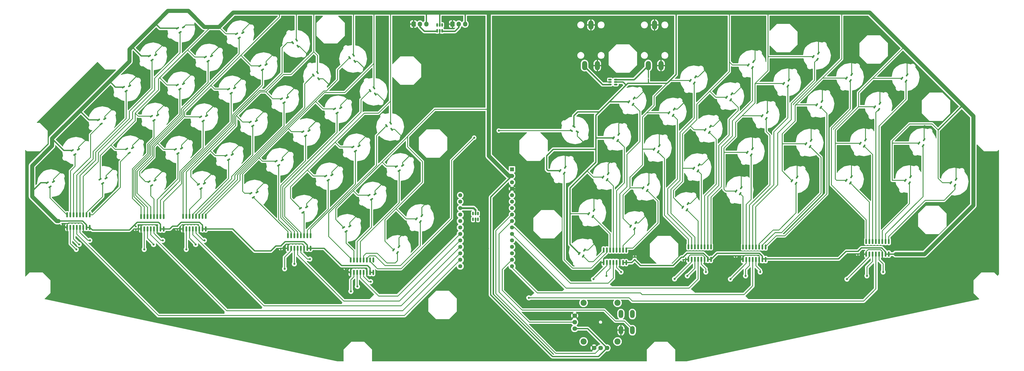
<source format=gtl>
%TF.GenerationSoftware,KiCad,Pcbnew,7.0.10-148-g62bb553460*%
%TF.CreationDate,2024-03-27T08:18:11+01:00*%
%TF.ProjectId,bandoneon,62616e64-6f6e-4656-9f6e-2e6b69636164,rev?*%
%TF.SameCoordinates,Original*%
%TF.FileFunction,Copper,L1,Top*%
%TF.FilePolarity,Positive*%
%FSLAX46Y46*%
G04 Gerber Fmt 4.6, Leading zero omitted, Abs format (unit mm)*
G04 Created by KiCad (PCBNEW 7.0.10-148-g62bb553460) date 2024-03-27 08:18:11*
%MOMM*%
%LPD*%
G01*
G04 APERTURE LIST*
G04 Aperture macros list*
%AMRoundRect*
0 Rectangle with rounded corners*
0 $1 Rounding radius*
0 $2 $3 $4 $5 $6 $7 $8 $9 X,Y pos of 4 corners*
0 Add a 4 corners polygon primitive as box body*
4,1,4,$2,$3,$4,$5,$6,$7,$8,$9,$2,$3,0*
0 Add four circle primitives for the rounded corners*
1,1,$1+$1,$2,$3*
1,1,$1+$1,$4,$5*
1,1,$1+$1,$6,$7*
1,1,$1+$1,$8,$9*
0 Add four rect primitives between the rounded corners*
20,1,$1+$1,$2,$3,$4,$5,0*
20,1,$1+$1,$4,$5,$6,$7,0*
20,1,$1+$1,$6,$7,$8,$9,0*
20,1,$1+$1,$8,$9,$2,$3,0*%
G04 Aperture macros list end*
%TA.AperFunction,SMDPad,CuDef*%
%ADD10RoundRect,0.150000X-0.150000X0.825000X-0.150000X-0.825000X0.150000X-0.825000X0.150000X0.825000X0*%
%TD*%
%TA.AperFunction,SMDPad,CuDef*%
%ADD11RoundRect,0.150000X-0.348123X-0.404928X0.511515X0.153327X0.348123X0.404928X-0.511515X-0.153327X0*%
%TD*%
%TA.AperFunction,SMDPad,CuDef*%
%ADD12RoundRect,0.150000X-0.153327X-0.511515X0.404928X0.348123X0.153327X0.511515X-0.404928X-0.348123X0*%
%TD*%
%TA.AperFunction,SMDPad,CuDef*%
%ADD13RoundRect,0.150000X-0.404928X0.348123X0.153327X-0.511515X0.404928X-0.348123X-0.153327X0.511515X0*%
%TD*%
%TA.AperFunction,SMDPad,CuDef*%
%ADD14RoundRect,0.140000X-0.170000X0.140000X-0.170000X-0.140000X0.170000X-0.140000X0.170000X0.140000X0*%
%TD*%
%TA.AperFunction,SMDPad,CuDef*%
%ADD15RoundRect,0.140000X0.170000X-0.140000X0.170000X0.140000X-0.170000X0.140000X-0.170000X-0.140000X0*%
%TD*%
%TA.AperFunction,SMDPad,CuDef*%
%ADD16RoundRect,0.150000X-0.179887X-0.502789X0.422592X0.326453X0.179887X0.502789X-0.422592X-0.326453X0*%
%TD*%
%TA.AperFunction,SMDPad,CuDef*%
%ADD17RoundRect,0.150000X-0.511515X0.153327X0.348123X-0.404928X0.511515X-0.153327X-0.348123X0.404928X0*%
%TD*%
%TA.AperFunction,SMDPad,CuDef*%
%ADD18RoundRect,0.150000X0.150000X-0.512500X0.150000X0.512500X-0.150000X0.512500X-0.150000X-0.512500X0*%
%TD*%
%TA.AperFunction,SMDPad,CuDef*%
%ADD19RoundRect,0.150000X-0.512500X-0.150000X0.512500X-0.150000X0.512500X0.150000X-0.512500X0.150000X0*%
%TD*%
%TA.AperFunction,SMDPad,CuDef*%
%ADD20RoundRect,0.100000X-0.100000X0.130000X-0.100000X-0.130000X0.100000X-0.130000X0.100000X0.130000X0*%
%TD*%
%TA.AperFunction,ComponentPad*%
%ADD21R,1.600000X1.600000*%
%TD*%
%TA.AperFunction,ComponentPad*%
%ADD22C,1.600000*%
%TD*%
%TA.AperFunction,ComponentPad*%
%ADD23C,2.400000*%
%TD*%
%TA.AperFunction,ComponentPad*%
%ADD24O,1.800000X3.200000*%
%TD*%
%TA.AperFunction,ComponentPad*%
%ADD25C,1.800000*%
%TD*%
%TA.AperFunction,ComponentPad*%
%ADD26O,2.000000X3.600000*%
%TD*%
%TA.AperFunction,ComponentPad*%
%ADD27O,2.000000X3.500000*%
%TD*%
%TA.AperFunction,ComponentPad*%
%ADD28RoundRect,0.250000X-0.600000X-0.725000X0.600000X-0.725000X0.600000X0.725000X-0.600000X0.725000X0*%
%TD*%
%TA.AperFunction,ComponentPad*%
%ADD29O,1.700000X1.950000*%
%TD*%
%TA.AperFunction,ViaPad*%
%ADD30C,0.800000*%
%TD*%
%TA.AperFunction,Conductor*%
%ADD31C,0.300000*%
%TD*%
%TA.AperFunction,Conductor*%
%ADD32C,0.500000*%
%TD*%
%TA.AperFunction,Conductor*%
%ADD33C,1.600000*%
%TD*%
%TA.AperFunction,Conductor*%
%ADD34C,0.400000*%
%TD*%
%TA.AperFunction,Conductor*%
%ADD35C,0.800000*%
%TD*%
%TA.AperFunction,Conductor*%
%ADD36C,0.600000*%
%TD*%
G04 APERTURE END LIST*
D10*
%TO.P,U9,1,CH0*%
%TO.N,Net-(H56-OUT)*%
X355346000Y-213360000D03*
%TO.P,U9,2,CH1*%
%TO.N,Net-(H57-OUT)*%
X354076000Y-213360000D03*
%TO.P,U9,3,CH2*%
%TO.N,Net-(H58-OUT)*%
X352806000Y-213360000D03*
%TO.P,U9,4,CH3*%
%TO.N,Net-(H59-OUT)*%
X351536000Y-213360000D03*
%TO.P,U9,5,CH4*%
%TO.N,Net-(H60-OUT)*%
X350266000Y-213360000D03*
%TO.P,U9,6,CH5*%
%TO.N,Net-(H61-OUT)*%
X348996000Y-213360000D03*
%TO.P,U9,7,CH6*%
%TO.N,Net-(H62-OUT)*%
X347726000Y-213360000D03*
%TO.P,U9,8,CH7*%
%TO.N,Net-(H63-OUT)*%
X346456000Y-213360000D03*
%TO.P,U9,9,DGND*%
%TO.N,GND*%
X346456000Y-218310000D03*
%TO.P,U9,10,~{CS}/SHDN*%
%TO.N,/CS*%
X347726000Y-218310000D03*
%TO.P,U9,11,Din*%
%TO.N,/MOSI*%
X348996000Y-218310000D03*
%TO.P,U9,12,Dout*%
%TO.N,/G7/MISO*%
X350266000Y-218310000D03*
%TO.P,U9,13,CLK*%
%TO.N,/CLK*%
X351536000Y-218310000D03*
%TO.P,U9,14,AGND*%
%TO.N,GND*%
X352806000Y-218310000D03*
%TO.P,U9,15,Vref*%
%TO.N,+3.3V*%
X354076000Y-218310000D03*
%TO.P,U9,16,Vdd*%
X355346000Y-218310000D03*
%TD*%
D11*
%TO.P,H37,1,VCC*%
%TO.N,+3.3V*%
X148213805Y-162135290D03*
%TO.P,H37,2,OUT*%
%TO.N,Net-(H37-OUT)*%
X149248619Y-163728764D03*
%TO.P,H37,3,GND*%
%TO.N,GND*%
X150639188Y-161692973D03*
%TD*%
%TO.P,H38,1,VCC*%
%TO.N,+3.3V*%
X137889905Y-174151390D03*
%TO.P,H38,2,OUT*%
%TO.N,Net-(H38-OUT)*%
X138924719Y-175744864D03*
%TO.P,H38,3,GND*%
%TO.N,GND*%
X140315288Y-173709073D03*
%TD*%
D12*
%TO.P,H43,1,VCC*%
%TO.N,+3.3V*%
X463600536Y-145845181D03*
%TO.P,H43,2,OUT*%
%TO.N,Net-(H43-OUT)*%
X465194010Y-146879995D03*
%TO.P,H43,3,GND*%
%TO.N,GND*%
X465636327Y-144454612D03*
%TD*%
D13*
%TO.P,H11,1,VCC*%
%TO.N,+3.3V*%
X256360410Y-149568205D03*
%TO.P,H11,2,OUT*%
%TO.N,Net-(H11-OUT)*%
X254766936Y-150603019D03*
%TO.P,H11,3,GND*%
%TO.N,GND*%
X256802727Y-151993588D03*
%TD*%
D11*
%TO.P,H31,1,VCC*%
%TO.N,+3.3V*%
X211541405Y-140859990D03*
%TO.P,H31,2,OUT*%
%TO.N,Net-(H31-OUT)*%
X212576219Y-142453464D03*
%TO.P,H31,3,GND*%
%TO.N,GND*%
X213966788Y-140417673D03*
%TD*%
%TO.P,H14,1,VCC*%
%TO.N,+3.3V*%
X217896705Y-178439490D03*
%TO.P,H14,2,OUT*%
%TO.N,Net-(H14-OUT)*%
X218931519Y-180032964D03*
%TO.P,H14,3,GND*%
%TO.N,GND*%
X220322088Y-177997173D03*
%TD*%
D12*
%TO.P,H69,1,VCC*%
%TO.N,+3.3V*%
X408706536Y-160565181D03*
%TO.P,H69,2,OUT*%
%TO.N,Net-(H69-OUT)*%
X410300010Y-161599995D03*
%TO.P,H69,3,GND*%
%TO.N,GND*%
X410742327Y-159174612D03*
%TD*%
D14*
%TO.P,C1,1*%
%TO.N,+3.3V*%
X398272000Y-214658000D03*
%TO.P,C1,2*%
%TO.N,GND*%
X398272000Y-215618000D03*
%TD*%
D11*
%TO.P,H5,1,VCC*%
%TO.N,+3.3V*%
X254335205Y-191766490D03*
%TO.P,H5,2,OUT*%
%TO.N,Net-(H5-OUT)*%
X255370019Y-193359964D03*
%TO.P,H5,3,GND*%
%TO.N,GND*%
X256760588Y-191324173D03*
%TD*%
D12*
%TO.P,H41,1,VCC*%
%TO.N,+3.3V*%
X470284736Y-171302081D03*
%TO.P,H41,2,OUT*%
%TO.N,Net-(H41-OUT)*%
X471878210Y-172336895D03*
%TO.P,H41,3,GND*%
%TO.N,GND*%
X472320527Y-169911512D03*
%TD*%
D15*
%TO.P,C2,1*%
%TO.N,+3.3V*%
X358648000Y-217142000D03*
%TO.P,C2,2*%
%TO.N,GND*%
X358648000Y-216182000D03*
%TD*%
D12*
%TO.P,H61,1,VCC*%
%TO.N,+3.3V*%
X340623936Y-199086981D03*
%TO.P,H61,2,OUT*%
%TO.N,Net-(H61-OUT)*%
X342217410Y-200121795D03*
%TO.P,H61,3,GND*%
%TO.N,GND*%
X342659727Y-197696412D03*
%TD*%
%TO.P,H68,1,VCC*%
%TO.N,+3.3V*%
X417165636Y-147831981D03*
%TO.P,H68,2,OUT*%
%TO.N,Net-(H68-OUT)*%
X418759110Y-148866795D03*
%TO.P,H68,3,GND*%
%TO.N,GND*%
X419201427Y-146441412D03*
%TD*%
D14*
%TO.P,C5,1*%
%TO.N,+3.3V*%
X245110000Y-219484000D03*
%TO.P,C5,2*%
%TO.N,GND*%
X245110000Y-220444000D03*
%TD*%
D11*
%TO.P,H29,1,VCC*%
%TO.N,+3.3V*%
X187365205Y-187546490D03*
%TO.P,H29,2,OUT*%
%TO.N,Net-(H29-OUT)*%
X188400019Y-189139964D03*
%TO.P,H29,3,GND*%
%TO.N,GND*%
X189790588Y-187104173D03*
%TD*%
%TO.P,H16,1,VCC*%
%TO.N,+3.3V*%
X199227905Y-150056490D03*
%TO.P,H16,2,OUT*%
%TO.N,Net-(H16-OUT)*%
X200262719Y-151649964D03*
%TO.P,H16,3,GND*%
%TO.N,GND*%
X201653288Y-149614173D03*
%TD*%
D14*
%TO.P,C8,1*%
%TO.N,+3.3V*%
X219710000Y-211765000D03*
%TO.P,C8,2*%
%TO.N,GND*%
X219710000Y-212725000D03*
%TD*%
D11*
%TO.P,H18,1,VCC*%
%TO.N,+3.3V*%
X178338205Y-173769590D03*
%TO.P,H18,2,OUT*%
%TO.N,Net-(H18-OUT)*%
X179373019Y-175363064D03*
%TO.P,H18,3,GND*%
%TO.N,GND*%
X180763588Y-173327273D03*
%TD*%
D12*
%TO.P,H58,1,VCC*%
%TO.N,+3.3V*%
X356406536Y-155005181D03*
%TO.P,H58,2,OUT*%
%TO.N,Net-(H58-OUT)*%
X358000010Y-156039995D03*
%TO.P,H58,3,GND*%
%TO.N,GND*%
X358442327Y-153614612D03*
%TD*%
D11*
%TO.P,H9,1,VCC*%
%TO.N,+3.3V*%
X237345505Y-184242990D03*
%TO.P,H9,2,OUT*%
%TO.N,Net-(H9-OUT)*%
X238380319Y-185836464D03*
%TO.P,H9,3,GND*%
%TO.N,GND*%
X239770888Y-183800673D03*
%TD*%
%TO.P,H13,1,VCC*%
%TO.N,+3.3V*%
X228415205Y-166781490D03*
%TO.P,H13,2,OUT*%
%TO.N,Net-(H13-OUT)*%
X229450019Y-168374964D03*
%TO.P,H13,3,GND*%
%TO.N,GND*%
X230840588Y-166339173D03*
%TD*%
D12*
%TO.P,H49,1,VCC*%
%TO.N,+3.3V*%
X394775536Y-153251181D03*
%TO.P,H49,2,OUT*%
%TO.N,Net-(H49-OUT)*%
X396369010Y-154285995D03*
%TO.P,H49,3,GND*%
%TO.N,GND*%
X396811327Y-151860612D03*
%TD*%
%TO.P,H48,1,VCC*%
%TO.N,+3.3V*%
X403328136Y-140551181D03*
%TO.P,H48,2,OUT*%
%TO.N,Net-(H48-OUT)*%
X404921610Y-141585995D03*
%TO.P,H48,3,GND*%
%TO.N,GND*%
X405363927Y-139160612D03*
%TD*%
D16*
%TO.P,H3,1,VCC*%
%TO.N,+3.3V*%
X264044228Y-213300861D03*
%TO.P,H3,2,OUT*%
%TO.N,Net-(H3-OUT)*%
X265581360Y-214417653D03*
%TO.P,H3,3,GND*%
%TO.N,GND*%
X266150006Y-212018743D03*
%TD*%
D12*
%TO.P,H54,1,VCC*%
%TO.N,+3.3V*%
X372141936Y-159321981D03*
%TO.P,H54,2,OUT*%
%TO.N,Net-(H54-OUT)*%
X373735410Y-160356795D03*
%TO.P,H54,3,GND*%
%TO.N,GND*%
X374177727Y-157931412D03*
%TD*%
%TO.P,H63,1,VCC*%
%TO.N,+3.3V*%
X336889036Y-214741081D03*
%TO.P,H63,2,OUT*%
%TO.N,Net-(H63-OUT)*%
X338482510Y-215775895D03*
%TO.P,H63,3,GND*%
%TO.N,GND*%
X338924827Y-213350512D03*
%TD*%
D14*
%TO.P,C7,1*%
%TO.N,+3.3V*%
X133985000Y-201958000D03*
%TO.P,C7,2*%
%TO.N,GND*%
X133985000Y-202918000D03*
%TD*%
D13*
%TO.P,H25,1,VCC*%
%TO.N,+3.3V*%
X234136410Y-143514805D03*
%TO.P,H25,2,OUT*%
%TO.N,Net-(H25-OUT)*%
X232542936Y-144549619D03*
%TO.P,H25,3,GND*%
%TO.N,GND*%
X234578727Y-145940188D03*
%TD*%
D12*
%TO.P,H71,1,VCC*%
%TO.N,+3.3V*%
X398479336Y-190165081D03*
%TO.P,H71,2,OUT*%
%TO.N,Net-(H71-OUT)*%
X400072810Y-191199895D03*
%TO.P,H71,3,GND*%
%TO.N,GND*%
X400515127Y-188774512D03*
%TD*%
%TO.P,H50,1,VCC*%
%TO.N,+3.3V*%
X386356036Y-166036881D03*
%TO.P,H50,2,OUT*%
%TO.N,Net-(H50-OUT)*%
X387949510Y-167071695D03*
%TO.P,H50,3,GND*%
%TO.N,GND*%
X388391827Y-164646312D03*
%TD*%
%TO.P,H42,1,VCC*%
%TO.N,+3.3V*%
X464968236Y-185921981D03*
%TO.P,H42,2,OUT*%
%TO.N,Net-(H42-OUT)*%
X466561710Y-186956795D03*
%TO.P,H42,3,GND*%
%TO.N,GND*%
X467004027Y-184531412D03*
%TD*%
D10*
%TO.P,U6,1,CH0*%
%TO.N,Net-(H32-OUT)*%
X144770000Y-199500000D03*
%TO.P,U6,2,CH1*%
%TO.N,Net-(H33-OUT)*%
X143500000Y-199500000D03*
%TO.P,U6,3,CH2*%
%TO.N,Net-(H34-OUT)*%
X142230000Y-199500000D03*
%TO.P,U6,4,CH3*%
%TO.N,Net-(H35-OUT)*%
X140960000Y-199500000D03*
%TO.P,U6,5,CH4*%
%TO.N,Net-(H36-OUT)*%
X139690000Y-199500000D03*
%TO.P,U6,6,CH5*%
%TO.N,Net-(H37-OUT)*%
X138420000Y-199500000D03*
%TO.P,U6,7,CH6*%
%TO.N,Net-(H38-OUT)*%
X137150000Y-199500000D03*
%TO.P,U6,8,CH7*%
%TO.N,Net-(H39-OUT)*%
X135880000Y-199500000D03*
%TO.P,U6,9,DGND*%
%TO.N,GND*%
X135880000Y-204450000D03*
%TO.P,U6,10,~{CS}/SHDN*%
%TO.N,/CS*%
X137150000Y-204450000D03*
%TO.P,U6,11,Din*%
%TO.N,/MOSI*%
X138420000Y-204450000D03*
%TO.P,U6,12,Dout*%
%TO.N,/G5/MISO*%
X139690000Y-204450000D03*
%TO.P,U6,13,CLK*%
%TO.N,/CLK*%
X140960000Y-204450000D03*
%TO.P,U6,14,AGND*%
%TO.N,GND*%
X142230000Y-204450000D03*
%TO.P,U6,15,Vref*%
%TO.N,+3.3V*%
X143500000Y-204450000D03*
%TO.P,U6,16,Vdd*%
X144770000Y-204450000D03*
%TD*%
D11*
%TO.P,H33,1,VCC*%
%TO.N,+3.3V*%
X148768205Y-185542290D03*
%TO.P,H33,2,OUT*%
%TO.N,Net-(H33-OUT)*%
X149803019Y-187135764D03*
%TO.P,H33,3,GND*%
%TO.N,GND*%
X151193588Y-185099973D03*
%TD*%
D14*
%TO.P,C6,1*%
%TO.N,+3.3V*%
X446278000Y-213896000D03*
%TO.P,C6,2*%
%TO.N,GND*%
X446278000Y-214856000D03*
%TD*%
D17*
%TO.P,H1,1,VCC*%
%TO.N,+3.3V*%
X334803019Y-164791936D03*
%TO.P,H1,2,OUT*%
%TO.N,Net-(H1-OUT)*%
X333768205Y-166385410D03*
%TO.P,H1,3,GND*%
%TO.N,GND*%
X336193588Y-166827727D03*
%TD*%
D10*
%TO.P,U8,1,CH0*%
%TO.N,Net-(H48-OUT)*%
X388620000Y-212090000D03*
%TO.P,U8,2,CH1*%
%TO.N,Net-(H49-OUT)*%
X387350000Y-212090000D03*
%TO.P,U8,3,CH2*%
%TO.N,Net-(H50-OUT)*%
X386080000Y-212090000D03*
%TO.P,U8,4,CH3*%
%TO.N,Net-(H51-OUT)*%
X384810000Y-212090000D03*
%TO.P,U8,5,CH4*%
%TO.N,Net-(H52-OUT)*%
X383540000Y-212090000D03*
%TO.P,U8,6,CH5*%
%TO.N,Net-(H53-OUT)*%
X382270000Y-212090000D03*
%TO.P,U8,7,CH6*%
%TO.N,Net-(H54-OUT)*%
X381000000Y-212090000D03*
%TO.P,U8,8,CH7*%
%TO.N,Net-(H55-OUT)*%
X379730000Y-212090000D03*
%TO.P,U8,9,DGND*%
%TO.N,GND*%
X379730000Y-217040000D03*
%TO.P,U8,10,~{CS}/SHDN*%
%TO.N,/CS*%
X381000000Y-217040000D03*
%TO.P,U8,11,Din*%
%TO.N,/MOSI*%
X382270000Y-217040000D03*
%TO.P,U8,12,Dout*%
%TO.N,/G10/MISO*%
X383540000Y-217040000D03*
%TO.P,U8,13,CLK*%
%TO.N,/CLK*%
X384810000Y-217040000D03*
%TO.P,U8,14,AGND*%
%TO.N,GND*%
X386080000Y-217040000D03*
%TO.P,U8,15,Vref*%
%TO.N,+3.3V*%
X387350000Y-217040000D03*
%TO.P,U8,16,Vdd*%
X388620000Y-217040000D03*
%TD*%
D11*
%TO.P,H6,1,VCC*%
%TO.N,+3.3V*%
X244385205Y-204446490D03*
%TO.P,H6,2,OUT*%
%TO.N,Net-(H6-OUT)*%
X245420019Y-206039964D03*
%TO.P,H6,3,GND*%
%TO.N,GND*%
X246810588Y-204004173D03*
%TD*%
%TO.P,H20,1,VCC*%
%TO.N,+3.3V*%
X202400005Y-128299990D03*
%TO.P,H20,2,OUT*%
%TO.N,Net-(H20-OUT)*%
X203434819Y-129893464D03*
%TO.P,H20,3,GND*%
%TO.N,GND*%
X204825388Y-127857673D03*
%TD*%
D18*
%TO.P,U13,1,IO1*%
%TO.N,/P2*%
X281154000Y-127121500D03*
%TO.P,U13,2,VN*%
%TO.N,GND*%
X282104000Y-127121500D03*
%TO.P,U13,3,IO2*%
%TO.N,/P1*%
X283054000Y-127121500D03*
%TO.P,U13,4,IO3*%
%TO.N,unconnected-(U13-IO3-Pad4)*%
X283054000Y-124846500D03*
%TO.P,U13,5,VP*%
%TO.N,+3.3V*%
X282104000Y-124846500D03*
%TO.P,U13,6,IO4*%
%TO.N,unconnected-(U13-IO4-Pad6)*%
X281154000Y-124846500D03*
%TD*%
D11*
%TO.P,H32,1,VCC*%
%TO.N,+3.3V*%
X159168205Y-173589590D03*
%TO.P,H32,2,OUT*%
%TO.N,Net-(H32-OUT)*%
X160203019Y-175183064D03*
%TO.P,H32,3,GND*%
%TO.N,GND*%
X161593588Y-173147273D03*
%TD*%
D19*
%TO.P,U11,1,IO1*%
%TO.N,unconnected-(U11-IO1-Pad1)*%
X348966500Y-146326000D03*
%TO.P,U11,2,VN*%
%TO.N,GND*%
X348966500Y-147276000D03*
%TO.P,U11,3,IO2*%
%TO.N,/SUS_PED*%
X348966500Y-148226000D03*
%TO.P,U11,4,IO3*%
%TO.N,unconnected-(U11-IO3-Pad4)*%
X351241500Y-148226000D03*
%TO.P,U11,5,VP*%
%TO.N,+3.3V*%
X351241500Y-147276000D03*
%TO.P,U11,6,IO4*%
%TO.N,/EXPR_PED*%
X351241500Y-146326000D03*
%TD*%
D11*
%TO.P,H21,1,VCC*%
%TO.N,+3.3V*%
X190150005Y-137449990D03*
%TO.P,H21,2,OUT*%
%TO.N,Net-(H21-OUT)*%
X191184819Y-139043464D03*
%TO.P,H21,3,GND*%
%TO.N,GND*%
X192575388Y-137007673D03*
%TD*%
D10*
%TO.P,U3,1,CH0*%
%TO.N,Net-(H8-OUT)*%
X231394000Y-207710000D03*
%TO.P,U3,2,CH1*%
%TO.N,Net-(H9-OUT)*%
X230124000Y-207710000D03*
%TO.P,U3,3,CH2*%
%TO.N,Net-(H10-OUT)*%
X228854000Y-207710000D03*
%TO.P,U3,4,CH3*%
%TO.N,Net-(H11-OUT)*%
X227584000Y-207710000D03*
%TO.P,U3,5,CH4*%
%TO.N,Net-(H12-OUT)*%
X226314000Y-207710000D03*
%TO.P,U3,6,CH5*%
%TO.N,Net-(H13-OUT)*%
X225044000Y-207710000D03*
%TO.P,U3,7,CH6*%
%TO.N,Net-(H14-OUT)*%
X223774000Y-207710000D03*
%TO.P,U3,8,CH7*%
%TO.N,Net-(H15-OUT)*%
X222504000Y-207710000D03*
%TO.P,U3,9,DGND*%
%TO.N,GND*%
X222504000Y-212660000D03*
%TO.P,U3,10,~{CS}/SHDN*%
%TO.N,/CS*%
X223774000Y-212660000D03*
%TO.P,U3,11,Din*%
%TO.N,/MOSI*%
X225044000Y-212660000D03*
%TO.P,U3,12,Dout*%
%TO.N,/G2/MISO*%
X226314000Y-212660000D03*
%TO.P,U3,13,CLK*%
%TO.N,/CLK*%
X227584000Y-212660000D03*
%TO.P,U3,14,AGND*%
%TO.N,GND*%
X228854000Y-212660000D03*
%TO.P,U3,15,Vref*%
%TO.N,+3.3V*%
X230124000Y-212660000D03*
%TO.P,U3,16,Vdd*%
X231394000Y-212660000D03*
%TD*%
D11*
%TO.P,H12,1,VCC*%
%TO.N,+3.3V*%
X240815205Y-157856490D03*
%TO.P,H12,2,OUT*%
%TO.N,Net-(H12-OUT)*%
X241850019Y-159449964D03*
%TO.P,H12,3,GND*%
%TO.N,GND*%
X243240588Y-157414173D03*
%TD*%
%TO.P,H26,1,VCC*%
%TO.N,+3.3V*%
X219960305Y-153820490D03*
%TO.P,H26,2,OUT*%
%TO.N,Net-(H26-OUT)*%
X220995119Y-155413964D03*
%TO.P,H26,3,GND*%
%TO.N,GND*%
X222385688Y-153378173D03*
%TD*%
D12*
%TO.P,H52,1,VCC*%
%TO.N,+3.3V*%
X377553636Y-196479781D03*
%TO.P,H52,2,OUT*%
%TO.N,Net-(H52-OUT)*%
X379147110Y-197514595D03*
%TO.P,H52,3,GND*%
%TO.N,GND*%
X379589427Y-195089212D03*
%TD*%
D14*
%TO.P,C3,1*%
%TO.N,+3.3V*%
X162814000Y-204145000D03*
%TO.P,C3,2*%
%TO.N,GND*%
X162814000Y-205105000D03*
%TD*%
D12*
%TO.P,H44,1,VCC*%
%TO.N,+3.3V*%
X452930536Y-157026181D03*
%TO.P,H44,2,OUT*%
%TO.N,Net-(H44-OUT)*%
X454524010Y-158060995D03*
%TO.P,H44,3,GND*%
%TO.N,GND*%
X454966327Y-155635612D03*
%TD*%
D11*
%TO.P,H19,1,VCC*%
%TO.N,+3.3V*%
X167988605Y-186402790D03*
%TO.P,H19,2,OUT*%
%TO.N,Net-(H19-OUT)*%
X169023419Y-187996264D03*
%TO.P,H19,3,GND*%
%TO.N,GND*%
X170413988Y-185960473D03*
%TD*%
D12*
%TO.P,H53,1,VCC*%
%TO.N,+3.3V*%
X380493336Y-146631681D03*
%TO.P,H53,2,OUT*%
%TO.N,Net-(H53-OUT)*%
X382086810Y-147666495D03*
%TO.P,H53,3,GND*%
%TO.N,GND*%
X382529127Y-145241112D03*
%TD*%
%TO.P,H59,1,VCC*%
%TO.N,+3.3V*%
X350414236Y-169230581D03*
%TO.P,H59,2,OUT*%
%TO.N,Net-(H59-OUT)*%
X352007710Y-170265395D03*
%TO.P,H59,3,GND*%
%TO.N,GND*%
X352450027Y-167840012D03*
%TD*%
D11*
%TO.P,H22,1,VCC*%
%TO.N,+3.3V*%
X179114605Y-148402890D03*
%TO.P,H22,2,OUT*%
%TO.N,Net-(H22-OUT)*%
X180149419Y-149996364D03*
%TO.P,H22,3,GND*%
%TO.N,GND*%
X181539988Y-147960573D03*
%TD*%
%TO.P,H15,1,VCC*%
%TO.N,+3.3V*%
X207989005Y-191005990D03*
%TO.P,H15,2,OUT*%
%TO.N,Net-(H15-OUT)*%
X209023819Y-192599464D03*
%TO.P,H15,3,GND*%
%TO.N,GND*%
X210414388Y-190563673D03*
%TD*%
%TO.P,H8,1,VCC*%
%TO.N,+3.3V*%
X248014005Y-172830990D03*
%TO.P,H8,2,OUT*%
%TO.N,Net-(H8-OUT)*%
X249048819Y-174424464D03*
%TO.P,H8,3,GND*%
%TO.N,GND*%
X250439388Y-172388673D03*
%TD*%
D12*
%TO.P,H70,1,VCC*%
%TO.N,+3.3V*%
X402844836Y-174921381D03*
%TO.P,H70,2,OUT*%
%TO.N,Net-(H70-OUT)*%
X404438310Y-175956195D03*
%TO.P,H70,3,GND*%
%TO.N,GND*%
X404880627Y-173530812D03*
%TD*%
D14*
%TO.P,C9,1*%
%TO.N,+3.3V*%
X377698000Y-216182000D03*
%TO.P,C9,2*%
%TO.N,GND*%
X377698000Y-217142000D03*
%TD*%
D12*
%TO.P,H47,1,VCC*%
%TO.N,+3.3V*%
X441794236Y-145690581D03*
%TO.P,H47,2,OUT*%
%TO.N,Net-(H47-OUT)*%
X443387710Y-146725395D03*
%TO.P,H47,3,GND*%
%TO.N,GND*%
X443830027Y-144300012D03*
%TD*%
%TO.P,H45,1,VCC*%
%TO.N,+3.3V*%
X447201436Y-171403681D03*
%TO.P,H45,2,OUT*%
%TO.N,Net-(H45-OUT)*%
X448794910Y-172438495D03*
%TO.P,H45,3,GND*%
%TO.N,GND*%
X449237227Y-170013112D03*
%TD*%
D16*
%TO.P,H2,1,VCC*%
%TO.N,+3.3V*%
X272998728Y-201077061D03*
%TO.P,H2,2,OUT*%
%TO.N,Net-(H2-OUT)*%
X274535860Y-202193853D03*
%TO.P,H2,3,GND*%
%TO.N,GND*%
X275104506Y-199794943D03*
%TD*%
D11*
%TO.P,H34,1,VCC*%
%TO.N,+3.3V*%
X179165205Y-126106490D03*
%TO.P,H34,2,OUT*%
%TO.N,Net-(H34-OUT)*%
X180200019Y-127699964D03*
%TO.P,H34,3,GND*%
%TO.N,GND*%
X181590588Y-125664173D03*
%TD*%
D12*
%TO.P,H51,1,VCC*%
%TO.N,+3.3V*%
X381886536Y-181215181D03*
%TO.P,H51,2,OUT*%
%TO.N,Net-(H51-OUT)*%
X383480010Y-182249995D03*
%TO.P,H51,3,GND*%
%TO.N,GND*%
X383922327Y-179824612D03*
%TD*%
D11*
%TO.P,H36,1,VCC*%
%TO.N,+3.3V*%
X157974605Y-149242290D03*
%TO.P,H36,2,OUT*%
%TO.N,Net-(H36-OUT)*%
X159009419Y-150835764D03*
%TO.P,H36,3,GND*%
%TO.N,GND*%
X160399988Y-148799973D03*
%TD*%
D12*
%TO.P,H57,1,VCC*%
%TO.N,+3.3V*%
X357037436Y-203941281D03*
%TO.P,H57,2,OUT*%
%TO.N,Net-(H57-OUT)*%
X358630910Y-204976095D03*
%TO.P,H57,3,GND*%
%TO.N,GND*%
X359073227Y-202550712D03*
%TD*%
%TO.P,H67,1,VCC*%
%TO.N,+3.3V*%
X428796536Y-137285181D03*
%TO.P,H67,2,OUT*%
%TO.N,Net-(H67-OUT)*%
X430390010Y-138319995D03*
%TO.P,H67,3,GND*%
%TO.N,GND*%
X430832327Y-135894612D03*
%TD*%
%TO.P,H64,1,VCC*%
%TO.N,+3.3V*%
X430146536Y-156235181D03*
%TO.P,H64,2,OUT*%
%TO.N,Net-(H64-OUT)*%
X431740010Y-157269995D03*
%TO.P,H64,3,GND*%
%TO.N,GND*%
X432182327Y-154844612D03*
%TD*%
D11*
%TO.P,H35,1,VCC*%
%TO.N,+3.3V*%
X168178605Y-137022790D03*
%TO.P,H35,2,OUT*%
%TO.N,Net-(H35-OUT)*%
X169213419Y-138616264D03*
%TO.P,H35,3,GND*%
%TO.N,GND*%
X170603988Y-136580473D03*
%TD*%
D10*
%TO.P,U7,1,CH0*%
%TO.N,Net-(H40-OUT)*%
X458445000Y-210000000D03*
%TO.P,U7,2,CH1*%
%TO.N,Net-(H41-OUT)*%
X457175000Y-210000000D03*
%TO.P,U7,3,CH2*%
%TO.N,Net-(H42-OUT)*%
X455905000Y-210000000D03*
%TO.P,U7,4,CH3*%
%TO.N,Net-(H43-OUT)*%
X454635000Y-210000000D03*
%TO.P,U7,5,CH4*%
%TO.N,Net-(H44-OUT)*%
X453365000Y-210000000D03*
%TO.P,U7,6,CH5*%
%TO.N,Net-(H45-OUT)*%
X452095000Y-210000000D03*
%TO.P,U7,7,CH6*%
%TO.N,Net-(H46-OUT)*%
X450825000Y-210000000D03*
%TO.P,U7,8,CH7*%
%TO.N,Net-(H47-OUT)*%
X449555000Y-210000000D03*
%TO.P,U7,9,DGND*%
%TO.N,GND*%
X449555000Y-214950000D03*
%TO.P,U7,10,~{CS}/SHDN*%
%TO.N,/CS*%
X450825000Y-214950000D03*
%TO.P,U7,11,Din*%
%TO.N,/MOSI*%
X452095000Y-214950000D03*
%TO.P,U7,12,Dout*%
%TO.N,/G9/MISO*%
X453365000Y-214950000D03*
%TO.P,U7,13,CLK*%
%TO.N,/CLK*%
X454635000Y-214950000D03*
%TO.P,U7,14,AGND*%
%TO.N,GND*%
X455905000Y-214950000D03*
%TO.P,U7,15,Vref*%
%TO.N,+3.3V*%
X457175000Y-214950000D03*
%TO.P,U7,16,Vdd*%
X458445000Y-214950000D03*
%TD*%
D11*
%TO.P,H28,1,VCC*%
%TO.N,+3.3V*%
X198228205Y-176239590D03*
%TO.P,H28,2,OUT*%
%TO.N,Net-(H28-OUT)*%
X199263019Y-177833064D03*
%TO.P,H28,3,GND*%
%TO.N,GND*%
X200653588Y-175797273D03*
%TD*%
D12*
%TO.P,H40,1,VCC*%
%TO.N,+3.3V*%
X482840536Y-186875481D03*
%TO.P,H40,2,OUT*%
%TO.N,Net-(H40-OUT)*%
X484434010Y-187910295D03*
%TO.P,H40,3,GND*%
%TO.N,GND*%
X484876327Y-185484912D03*
%TD*%
%TO.P,H66,1,VCC*%
%TO.N,+3.3V*%
X420425436Y-186093881D03*
%TO.P,H66,2,OUT*%
%TO.N,Net-(H66-OUT)*%
X422018910Y-187128695D03*
%TO.P,H66,3,GND*%
%TO.N,GND*%
X422461227Y-184703312D03*
%TD*%
D11*
%TO.P,H39,1,VCC*%
%TO.N,+3.3V*%
X128076905Y-186889690D03*
%TO.P,H39,2,OUT*%
%TO.N,Net-(H39-OUT)*%
X129111719Y-188483164D03*
%TO.P,H39,3,GND*%
%TO.N,GND*%
X130502288Y-186447373D03*
%TD*%
D12*
%TO.P,H62,1,VCC*%
%TO.N,+3.3V*%
X329416936Y-182146981D03*
%TO.P,H62,2,OUT*%
%TO.N,Net-(H62-OUT)*%
X331010410Y-183181795D03*
%TO.P,H62,3,GND*%
%TO.N,GND*%
X331452727Y-180756412D03*
%TD*%
%TO.P,H56,1,VCC*%
%TO.N,+3.3V*%
X361958236Y-188900781D03*
%TO.P,H56,2,OUT*%
%TO.N,Net-(H56-OUT)*%
X363551710Y-189935595D03*
%TO.P,H56,3,GND*%
%TO.N,GND*%
X363994027Y-187510212D03*
%TD*%
D18*
%TO.P,U12,1,IO1*%
%TO.N,unconnected-(U12-IO1-Pad1)*%
X295214000Y-201289500D03*
%TO.P,U12,2,VN*%
%TO.N,GND*%
X296164000Y-201289500D03*
%TO.P,U12,3,IO2*%
%TO.N,unconnected-(U12-IO2-Pad3)*%
X297114000Y-201289500D03*
%TO.P,U12,4,IO3*%
%TO.N,unconnected-(U12-IO3-Pad4)*%
X297114000Y-199014500D03*
%TO.P,U12,5,VP*%
%TO.N,/VBUS*%
X296164000Y-199014500D03*
%TO.P,U12,6,IO4*%
%TO.N,unconnected-(U12-IO4-Pad6)*%
X295214000Y-199014500D03*
%TD*%
D10*
%TO.P,U2,1,CH0*%
%TO.N,unconnected-(U2-CH0-Pad1)*%
X256032000Y-217235000D03*
%TO.P,U2,2,CH1*%
%TO.N,Net-(H1-OUT)*%
X254762000Y-217235000D03*
%TO.P,U2,3,CH2*%
%TO.N,Net-(H2-OUT)*%
X253492000Y-217235000D03*
%TO.P,U2,4,CH3*%
%TO.N,Net-(H3-OUT)*%
X252222000Y-217235000D03*
%TO.P,U2,5,CH4*%
%TO.N,Net-(H4-OUT)*%
X250952000Y-217235000D03*
%TO.P,U2,6,CH5*%
%TO.N,Net-(H5-OUT)*%
X249682000Y-217235000D03*
%TO.P,U2,7,CH6*%
%TO.N,Net-(H6-OUT)*%
X248412000Y-217235000D03*
%TO.P,U2,8,CH7*%
%TO.N,Net-(H7-OUT)*%
X247142000Y-217235000D03*
%TO.P,U2,9,DGND*%
%TO.N,GND*%
X247142000Y-222185000D03*
%TO.P,U2,10,~{CS}/SHDN*%
%TO.N,/CS*%
X248412000Y-222185000D03*
%TO.P,U2,11,Din*%
%TO.N,/MOSI*%
X249682000Y-222185000D03*
%TO.P,U2,12,Dout*%
%TO.N,/G1/MISO*%
X250952000Y-222185000D03*
%TO.P,U2,13,CLK*%
%TO.N,/CLK*%
X252222000Y-222185000D03*
%TO.P,U2,14,AGND*%
%TO.N,GND*%
X253492000Y-222185000D03*
%TO.P,U2,15,Vref*%
%TO.N,+3.3V*%
X254762000Y-222185000D03*
%TO.P,U2,16,Vdd*%
X256032000Y-222185000D03*
%TD*%
D14*
%TO.P,C4,1*%
%TO.N,+3.3V*%
X179070000Y-203990000D03*
%TO.P,C4,2*%
%TO.N,GND*%
X179070000Y-204950000D03*
%TD*%
D12*
%TO.P,H60,1,VCC*%
%TO.N,+3.3V*%
X346256136Y-184673081D03*
%TO.P,H60,2,OUT*%
%TO.N,Net-(H60-OUT)*%
X347849610Y-185707895D03*
%TO.P,H60,3,GND*%
%TO.N,GND*%
X348291927Y-183282512D03*
%TD*%
D11*
%TO.P,H10,1,VCC*%
%TO.N,+3.3V*%
X227448205Y-196919590D03*
%TO.P,H10,2,OUT*%
%TO.N,Net-(H10-OUT)*%
X228483019Y-198513064D03*
%TO.P,H10,3,GND*%
%TO.N,GND*%
X229873588Y-196477273D03*
%TD*%
%TO.P,H17,1,VCC*%
%TO.N,+3.3V*%
X188225205Y-160966490D03*
%TO.P,H17,2,OUT*%
%TO.N,Net-(H17-OUT)*%
X189260019Y-162559964D03*
%TO.P,H17,3,GND*%
%TO.N,GND*%
X190650588Y-160524173D03*
%TD*%
D13*
%TO.P,H7,1,VCC*%
%TO.N,+3.3V*%
X262834410Y-163436105D03*
%TO.P,H7,2,OUT*%
%TO.N,Net-(H7-OUT)*%
X261240936Y-164470919D03*
%TO.P,H7,3,GND*%
%TO.N,GND*%
X263276727Y-165861488D03*
%TD*%
%TO.P,H24,1,VCC*%
%TO.N,+3.3V*%
X248310410Y-136668205D03*
%TO.P,H24,2,OUT*%
%TO.N,Net-(H24-OUT)*%
X246716936Y-137703019D03*
%TO.P,H24,3,GND*%
%TO.N,GND*%
X248752727Y-139093588D03*
%TD*%
D20*
%TO.P,R1,1*%
%TO.N,/EXPR_PED*%
X364004000Y-145456000D03*
%TO.P,R1,2*%
%TO.N,+3.3V*%
X364004000Y-146096000D03*
%TD*%
D10*
%TO.P,U4,1,CH0*%
%TO.N,Net-(H16-OUT)*%
X173736000Y-200152000D03*
%TO.P,U4,2,CH1*%
%TO.N,Net-(H17-OUT)*%
X172466000Y-200152000D03*
%TO.P,U4,3,CH2*%
%TO.N,Net-(H18-OUT)*%
X171196000Y-200152000D03*
%TO.P,U4,4,CH3*%
%TO.N,Net-(H19-OUT)*%
X169926000Y-200152000D03*
%TO.P,U4,5,CH4*%
%TO.N,Net-(H20-OUT)*%
X168656000Y-200152000D03*
%TO.P,U4,6,CH5*%
%TO.N,Net-(H21-OUT)*%
X167386000Y-200152000D03*
%TO.P,U4,7,CH6*%
%TO.N,Net-(H22-OUT)*%
X166116000Y-200152000D03*
%TO.P,U4,8,CH7*%
%TO.N,Net-(H23-OUT)*%
X164846000Y-200152000D03*
%TO.P,U4,9,DGND*%
%TO.N,GND*%
X164846000Y-205102000D03*
%TO.P,U4,10,~{CS}/SHDN*%
%TO.N,/CS*%
X166116000Y-205102000D03*
%TO.P,U4,11,Din*%
%TO.N,/MOSI*%
X167386000Y-205102000D03*
%TO.P,U4,12,Dout*%
%TO.N,/G3/MISO*%
X168656000Y-205102000D03*
%TO.P,U4,13,CLK*%
%TO.N,/CLK*%
X169926000Y-205102000D03*
%TO.P,U4,14,AGND*%
%TO.N,GND*%
X171196000Y-205102000D03*
%TO.P,U4,15,Vref*%
%TO.N,+3.3V*%
X172466000Y-205102000D03*
%TO.P,U4,16,Vdd*%
X173736000Y-205102000D03*
%TD*%
D11*
%TO.P,H4,1,VCC*%
%TO.N,+3.3V*%
X265165205Y-180506490D03*
%TO.P,H4,2,OUT*%
%TO.N,Net-(H4-OUT)*%
X266200019Y-182099964D03*
%TO.P,H4,3,GND*%
%TO.N,GND*%
X267590588Y-180064173D03*
%TD*%
D12*
%TO.P,H46,1,VCC*%
%TO.N,+3.3V*%
X441736536Y-185926081D03*
%TO.P,H46,2,OUT*%
%TO.N,Net-(H46-OUT)*%
X443330010Y-186960895D03*
%TO.P,H46,3,GND*%
%TO.N,GND*%
X443772327Y-184535512D03*
%TD*%
D13*
%TO.P,H30,1,VCC*%
%TO.N,+3.3V*%
X225956210Y-130746605D03*
%TO.P,H30,2,OUT*%
%TO.N,Net-(H30-OUT)*%
X224362736Y-131781419D03*
%TO.P,H30,3,GND*%
%TO.N,GND*%
X226398527Y-133171988D03*
%TD*%
D11*
%TO.P,H27,1,VCC*%
%TO.N,+3.3V*%
X207739005Y-162955990D03*
%TO.P,H27,2,OUT*%
%TO.N,Net-(H27-OUT)*%
X208773819Y-164549464D03*
%TO.P,H27,3,GND*%
%TO.N,GND*%
X210164388Y-162513673D03*
%TD*%
D10*
%TO.P,U10,1,CH0*%
%TO.N,Net-(H64-OUT)*%
X410083000Y-212155000D03*
%TO.P,U10,2,CH1*%
%TO.N,Net-(H65-OUT)*%
X408813000Y-212155000D03*
%TO.P,U10,3,CH2*%
%TO.N,Net-(H66-OUT)*%
X407543000Y-212155000D03*
%TO.P,U10,4,CH3*%
%TO.N,Net-(H67-OUT)*%
X406273000Y-212155000D03*
%TO.P,U10,5,CH4*%
%TO.N,Net-(H68-OUT)*%
X405003000Y-212155000D03*
%TO.P,U10,6,CH5*%
%TO.N,Net-(H69-OUT)*%
X403733000Y-212155000D03*
%TO.P,U10,7,CH6*%
%TO.N,Net-(H70-OUT)*%
X402463000Y-212155000D03*
%TO.P,U10,8,CH7*%
%TO.N,Net-(H71-OUT)*%
X401193000Y-212155000D03*
%TO.P,U10,9,DGND*%
%TO.N,GND*%
X401193000Y-217105000D03*
%TO.P,U10,10,~{CS}/SHDN*%
%TO.N,/CS*%
X402463000Y-217105000D03*
%TO.P,U10,11,Din*%
%TO.N,/MOSI*%
X403733000Y-217105000D03*
%TO.P,U10,12,Dout*%
%TO.N,/G6/MISO*%
X405003000Y-217105000D03*
%TO.P,U10,13,CLK*%
%TO.N,/CLK*%
X406273000Y-217105000D03*
%TO.P,U10,14,AGND*%
%TO.N,GND*%
X407543000Y-217105000D03*
%TO.P,U10,15,Vref*%
%TO.N,+3.3V*%
X408813000Y-217105000D03*
%TO.P,U10,16,Vdd*%
X410083000Y-217105000D03*
%TD*%
%TO.P,U5,1,CH0*%
%TO.N,Net-(H24-OUT)*%
X190246000Y-200090000D03*
%TO.P,U5,2,CH1*%
%TO.N,Net-(H25-OUT)*%
X188976000Y-200090000D03*
%TO.P,U5,3,CH2*%
%TO.N,Net-(H26-OUT)*%
X187706000Y-200090000D03*
%TO.P,U5,4,CH3*%
%TO.N,Net-(H27-OUT)*%
X186436000Y-200090000D03*
%TO.P,U5,5,CH4*%
%TO.N,Net-(H28-OUT)*%
X185166000Y-200090000D03*
%TO.P,U5,6,CH5*%
%TO.N,Net-(H29-OUT)*%
X183896000Y-200090000D03*
%TO.P,U5,7,CH6*%
%TO.N,Net-(H30-OUT)*%
X182626000Y-200090000D03*
%TO.P,U5,8,CH7*%
%TO.N,Net-(H31-OUT)*%
X181356000Y-200090000D03*
%TO.P,U5,9,DGND*%
%TO.N,GND*%
X181356000Y-205040000D03*
%TO.P,U5,10,~{CS}/SHDN*%
%TO.N,/CS*%
X182626000Y-205040000D03*
%TO.P,U5,11,Din*%
%TO.N,/MOSI*%
X183896000Y-205040000D03*
%TO.P,U5,12,Dout*%
%TO.N,/G4/MISO*%
X185166000Y-205040000D03*
%TO.P,U5,13,CLK*%
%TO.N,/CLK*%
X186436000Y-205040000D03*
%TO.P,U5,14,AGND*%
%TO.N,GND*%
X187706000Y-205040000D03*
%TO.P,U5,15,Vref*%
%TO.N,+3.3V*%
X188976000Y-205040000D03*
%TO.P,U5,16,Vdd*%
X190246000Y-205040000D03*
%TD*%
D11*
%TO.P,H23,1,VCC*%
%TO.N,+3.3V*%
X168965205Y-160706490D03*
%TO.P,H23,2,OUT*%
%TO.N,Net-(H23-OUT)*%
X170000019Y-162299964D03*
%TO.P,H23,3,GND*%
%TO.N,GND*%
X171390588Y-160264173D03*
%TD*%
D12*
%TO.P,H55,1,VCC*%
%TO.N,+3.3V*%
X366335736Y-173664681D03*
%TO.P,H55,2,OUT*%
%TO.N,Net-(H55-OUT)*%
X367929210Y-174699495D03*
%TO.P,H55,3,GND*%
%TO.N,GND*%
X368371527Y-172274112D03*
%TD*%
%TO.P,H65,1,VCC*%
%TO.N,+3.3V*%
X425916936Y-171571981D03*
%TO.P,H65,2,OUT*%
%TO.N,Net-(H65-OUT)*%
X427510410Y-172606795D03*
%TO.P,H65,3,GND*%
%TO.N,GND*%
X427952727Y-170181412D03*
%TD*%
D21*
%TO.P,U1,1,RESET*%
%TO.N,unconnected-(U1-RESET-Pad1)*%
X310515000Y-181610000D03*
D22*
%TO.P,U1,2,3.3V*%
%TO.N,+3.3V*%
X310515000Y-184150000D03*
%TO.P,U1,3,AREF*%
%TO.N,unconnected-(U1-AREF-Pad3)*%
X310515000Y-186690000D03*
%TO.P,U1,4,GND*%
%TO.N,GND*%
X310515000Y-189230000D03*
%TO.P,U1,5,PA02(14/A0)*%
%TO.N,/P2*%
X310515000Y-191770000D03*
%TO.P,U1,6,PA05(15/A1)*%
%TO.N,/P1*%
X310515000Y-194310000D03*
%TO.P,U1,7,PB08(16/A2)*%
%TO.N,/EXPR_PED*%
X310515000Y-196850000D03*
%TO.P,U1,8,PB09(17/A3)*%
%TO.N,/JOY_X*%
X310515000Y-199390000D03*
%TO.P,U1,9,PA04(18/A4)*%
%TO.N,/JOY_Y*%
X310515000Y-201930000D03*
%TO.P,U1,10,PA06(19/A5)*%
%TO.N,/G7/MISO*%
X310515000Y-204470000D03*
%TO.P,U1,11,PA17(25)*%
%TO.N,/G10/MISO*%
X310515000Y-207010000D03*
%TO.P,U1,12,PB23(24)*%
%TO.N,unconnected-(U1-PB23(24)-Pad12)*%
X310515000Y-209550000D03*
%TO.P,U1,13,PB22(23)*%
%TO.N,unconnected-(U1-PB22(23)-Pad13)*%
X310515000Y-212090000D03*
%TO.P,U1,14,PB17(0)*%
%TO.N,/SUS_PED*%
X310515000Y-214630000D03*
%TO.P,U1,15,PB16(1)*%
%TO.N,/JOY_BT*%
X310515000Y-217170000D03*
%TO.P,U1,16,PA14(4)*%
%TO.N,/G6/MISO*%
X310515000Y-219710000D03*
%TO.P,U1,17,(21)PA12*%
%TO.N,/G9/MISO*%
X290195000Y-219710000D03*
%TO.P,U1,18,(22)PA13*%
%TO.N,/G5/MISO*%
X290195000Y-217170000D03*
%TO.P,U1,19,(5)PA16*%
%TO.N,/G3/MISO*%
X290195000Y-214630000D03*
%TO.P,U1,20,(6)PA18*%
%TO.N,/G4/MISO*%
X290195000Y-212090000D03*
%TO.P,U1,21,(9)PA19*%
%TO.N,/G2/MISO*%
X290195000Y-209550000D03*
%TO.P,U1,22,(10)PA20*%
%TO.N,/G1/MISO*%
X290195000Y-207010000D03*
%TO.P,U1,23,(11)PA21*%
%TO.N,/CS*%
X290195000Y-204470000D03*
%TO.P,U1,24,(12)PA22*%
%TO.N,/MOSI*%
X290195000Y-201930000D03*
%TO.P,U1,25,(13)PA23*%
%TO.N,/CLK*%
X290195000Y-199390000D03*
%TO.P,U1,26,VBUS*%
%TO.N,/VBUS*%
X290195000Y-196850000D03*
%TO.P,U1,27,EN*%
%TO.N,unconnected-(U1-EN-Pad27)*%
X290195000Y-194310000D03*
%TO.P,U1,28,VBAT*%
%TO.N,unconnected-(U1-VBAT-Pad28)*%
X290195000Y-191770000D03*
%TD*%
D23*
%TO.P,J1,*%
%TO.N,*%
X338597000Y-249345000D03*
X351933000Y-249345000D03*
D24*
X353266000Y-238550000D03*
X357766000Y-238550000D03*
D23*
X338597000Y-234105000D03*
X351933000Y-234105000D03*
D25*
%TO.P,J1,0,X-*%
%TO.N,GND*%
X342725000Y-251885000D03*
%TO.P,J1,1,X*%
%TO.N,/JOY_X*%
X345265000Y-251885000D03*
%TO.P,J1,2,X+*%
%TO.N,+3.3V*%
X347805000Y-251885000D03*
%TO.P,J1,3,Y-*%
%TO.N,GND*%
X335105000Y-239185000D03*
%TO.P,J1,4,Y*%
%TO.N,/JOY_Y*%
X335105000Y-241725000D03*
%TO.P,J1,5,Y+*%
%TO.N,+3.3V*%
X335105000Y-244265000D03*
D24*
%TO.P,J1,6,BTN-*%
%TO.N,GND*%
X353266000Y-244900000D03*
%TO.P,J1,7,BTN+*%
%TO.N,/JOY_BT*%
X357766000Y-244900000D03*
%TD*%
D26*
%TO.P,J5,R*%
%TO.N,GND*%
X344000000Y-140780000D03*
D27*
%TO.P,J5,S*%
X341500000Y-124780000D03*
D26*
%TO.P,J5,T*%
%TO.N,/SUS_PED*%
X339000000Y-140780000D03*
%TD*%
%TO.P,J4,R*%
%TO.N,GND*%
X369000000Y-140780000D03*
D27*
%TO.P,J4,S*%
X366500000Y-124780000D03*
D26*
%TO.P,J4,T*%
%TO.N,/EXPR_PED*%
X364000000Y-140780000D03*
%TD*%
D28*
%TO.P,J6,1,Pin_1*%
%TO.N,GND*%
X271860000Y-124460000D03*
D29*
%TO.P,J6,2,Pin_2*%
%TO.N,/P2*%
X274360000Y-124460000D03*
%TO.P,J6,3,Pin_3*%
%TO.N,+3.3V*%
X276860000Y-124460000D03*
%TD*%
D28*
%TO.P,J7,1,Pin_1*%
%TO.N,GND*%
X287100000Y-124460000D03*
D29*
%TO.P,J7,2,Pin_2*%
%TO.N,/P1*%
X289600000Y-124460000D03*
%TO.P,J7,3,Pin_3*%
%TO.N,+3.3V*%
X292100000Y-124460000D03*
%TD*%
D30*
%TO.N,GND*%
X249682000Y-199644000D03*
X270510000Y-176022000D03*
X246380000Y-153162000D03*
X153924000Y-157480000D03*
X267208000Y-168656000D03*
X267716000Y-207010000D03*
X443992000Y-178816000D03*
X213360000Y-158496000D03*
X320040000Y-189230000D03*
X353568000Y-162560000D03*
X195834000Y-133096000D03*
X343408000Y-192532000D03*
X233934000Y-162306000D03*
X203708000Y-171704000D03*
X186563000Y-124841000D03*
X368300000Y-167132000D03*
X300990000Y-212725000D03*
X133985000Y-205232000D03*
X432308000Y-149352000D03*
X260858000Y-155194000D03*
X242824000Y-179578000D03*
X404876000Y-168148000D03*
X466852000Y-179324000D03*
X225298000Y-149352000D03*
X204724000Y-145542000D03*
X419100000Y-141224000D03*
X362712000Y-150368000D03*
X400812000Y-148336000D03*
X143764000Y-169418000D03*
X219710000Y-213995000D03*
X230378000Y-136398000D03*
X398272000Y-217170000D03*
X173482000Y-182118000D03*
X297815000Y-204470000D03*
X410972000Y-153924000D03*
X455168000Y-149860000D03*
X363220000Y-199644000D03*
X174244000Y-155956000D03*
X289560000Y-224028000D03*
X392684000Y-161544000D03*
X223266000Y-173990000D03*
X207772000Y-123952000D03*
X245110000Y-222250000D03*
X217170000Y-136144000D03*
X343408000Y-210312000D03*
X253238000Y-168402000D03*
X213360000Y-186690000D03*
X349504000Y-178308000D03*
X358648000Y-214630000D03*
X472440000Y-164592000D03*
X134112000Y-181864000D03*
X318516000Y-220980000D03*
X193548000Y-156464000D03*
X428244000Y-164084000D03*
X154178000Y-181102000D03*
X192786000Y-183134000D03*
X232664000Y-192278000D03*
X179070000Y-206375000D03*
X164592000Y-169164000D03*
X184912000Y-144018000D03*
X163576000Y-144526000D03*
X443992000Y-138684000D03*
X386588000Y-142240000D03*
X465836000Y-138684000D03*
X405892000Y-134112000D03*
X430784000Y-130556000D03*
X308864000Y-221996000D03*
X252730000Y-141986000D03*
X338836000Y-171196000D03*
X388112000Y-176784000D03*
X364236000Y-182880000D03*
X400304000Y-183388000D03*
X378460000Y-154940000D03*
X383794000Y-191770000D03*
X162814000Y-206248000D03*
X446278000Y-216154000D03*
X173736000Y-132334000D03*
X292735000Y-209550000D03*
X485140000Y-179832000D03*
X332232000Y-175260000D03*
X259588000Y-187198000D03*
X276860000Y-194818000D03*
X315214000Y-228346000D03*
X238760000Y-148336000D03*
X294640000Y-219075000D03*
X377698000Y-218440000D03*
X422656000Y-179324000D03*
X183642000Y-169164000D03*
X324866000Y-227330000D03*
X297688000Y-188976000D03*
X449072000Y-164084000D03*
%TO.N,Net-(H1-OUT)*%
X305308000Y-166385410D03*
X295656000Y-169164000D03*
%TO.N,/G9/MISO*%
X317119000Y-232156000D03*
%TO.N,/CS*%
X166116000Y-213106000D03*
X221234000Y-220726000D03*
X182626000Y-213106000D03*
X374313974Y-224707974D03*
X139446000Y-213106000D03*
X442000000Y-224790000D03*
X247269000Y-229616000D03*
X342519000Y-224790000D03*
X396240000Y-224790000D03*
%TO.N,/MOSI*%
X225044000Y-218821000D03*
X249809000Y-227711000D03*
X402209000Y-223520000D03*
X379349000Y-223520000D03*
X140589000Y-211137500D03*
X169799000Y-211201000D03*
X186309000Y-211201000D03*
X449834000Y-223520000D03*
X347599000Y-223520000D03*
%TO.N,/CLK*%
X386588000Y-221996000D03*
X231140000Y-216916000D03*
X353314000Y-221996000D03*
X456184000Y-221996000D03*
X189755756Y-209550000D03*
X173392052Y-209550000D03*
X255016000Y-225806000D03*
X144780000Y-209550000D03*
X407924000Y-221996000D03*
%TD*%
D31*
%TO.N,/JOY_BT*%
X306705000Y-229235000D02*
X306705000Y-220980000D01*
X351028000Y-241300000D02*
X346710000Y-236982000D01*
X314452000Y-236982000D02*
X306705000Y-229235000D01*
X354584000Y-241300000D02*
X351028000Y-241300000D01*
X346710000Y-236982000D02*
X314452000Y-236982000D01*
X306705000Y-220980000D02*
X310515000Y-217170000D01*
X357766000Y-244482000D02*
X354584000Y-241300000D01*
X357766000Y-244900000D02*
X357766000Y-244482000D01*
D32*
%TO.N,+3.3V*%
X355346000Y-218310000D02*
X357480000Y-218310000D01*
X377698000Y-216182000D02*
X379265000Y-214615000D01*
D31*
X184404000Y-133350000D02*
X191516000Y-126238000D01*
D33*
X487299000Y-156337000D02*
X450850000Y-119888000D01*
D32*
X344776000Y-159004000D02*
X344854000Y-158926000D01*
D31*
X452120000Y-145796000D02*
X464058000Y-133858000D01*
D32*
X354104000Y-147276000D02*
X355104000Y-148276000D01*
X143500000Y-203475001D02*
X143500000Y-204450000D01*
D31*
X357037436Y-203875436D02*
X354076000Y-200914000D01*
D32*
X168178605Y-137022790D02*
X164962790Y-137022790D01*
D31*
X253027264Y-185209264D02*
X259504264Y-178732264D01*
X437894081Y-185926081D02*
X441736536Y-185926081D01*
X373888000Y-192814145D02*
X373888000Y-189919313D01*
X366268000Y-152908000D02*
X366268000Y-156464000D01*
D32*
X228792000Y-210058000D02*
X230124000Y-211390000D01*
D33*
X292100000Y-119888000D02*
X282104000Y-119888000D01*
D32*
X134013000Y-201930000D02*
X141954999Y-201930000D01*
D31*
X416560000Y-167640000D02*
X416560000Y-182228445D01*
X159168205Y-173589590D02*
X159168205Y-173646205D01*
D32*
X333248000Y-211100045D02*
X336889036Y-214741081D01*
X302140000Y-231020000D02*
X326390000Y-255270000D01*
D33*
X160274000Y-139097473D02*
X152479736Y-146891736D01*
D31*
X268895061Y-201077061D02*
X264922000Y-197104000D01*
X230124000Y-181864000D02*
X223520000Y-188468000D01*
X398272000Y-163068000D02*
X398272000Y-168656000D01*
D33*
X262636000Y-119888000D02*
X256032000Y-119888000D01*
D32*
X171704000Y-202438000D02*
X172466000Y-203200000D01*
D31*
X275336000Y-178562000D02*
X275336000Y-186690000D01*
X261112000Y-180340000D02*
X259504264Y-178732264D01*
X416560000Y-182228445D02*
X420425436Y-186093881D01*
X262834410Y-163436105D02*
X262834410Y-154940000D01*
D32*
X438720000Y-216854000D02*
X441678000Y-213896000D01*
D31*
X185963990Y-137449990D02*
X183134000Y-134620000D01*
X437388000Y-166116000D02*
X446532000Y-156972000D01*
X464820000Y-185928000D02*
X459740000Y-185928000D01*
D32*
X324104000Y-181638981D02*
X324104000Y-176276000D01*
D31*
X178338205Y-173769590D02*
X173769590Y-173769590D01*
D32*
X356406536Y-155005181D02*
X348774819Y-155005181D01*
D31*
X184404000Y-181991000D02*
X192087500Y-174307500D01*
D32*
X162814000Y-204089000D02*
X162242500Y-203517500D01*
D31*
X265176000Y-180340000D02*
X261112000Y-180340000D01*
X437388000Y-185420000D02*
X437894081Y-185926081D01*
X216558490Y-153820490D02*
X213868000Y-151130000D01*
D32*
X387350000Y-216338102D02*
X387350000Y-217040000D01*
D31*
X380492000Y-164592000D02*
X383032000Y-162052000D01*
D32*
X143500000Y-204450000D02*
X144770000Y-204450000D01*
D31*
X421640000Y-162560000D02*
X416560000Y-167640000D01*
X421640000Y-156464000D02*
X421640000Y-162560000D01*
X452628000Y-156972000D02*
X446532000Y-156972000D01*
D32*
X408813000Y-215787050D02*
X408813000Y-217105000D01*
D31*
X219202000Y-121666000D02*
X219202000Y-119888000D01*
D32*
X387350000Y-217040000D02*
X388620000Y-217040000D01*
X230124000Y-211390000D02*
X230124000Y-212660000D01*
X344420000Y-255270000D02*
X347805000Y-251885000D01*
D31*
X371402000Y-147774000D02*
X366268000Y-152908000D01*
D33*
X160274000Y-134366000D02*
X160274000Y-139097473D01*
X219202000Y-119888000D02*
X201065125Y-119888000D01*
D31*
X204724000Y-190246000D02*
X204724000Y-183474528D01*
D32*
X172334490Y-126106490D02*
X170434000Y-124206000D01*
D31*
X477774000Y-185166000D02*
X479483481Y-186875481D01*
X373888000Y-189919313D02*
X377444000Y-186363313D01*
D32*
X356006000Y-147774000D02*
X364004000Y-147774000D01*
D31*
X377584819Y-181215181D02*
X377444000Y-181356000D01*
X188225205Y-160966490D02*
X182219328Y-160966490D01*
X182219328Y-160966490D02*
X181949419Y-160696581D01*
X173769590Y-173769590D02*
X171323000Y-171323000D01*
D32*
X398272000Y-214658000D02*
X398244000Y-214630000D01*
D31*
X393700000Y-174752000D02*
X393700000Y-189484000D01*
D33*
X129921000Y-172339000D02*
X129921000Y-169545000D01*
D32*
X254762000Y-220472000D02*
X254762000Y-222185000D01*
X477774934Y-166115066D02*
X487299000Y-156591000D01*
D31*
X205483990Y-191005990D02*
X204724000Y-190246000D01*
X436694500Y-145690581D02*
X432630500Y-145690581D01*
X400812000Y-160528000D02*
X398272000Y-163068000D01*
X232502990Y-184242990D02*
X230124000Y-181864000D01*
X366335736Y-173664681D02*
X361767319Y-173664681D01*
D32*
X179070000Y-203990000D02*
X177236000Y-203990000D01*
D31*
X169926000Y-172720000D02*
X181949419Y-160696581D01*
D32*
X377035000Y-216182000D02*
X377698000Y-216182000D01*
X343408000Y-169164000D02*
X343408000Y-171704000D01*
D31*
X447201436Y-171403681D02*
X437388000Y-171403681D01*
D32*
X163322000Y-202438000D02*
X171704000Y-202438000D01*
D31*
X154686000Y-173736000D02*
X152990102Y-172040102D01*
D32*
X219710000Y-211765000D02*
X221417000Y-210058000D01*
X487299000Y-156591000D02*
X487299000Y-156337000D01*
D31*
X248310410Y-120040410D02*
X248158000Y-119888000D01*
D32*
X141954999Y-201930000D02*
X143500000Y-203475001D01*
D31*
X395813000Y-119969000D02*
X395732000Y-119888000D01*
X361767319Y-173664681D02*
X361696000Y-173736000D01*
D32*
X333248000Y-199136000D02*
X333248000Y-211100045D01*
D33*
X395732000Y-119888000D02*
X374904000Y-119888000D01*
X122104000Y-190276000D02*
X122104000Y-180156000D01*
D32*
X276860000Y-124460000D02*
X276860000Y-119888000D01*
D31*
X237345505Y-184242990D02*
X232502990Y-184242990D01*
X395813000Y-139365000D02*
X395813000Y-119969000D01*
X357037436Y-203941281D02*
X357037436Y-203875436D01*
X477774000Y-166116000D02*
X477774000Y-185166000D01*
X269494000Y-172720000D02*
X275336000Y-178562000D01*
D33*
X491617934Y-195762066D02*
X491617934Y-160655934D01*
D31*
X269494000Y-168656000D02*
X280162000Y-157988000D01*
X181949419Y-158918581D02*
X192278000Y-148590000D01*
X204089000Y-136779000D02*
X219202000Y-121666000D01*
D32*
X339979000Y-182245000D02*
X333248000Y-188976000D01*
X348664000Y-155116000D02*
X356006000Y-147774000D01*
D31*
X479483481Y-186875481D02*
X482840536Y-186875481D01*
X184404000Y-184585285D02*
X184404000Y-181991000D01*
X372141936Y-159321981D02*
X363474000Y-159321981D01*
X204724000Y-183474528D02*
X236814528Y-151384000D01*
X244385205Y-204446490D02*
X241300000Y-201361285D01*
X383032000Y-155956000D02*
X388112000Y-150876000D01*
D32*
X379265000Y-214615000D02*
X385626897Y-214615000D01*
D31*
X256360410Y-140208000D02*
X256360410Y-120216410D01*
X192151000Y-148717000D02*
X204089000Y-136779000D01*
X264076264Y-174160264D02*
X269494000Y-168742528D01*
D32*
X172466000Y-205102000D02*
X173736000Y-205102000D01*
D31*
X269494000Y-168656000D02*
X269494000Y-171704000D01*
D32*
X354076000Y-218310000D02*
X355346000Y-218310000D01*
X236790000Y-212660000D02*
X243586000Y-219456000D01*
D31*
X457050000Y-214950000D02*
X457000000Y-215000000D01*
D32*
X176124000Y-205102000D02*
X173736000Y-205102000D01*
D31*
X256360410Y-120216410D02*
X256032000Y-119888000D01*
X350195962Y-169012307D02*
X350414236Y-169230581D01*
D33*
X256032000Y-119888000D02*
X248158000Y-119888000D01*
D32*
X388620000Y-217040000D02*
X391002000Y-214658000D01*
D33*
X461104000Y-214950000D02*
X472430000Y-214950000D01*
D31*
X223931490Y-166781490D02*
X222758000Y-165608000D01*
X213868000Y-151130000D02*
X220726000Y-144272000D01*
D32*
X324612000Y-182146981D02*
X324104000Y-181638981D01*
D31*
X162560000Y-159512000D02*
X162560000Y-162470205D01*
X439928000Y-120142000D02*
X439674000Y-119888000D01*
D33*
X183388000Y-119253000D02*
X175387000Y-119253000D01*
D32*
X350414236Y-169230581D02*
X343474581Y-169230581D01*
D31*
X342407081Y-184673081D02*
X339979000Y-182245000D01*
X163754490Y-160706490D02*
X162560000Y-159512000D01*
X354076000Y-200914000D02*
X354076000Y-191719162D01*
X459740000Y-185928000D02*
X459740000Y-171196000D01*
X356894381Y-188900781D02*
X356819162Y-188976000D01*
D32*
X144770000Y-204450000D02*
X145806000Y-205486000D01*
D31*
X394775536Y-153251181D02*
X390487181Y-153251181D01*
X393700000Y-173228000D02*
X393700000Y-174752000D01*
X377444000Y-186363313D02*
X377444000Y-181356000D01*
X361696000Y-179832000D02*
X357124000Y-184404000D01*
D32*
X408813000Y-217105000D02*
X409064000Y-216854000D01*
X134527390Y-174151390D02*
X129921000Y-169545000D01*
D31*
X269494000Y-168742528D02*
X269494000Y-168656000D01*
D33*
X122104000Y-192276000D02*
X131786000Y-201958000D01*
D31*
X202062719Y-164332281D02*
X202062719Y-160735809D01*
D32*
X125490310Y-186889690D02*
X128076905Y-186889690D01*
X334803019Y-164791936D02*
X334803019Y-160496981D01*
D31*
X265165205Y-180350795D02*
X265176000Y-180340000D01*
X256286000Y-139954000D02*
X256360410Y-140028410D01*
D32*
X245138000Y-219456000D02*
X253746000Y-219456000D01*
X292100000Y-124460000D02*
X292100000Y-119888000D01*
X343408000Y-178816000D02*
X339979000Y-182245000D01*
D31*
X410972000Y-142748000D02*
X410972000Y-137160000D01*
D33*
X363728000Y-119888000D02*
X354104000Y-119888000D01*
D31*
X475401868Y-163742000D02*
X477774934Y-166115066D01*
X262834410Y-120086410D02*
X262636000Y-119888000D01*
X228415205Y-166781490D02*
X223931490Y-166781490D01*
X386356036Y-166036881D02*
X381936881Y-166036881D01*
D32*
X148213805Y-162135290D02*
X144355290Y-162135290D01*
D31*
X254335205Y-191766490D02*
X249932490Y-191766490D01*
X192087500Y-174307500D02*
X202062719Y-164332281D01*
X207989005Y-191005990D02*
X205483990Y-191005990D01*
D32*
X310515000Y-184150000D02*
X302140000Y-192525000D01*
D31*
X333297019Y-199086981D02*
X333248000Y-199136000D01*
D32*
X137889905Y-174151390D02*
X134527390Y-174151390D01*
D33*
X374904000Y-119888000D02*
X363728000Y-119888000D01*
D31*
X262834410Y-154940000D02*
X262834410Y-154741590D01*
X232664000Y-135382000D02*
X232664000Y-119888000D01*
D32*
X164962790Y-137022790D02*
X161290000Y-133350000D01*
D31*
X242934990Y-172830990D02*
X241046000Y-170942000D01*
D32*
X343408000Y-174244000D02*
X343408000Y-178816000D01*
D31*
X202311000Y-160487528D02*
X204779462Y-162955990D01*
X219960305Y-153820490D02*
X216558490Y-153820490D01*
X410972000Y-137160000D02*
X410972000Y-119888000D01*
X190150005Y-137449990D02*
X185963990Y-137449990D01*
X169926000Y-176784000D02*
X169926000Y-172720000D01*
D32*
X162242500Y-203517500D02*
X163322000Y-202438000D01*
D31*
X192278000Y-148590000D02*
X193744490Y-150056490D01*
D32*
X145806000Y-205486000D02*
X160274000Y-205486000D01*
X190311000Y-205105000D02*
X200854868Y-205105000D01*
D31*
X280162000Y-157988000D02*
X301371000Y-157988000D01*
X236814528Y-151384000D02*
X244856000Y-151384000D01*
X256360410Y-149568205D02*
X256360410Y-140208000D01*
X393869381Y-174921381D02*
X393700000Y-174752000D01*
D33*
X301371000Y-157988000D02*
X301371000Y-176266000D01*
X282104000Y-119888000D02*
X276860000Y-119888000D01*
X276860000Y-119888000D02*
X262636000Y-119888000D01*
D32*
X392176000Y-214658000D02*
X391188000Y-214658000D01*
X358648000Y-217142000D02*
X360962000Y-219456000D01*
D33*
X232664000Y-119888000D02*
X225806000Y-119888000D01*
D31*
X482840536Y-186875481D02*
X482622262Y-186657207D01*
D33*
X175387000Y-119253000D02*
X170434000Y-124206000D01*
D32*
X446278000Y-213896000D02*
X447649000Y-212525000D01*
D31*
X383032000Y-162052000D02*
X383032000Y-155956000D01*
X459740000Y-171196000D02*
X459740000Y-170526000D01*
D32*
X209487868Y-213738000D02*
X215839500Y-213738000D01*
D31*
X432630500Y-145690581D02*
X432413419Y-145690581D01*
D33*
X140795736Y-158575736D02*
X129921000Y-169450473D01*
D31*
X432308000Y-145796000D02*
X439928000Y-138176000D01*
D32*
X217812500Y-211765000D02*
X219710000Y-211765000D01*
D31*
X405892000Y-155448000D02*
X400812000Y-160528000D01*
X194019590Y-176239590D02*
X192087500Y-174307500D01*
X452169181Y-145845181D02*
X452120000Y-145796000D01*
X220726000Y-144272000D02*
X223774000Y-144272000D01*
D33*
X131786000Y-201958000D02*
X132433000Y-201958000D01*
D31*
X411097181Y-137285181D02*
X410972000Y-137160000D01*
X168965205Y-160706490D02*
X163754490Y-160706490D01*
D33*
X122104000Y-180156000D02*
X129921000Y-172339000D01*
D32*
X253746000Y-219456000D02*
X254762000Y-220472000D01*
D31*
X202400005Y-128299990D02*
X198174115Y-128299990D01*
X198174115Y-128299990D02*
X195413625Y-125539500D01*
D33*
X410972000Y-119888000D02*
X395732000Y-119888000D01*
D31*
X171704000Y-150368000D02*
X162560000Y-159512000D01*
D32*
X302140000Y-192525000D02*
X302140000Y-231020000D01*
X343408000Y-160372000D02*
X343408000Y-169164000D01*
X160274000Y-205486000D02*
X162242500Y-203517500D01*
D31*
X446532000Y-151384000D02*
X452120000Y-145796000D01*
D33*
X450850000Y-119888000D02*
X439674000Y-119888000D01*
D31*
X211668528Y-151130000D02*
X213868000Y-151130000D01*
D32*
X457175000Y-214950000D02*
X458445000Y-214950000D01*
D33*
X301371000Y-176266000D02*
X309255000Y-184150000D01*
D31*
X217896705Y-178439490D02*
X212475490Y-178439490D01*
X377444000Y-167640000D02*
X380492000Y-164592000D01*
D32*
X180622000Y-202438000D02*
X187833000Y-202438000D01*
X282104000Y-124846500D02*
X282104000Y-119888000D01*
D31*
X417165636Y-147831981D02*
X405895981Y-147831981D01*
X152990102Y-172040102D02*
X148844000Y-176186204D01*
X329416936Y-182146981D02*
X329198662Y-181928707D01*
D32*
X190246000Y-205040000D02*
X188976000Y-205040000D01*
X133985000Y-201958000D02*
X132433000Y-201958000D01*
D31*
X405892000Y-147828000D02*
X405892000Y-155448000D01*
D32*
X391002000Y-214658000D02*
X392176000Y-214658000D01*
D31*
X162560000Y-162470205D02*
X152990102Y-172040102D01*
D32*
X343474581Y-169230581D02*
X343408000Y-169164000D01*
D33*
X439674000Y-119888000D02*
X410972000Y-119888000D01*
D31*
X236342490Y-157856490D02*
X233342264Y-154856264D01*
D32*
X461104000Y-214950000D02*
X458445000Y-214950000D01*
D31*
X269494000Y-171704000D02*
X269494000Y-172720000D01*
D32*
X348664000Y-155116000D02*
X344854000Y-158926000D01*
D31*
X172783500Y-146113500D02*
X172212000Y-145542000D01*
X262834410Y-154741590D02*
X258064000Y-159512000D01*
D34*
X364004000Y-146096000D02*
X364004000Y-147774000D01*
D31*
X361958236Y-188900781D02*
X356894381Y-188900781D01*
D32*
X334803019Y-160496981D02*
X336296000Y-159004000D01*
D33*
X491617934Y-160655934D02*
X487299000Y-156337000D01*
X152479736Y-146891736D02*
X140795736Y-158575736D01*
D31*
X400849181Y-160565181D02*
X400812000Y-160528000D01*
D32*
X254762000Y-222185000D02*
X256032000Y-222185000D01*
D31*
X223774000Y-144272000D02*
X232664000Y-135382000D01*
X377553636Y-196479781D02*
X373888000Y-192814145D01*
X241300000Y-196936528D02*
X248201264Y-190035264D01*
D32*
X441678000Y-213896000D02*
X446278000Y-213896000D01*
D31*
X463600536Y-145845181D02*
X452169181Y-145845181D01*
D33*
X354104000Y-119888000D02*
X301371000Y-119888000D01*
D32*
X348774819Y-155005181D02*
X348664000Y-155116000D01*
D31*
X223520000Y-188468000D02*
X223520000Y-192991385D01*
X173355000Y-144399000D02*
X171704000Y-146050000D01*
D32*
X351241500Y-147276000D02*
X354104000Y-147276000D01*
X398272000Y-214658000D02*
X398300000Y-214630000D01*
X385626897Y-214615000D02*
X387350000Y-216338102D01*
X340185000Y-244265000D02*
X335105000Y-244265000D01*
D31*
X241300000Y-201361285D02*
X241300000Y-196936528D01*
X364236000Y-158496000D02*
X361696000Y-161036000D01*
D32*
X398244000Y-214630000D02*
X392204000Y-214630000D01*
X245082000Y-219456000D02*
X245110000Y-219484000D01*
D31*
X439928000Y-138176000D02*
X439928000Y-120142000D01*
D32*
X372364000Y-146812000D02*
X374904000Y-144272000D01*
D33*
X122104000Y-190276000D02*
X122104000Y-192276000D01*
D31*
X204779462Y-162955990D02*
X207739005Y-162955990D01*
D32*
X373761000Y-219456000D02*
X377035000Y-216182000D01*
X245110000Y-219484000D02*
X245138000Y-219456000D01*
D31*
X265165205Y-180506490D02*
X265165205Y-180350795D01*
X396999181Y-140551181D02*
X395813000Y-139365000D01*
X225956210Y-130746605D02*
X225806000Y-130596395D01*
X340623936Y-199086981D02*
X333297019Y-199086981D01*
X428796536Y-137285181D02*
X411097181Y-137285181D01*
X372544319Y-146631681D02*
X372364000Y-146812000D01*
X202400005Y-128299990D02*
X202370015Y-128270000D01*
D32*
X409064000Y-216854000D02*
X438720000Y-216854000D01*
D31*
X148844000Y-185466495D02*
X148768205Y-185542290D01*
X421868819Y-156235181D02*
X421640000Y-156464000D01*
D33*
X170434000Y-124206000D02*
X161290000Y-133350000D01*
D31*
X223520000Y-192991385D02*
X227448205Y-196919590D01*
D32*
X188976000Y-203581000D02*
X188976000Y-205040000D01*
X357480000Y-218310000D02*
X358648000Y-217142000D01*
D31*
X356819162Y-188976000D02*
X356819162Y-184708838D01*
X452682181Y-157026181D02*
X452628000Y-156972000D01*
D32*
X457175000Y-214097000D02*
X457175000Y-214950000D01*
D31*
X179114605Y-148402890D02*
X175072890Y-148402890D01*
D33*
X472430000Y-214950000D02*
X491617934Y-195762066D01*
D31*
X275336000Y-186690000D02*
X264922000Y-197104000D01*
X211541405Y-140859990D02*
X208169990Y-140859990D01*
X212475490Y-178439490D02*
X211117264Y-177081264D01*
X258064000Y-159512000D02*
X252476000Y-159512000D01*
X198228205Y-176239590D02*
X194019590Y-176239590D01*
X248201264Y-190035264D02*
X253027264Y-185209264D01*
X398272000Y-168656000D02*
X393700000Y-173228000D01*
X240815205Y-157856490D02*
X236342490Y-157856490D01*
D32*
X372364000Y-146812000D02*
X371856000Y-147320000D01*
X333248000Y-188976000D02*
X333248000Y-199136000D01*
X231394000Y-212660000D02*
X236790000Y-212660000D01*
X355104000Y-148276000D02*
X355504000Y-148276000D01*
D31*
X181949419Y-160696581D02*
X181949419Y-158918581D01*
X260604000Y-209860633D02*
X260604000Y-201422000D01*
D32*
X221417000Y-210058000D02*
X228792000Y-210058000D01*
D31*
X202311000Y-160487528D02*
X211668528Y-151130000D01*
X432413419Y-145690581D02*
X432308000Y-145796000D01*
X425916936Y-171571981D02*
X416560000Y-171571981D01*
X175072890Y-148402890D02*
X172783500Y-146113500D01*
D32*
X230124000Y-212660000D02*
X231394000Y-212660000D01*
D31*
X466524000Y-163742000D02*
X475401868Y-163742000D01*
X244856000Y-151384000D02*
X256286000Y-139954000D01*
X363474000Y-159321981D02*
X363442010Y-159289990D01*
D32*
X344854000Y-158926000D02*
X343408000Y-160372000D01*
D31*
X464826019Y-185921981D02*
X464820000Y-185928000D01*
X164338000Y-184150000D02*
X164338000Y-182372000D01*
X398479336Y-190165081D02*
X394381081Y-190165081D01*
X256360410Y-140028410D02*
X256360410Y-140208000D01*
X441794236Y-145690581D02*
X436694500Y-145690581D01*
X403328136Y-140551181D02*
X396999181Y-140551181D01*
D32*
X144355290Y-162135290D02*
X140795736Y-158575736D01*
X360962000Y-219456000D02*
X373761000Y-219456000D01*
D33*
X161290000Y-133350000D02*
X160274000Y-134366000D01*
D31*
X248310410Y-136668205D02*
X248310410Y-120040410D01*
X361696000Y-161036000D02*
X361696000Y-173736000D01*
X259504264Y-178732264D02*
X264076264Y-174160264D01*
X249932490Y-191766490D02*
X248201264Y-190035264D01*
X388112000Y-150876000D02*
X395813000Y-143175000D01*
X260604000Y-201422000D02*
X264922000Y-197104000D01*
D32*
X326644000Y-173736000D02*
X343408000Y-173736000D01*
X177236000Y-203990000D02*
X176124000Y-205102000D01*
D31*
X148844000Y-176186204D02*
X148844000Y-185466495D01*
X381886536Y-181215181D02*
X377584819Y-181215181D01*
D32*
X374904000Y-144272000D02*
X374904000Y-119888000D01*
X343408000Y-171704000D02*
X343408000Y-174244000D01*
X122104000Y-190276000D02*
X125490310Y-186889690D01*
D31*
X234136410Y-136854410D02*
X232664000Y-135382000D01*
X346256136Y-184673081D02*
X342407081Y-184673081D01*
X179165205Y-126106490D02*
X179192490Y-126106490D01*
X262834410Y-154940000D02*
X262834410Y-151638000D01*
X167988605Y-186402790D02*
X166590790Y-186402790D01*
D32*
X326390000Y-255270000D02*
X344420000Y-255270000D01*
X371856000Y-147320000D02*
X371402000Y-147774000D01*
D31*
X173355000Y-144399000D02*
X184404000Y-133350000D01*
D32*
X398300000Y-214630000D02*
X407655950Y-214630000D01*
D33*
X248158000Y-119888000D02*
X232664000Y-119888000D01*
D31*
X159258000Y-173736000D02*
X154686000Y-173736000D01*
X241046000Y-170942000D02*
X230124000Y-181864000D01*
X421640000Y-156464000D02*
X432308000Y-145796000D01*
D32*
X243586000Y-219456000D02*
X245082000Y-219456000D01*
D31*
X193744490Y-150056490D02*
X199227905Y-150056490D01*
X459740000Y-170526000D02*
X466524000Y-163742000D01*
X361696000Y-173736000D02*
X361696000Y-179832000D01*
X390487181Y-153251181D02*
X388112000Y-150876000D01*
X234136410Y-143514805D02*
X234136410Y-136854410D01*
X159168205Y-173646205D02*
X159258000Y-173736000D01*
X225806000Y-130596395D02*
X225806000Y-119888000D01*
X446532000Y-156972000D02*
X446532000Y-151384000D01*
D33*
X225806000Y-119888000D02*
X219202000Y-119888000D01*
D31*
X395813000Y-143175000D02*
X395813000Y-139365000D01*
X248014005Y-172830990D02*
X242934990Y-172830990D01*
X459846081Y-171302081D02*
X459740000Y-171196000D01*
X264044228Y-213300861D02*
X260604000Y-209860633D01*
D32*
X447649000Y-212525000D02*
X455603000Y-212525000D01*
D33*
X129921000Y-169450473D02*
X129921000Y-169545000D01*
D31*
X356819162Y-184708838D02*
X357124000Y-184404000D01*
X430146536Y-156235181D02*
X421868819Y-156235181D01*
X452930536Y-157026181D02*
X452682181Y-157026181D01*
X208169990Y-140859990D02*
X204089000Y-136779000D01*
D32*
X133985000Y-201958000D02*
X134013000Y-201930000D01*
D31*
X470284736Y-171302081D02*
X459846081Y-171302081D01*
X380493336Y-146631681D02*
X372544319Y-146631681D01*
X272998728Y-201077061D02*
X268895061Y-201077061D01*
X402844836Y-174921381D02*
X393869381Y-174921381D01*
D33*
X201065125Y-119888000D02*
X195413625Y-125539500D01*
D31*
X408706536Y-160565181D02*
X400849181Y-160565181D01*
X187365205Y-187546490D02*
X184404000Y-184585285D01*
D32*
X347805000Y-251885000D02*
X340185000Y-244265000D01*
X179070000Y-203990000D02*
X180622000Y-202438000D01*
X172466000Y-203200000D02*
X172466000Y-205102000D01*
X162814000Y-204145000D02*
X162814000Y-204089000D01*
X187833000Y-202438000D02*
X188976000Y-203581000D01*
D31*
X164338000Y-182372000D02*
X169926000Y-176784000D01*
X405892000Y-147828000D02*
X410972000Y-142748000D01*
D32*
X455603000Y-212525000D02*
X457175000Y-214097000D01*
D31*
X377444000Y-181356000D02*
X377444000Y-167640000D01*
D33*
X189674500Y-125539500D02*
X183388000Y-119253000D01*
D31*
X202062719Y-160735809D02*
X202311000Y-160487528D01*
D32*
X355504000Y-148276000D02*
X356006000Y-147774000D01*
D31*
X464968236Y-185921981D02*
X464826019Y-185921981D01*
X381936881Y-166036881D02*
X380492000Y-164592000D01*
X166590790Y-186402790D02*
X164338000Y-184150000D01*
D33*
X301117000Y-119888000D02*
X292100000Y-119888000D01*
D32*
X364004000Y-147774000D02*
X371402000Y-147774000D01*
D33*
X309255000Y-184150000D02*
X310515000Y-184150000D01*
D32*
X154830290Y-149242290D02*
X152479736Y-146891736D01*
X190246000Y-205040000D02*
X190311000Y-205105000D01*
D33*
X195413625Y-125539500D02*
X189674500Y-125539500D01*
D32*
X392204000Y-214630000D02*
X392176000Y-214658000D01*
X329416936Y-182146981D02*
X324612000Y-182146981D01*
X324104000Y-176276000D02*
X326644000Y-173736000D01*
X407655950Y-214630000D02*
X408813000Y-215787050D01*
D31*
X405895981Y-147831981D02*
X405892000Y-147828000D01*
D33*
X301371000Y-120142000D02*
X301371000Y-157988000D01*
D32*
X157974605Y-149242290D02*
X154830290Y-149242290D01*
D31*
X366268000Y-156464000D02*
X364236000Y-158496000D01*
D32*
X179165205Y-126106490D02*
X172334490Y-126106490D01*
D31*
X354076000Y-191719162D02*
X356819162Y-188976000D01*
D32*
X200854868Y-205105000D02*
X209487868Y-213738000D01*
D31*
X262834410Y-151638000D02*
X262834410Y-120086410D01*
D32*
X336296000Y-159004000D02*
X344776000Y-159004000D01*
D31*
X437388000Y-185420000D02*
X437388000Y-166116000D01*
X477774934Y-166115066D02*
X477774000Y-166116000D01*
X252476000Y-159512000D02*
X241046000Y-170942000D01*
X171704000Y-146050000D02*
X171704000Y-150368000D01*
X394381081Y-190165081D02*
X393700000Y-189484000D01*
D32*
X215839500Y-213738000D02*
X217812500Y-211765000D01*
D31*
%TO.N,GND*%
X260858000Y-155194000D02*
X257657588Y-151993588D01*
X161593588Y-173147273D02*
X161593588Y-172162412D01*
X331452727Y-176039273D02*
X331452727Y-180756412D01*
X343408000Y-192532000D02*
X342659727Y-193280273D01*
X236364188Y-145940188D02*
X238760000Y-148336000D01*
X455161948Y-213225000D02*
X450298052Y-213225000D01*
X264413488Y-165861488D02*
X267208000Y-168656000D01*
X383586888Y-145241112D02*
X382529127Y-145241112D01*
X247142000Y-222185000D02*
X247142000Y-221203052D01*
X189790588Y-187104173D02*
X189790588Y-186129412D01*
X170452948Y-203377000D02*
X165177000Y-203377000D01*
X430832327Y-135894612D02*
X430832327Y-130604327D01*
X336193588Y-166827727D02*
X336193588Y-168553588D01*
X230840588Y-166339173D02*
X230840588Y-165399412D01*
X161593588Y-172162412D02*
X164592000Y-169164000D01*
X247142000Y-221203052D02*
X247885052Y-220460000D01*
X190650588Y-159361412D02*
X193548000Y-156464000D01*
X256760588Y-191324173D02*
X256760588Y-190025412D01*
X398272000Y-215618000D02*
X399706000Y-215618000D01*
X349504000Y-178308000D02*
X348291927Y-179520073D01*
X181356000Y-204058052D02*
X182099052Y-203315000D01*
X162814000Y-205105000D02*
X164843000Y-205105000D01*
X363220000Y-199644000D02*
X360172000Y-202692000D01*
X358648000Y-216182000D02*
X358589000Y-216123000D01*
X160399988Y-148799973D02*
X160399988Y-147702012D01*
X170603988Y-136580473D02*
X170603988Y-135466012D01*
D32*
X296164000Y-202819000D02*
X297815000Y-204470000D01*
D31*
X170603988Y-135466012D02*
X173736000Y-132334000D01*
X180763588Y-172042412D02*
X183642000Y-169164000D01*
X380492000Y-195072000D02*
X379476000Y-195072000D01*
X353568000Y-162560000D02*
X352450027Y-163677973D01*
X352806000Y-217548000D02*
X352806000Y-216377000D01*
X410742327Y-154153673D02*
X410972000Y-153924000D01*
X192575388Y-136354612D02*
X195834000Y-133096000D01*
X379476000Y-195072000D02*
X379493212Y-195089212D01*
X230840588Y-165399412D02*
X233934000Y-162306000D01*
X222385688Y-153378173D02*
X222385688Y-152264312D01*
X222504000Y-212660000D02*
X222504000Y-211678052D01*
X179070000Y-204950000D02*
X179070000Y-206375000D01*
X150639188Y-160764812D02*
X153924000Y-157480000D01*
X226398527Y-133171988D02*
X227007075Y-133171988D01*
X162814000Y-206248000D02*
X162814000Y-205105000D01*
X397795388Y-151860612D02*
X396811327Y-151860612D01*
X220322088Y-177997173D02*
X220322088Y-176933912D01*
D35*
X289560000Y-224028000D02*
X289687000Y-224028000D01*
D31*
X187706000Y-204058052D02*
X187706000Y-205040000D01*
X181356000Y-205040000D02*
X181356000Y-204058052D01*
X135517000Y-204450000D02*
X133985000Y-202918000D01*
X181539988Y-147352025D02*
X184874013Y-144018000D01*
X342659727Y-193280273D02*
X342659727Y-197696412D01*
X253492000Y-221203052D02*
X253492000Y-222185000D01*
X170413988Y-185186012D02*
X173482000Y-182118000D01*
D35*
X308864000Y-221996000D02*
X315214000Y-228346000D01*
D31*
X379730000Y-217040000D02*
X379730000Y-216058052D01*
X401936052Y-215380000D02*
X407416000Y-215380000D01*
X404880627Y-173530812D02*
X404880627Y-168152627D01*
X181356000Y-205040000D02*
X179160000Y-205040000D01*
X400515127Y-183599127D02*
X400304000Y-183388000D01*
X275104506Y-196573494D02*
X276860000Y-194818000D01*
X443772327Y-179035673D02*
X443992000Y-178816000D01*
X359073227Y-202609227D02*
X359073227Y-202550712D01*
X443830027Y-138845973D02*
X443992000Y-138684000D01*
X239770888Y-183800673D02*
X239770888Y-182631112D01*
X140315288Y-172866712D02*
X143764000Y-169418000D01*
X140315288Y-173709073D02*
X140315288Y-172866712D01*
X454966327Y-155635612D02*
X454966327Y-150061673D01*
X160399988Y-147702012D02*
X163576000Y-144526000D01*
X239770888Y-182631112D02*
X242824000Y-179578000D01*
X454966327Y-150061673D02*
X455168000Y-149860000D01*
X248752727Y-139093588D02*
X249837588Y-139093588D01*
X455905000Y-213968052D02*
X455161948Y-213225000D01*
X385336948Y-215315000D02*
X386080000Y-216058052D01*
X443830027Y-144300012D02*
X443830027Y-138845973D01*
X449237227Y-164249227D02*
X449072000Y-164084000D01*
X151193588Y-185099973D02*
X151193588Y-184086412D01*
X419201427Y-146441412D02*
X419201427Y-141325427D01*
X449237227Y-170013112D02*
X449237227Y-164249227D01*
X243240588Y-156301412D02*
X243240588Y-157414173D01*
X247142000Y-222185000D02*
X246851000Y-222185000D01*
X401193000Y-217105000D02*
X401193000Y-216123052D01*
X222504000Y-211678052D02*
X223247052Y-210935000D01*
X432182327Y-154557673D02*
X432308000Y-154432000D01*
X228110948Y-210935000D02*
X228854000Y-211678052D01*
X190650588Y-160524173D02*
X190650588Y-159361412D01*
X266150006Y-212018743D02*
X266150006Y-208575994D01*
X182413761Y-124841000D02*
X181590588Y-125664173D01*
X352552000Y-216123000D02*
X352013000Y-216123000D01*
X398272000Y-215618000D02*
X398272000Y-217170000D01*
X379730000Y-216058052D02*
X380473052Y-215315000D01*
X432308000Y-154432000D02*
X432308000Y-149352000D01*
X352450027Y-163677973D02*
X352450027Y-167840012D01*
X222385688Y-152264312D02*
X225298000Y-149352000D01*
X186962948Y-203315000D02*
X187706000Y-204058052D01*
X249837588Y-139093588D02*
X252730000Y-141986000D01*
X180763588Y-173327273D02*
X180763588Y-172042412D01*
X346906001Y-216123000D02*
X352013000Y-216123000D01*
X467004027Y-184531412D02*
X467004027Y-179476027D01*
X246810588Y-204004173D02*
X246810588Y-202515412D01*
X377698000Y-217142000D02*
X377698000Y-217170000D01*
X374177727Y-157931412D02*
X375468588Y-157931412D01*
X141486948Y-202725000D02*
X136365000Y-202725000D01*
X379628000Y-217142000D02*
X379730000Y-217040000D01*
X219710000Y-212725000D02*
X219710000Y-213995000D01*
X358589000Y-216123000D02*
X352552000Y-216123000D01*
X252748948Y-220460000D02*
X253492000Y-221203052D01*
X401193000Y-216123052D02*
X401936052Y-215380000D01*
X484876327Y-185484912D02*
X484876327Y-180095673D01*
X165177000Y-203377000D02*
X164846000Y-203708000D01*
X422461227Y-184703312D02*
X422461227Y-179518773D01*
X386588000Y-142240000D02*
X383586888Y-145241112D01*
X275104506Y-199794943D02*
X275104506Y-196573494D01*
X446278000Y-214856000D02*
X446278000Y-216154000D01*
X362712000Y-150368000D02*
X362712000Y-150414744D01*
X210414388Y-189635612D02*
X213360000Y-186690000D01*
X130502288Y-185473712D02*
X134112000Y-181864000D01*
X228854000Y-211678052D02*
X228854000Y-212660000D01*
X229873588Y-196477273D02*
X229873588Y-195068412D01*
X467004027Y-179476027D02*
X466852000Y-179324000D01*
X246810588Y-202515412D02*
X249682000Y-199644000D01*
X263276727Y-165861488D02*
X264413488Y-165861488D01*
X142230000Y-203464000D02*
X142230000Y-204450000D01*
X250439388Y-172388673D02*
X250439388Y-171200612D01*
X200653588Y-175797273D02*
X200653588Y-174758412D01*
X392684000Y-161544000D02*
X389581688Y-164646312D01*
X358648000Y-214630000D02*
X358648000Y-216182000D01*
X364236000Y-182880000D02*
X364236000Y-187268239D01*
X171390588Y-160264173D02*
X171390588Y-158809412D01*
X389581688Y-164646312D02*
X388391827Y-164646312D01*
X150639188Y-161692973D02*
X150639188Y-160764812D01*
D32*
X296164000Y-201289500D02*
X296164000Y-202819000D01*
D31*
X472320527Y-164711473D02*
X472440000Y-164592000D01*
X250439388Y-171200612D02*
X253238000Y-168402000D01*
X346456000Y-216573001D02*
X346906001Y-216123000D01*
X352806000Y-216377000D02*
X352552000Y-216123000D01*
X181539988Y-147960573D02*
X181539988Y-147352025D01*
X380473052Y-215315000D02*
X385336948Y-215315000D01*
X186563000Y-124841000D02*
X182413761Y-124841000D01*
X213966788Y-139093212D02*
X213966788Y-140417673D01*
X400812000Y-148844000D02*
X397795388Y-151860612D01*
X449555000Y-213968052D02*
X449555000Y-214950000D01*
X432182327Y-154844612D02*
X432182327Y-154557673D01*
X171196000Y-204120052D02*
X170452948Y-203377000D01*
X399706000Y-215618000D02*
X401193000Y-217105000D01*
X348291927Y-179520073D02*
X348291927Y-183282512D01*
X217170000Y-136144000D02*
X216916000Y-136144000D01*
X383922327Y-179824612D02*
X385071388Y-179824612D01*
X246851000Y-222185000D02*
X245110000Y-220444000D01*
X136365000Y-202725000D02*
X135880000Y-203210000D01*
X368362112Y-172274112D02*
X368371527Y-172274112D01*
X430832327Y-130604327D02*
X430784000Y-130556000D01*
X192575388Y-137007673D02*
X192575388Y-136354612D01*
X340369488Y-213350512D02*
X343408000Y-210312000D01*
X135880000Y-203210000D02*
X135880000Y-204450000D01*
X465636327Y-138883673D02*
X465836000Y-138684000D01*
X407543000Y-217105000D02*
X407543000Y-215507000D01*
X135880000Y-204450000D02*
X135517000Y-204450000D01*
X362712000Y-150414744D02*
X359512132Y-153614612D01*
X419201427Y-141325427D02*
X419100000Y-141224000D01*
X189790588Y-186129412D02*
X192786000Y-183134000D01*
X386080000Y-216058052D02*
X386080000Y-217040000D01*
D35*
X320040000Y-189230000D02*
X310515000Y-189230000D01*
D31*
X179160000Y-205040000D02*
X179070000Y-204950000D01*
X368300000Y-167132000D02*
X368300000Y-172212000D01*
X184874013Y-144018000D02*
X184912000Y-144018000D01*
X171390588Y-158809412D02*
X174244000Y-155956000D01*
X405892000Y-134112000D02*
X405892000Y-138632539D01*
X383794000Y-191770000D02*
X380492000Y-195072000D01*
X210414388Y-190563673D02*
X210414388Y-189635612D01*
X266150006Y-208575994D02*
X267716000Y-207010000D01*
X385071388Y-179824612D02*
X388112000Y-176784000D01*
X151193588Y-184086412D02*
X154178000Y-181102000D01*
X142230000Y-203468052D02*
X141486948Y-202725000D01*
X219710000Y-212725000D02*
X222439000Y-212725000D01*
X446372000Y-214950000D02*
X446278000Y-214856000D01*
X375468588Y-157931412D02*
X378460000Y-154940000D01*
X449555000Y-214950000D02*
X446372000Y-214950000D01*
X130502288Y-186447373D02*
X130502288Y-185473712D01*
X210164388Y-162513673D02*
X210164388Y-161691612D01*
X338924827Y-213350512D02*
X340369488Y-213350512D01*
X379493212Y-195089212D02*
X379589427Y-195089212D01*
X405892000Y-138632539D02*
X405363927Y-139160612D01*
X170413988Y-185960473D02*
X170413988Y-185186012D01*
X245110000Y-220444000D02*
X245110000Y-222250000D01*
X332232000Y-175260000D02*
X331452727Y-176039273D01*
X484876327Y-180095673D02*
X485140000Y-179832000D01*
X422461227Y-179518773D02*
X422656000Y-179324000D01*
X267590588Y-180064173D02*
X267590588Y-178941412D01*
X164843000Y-205105000D02*
X164846000Y-205102000D01*
X410742327Y-159174612D02*
X410742327Y-154153673D01*
X216916000Y-136144000D02*
X213966788Y-139093212D01*
X267590588Y-178941412D02*
X270510000Y-176022000D01*
X472320527Y-169911512D02*
X472320527Y-164711473D01*
X204825388Y-126898612D02*
X207772000Y-123952000D01*
X133985000Y-202918000D02*
X133985000Y-205232000D01*
X247885052Y-220460000D02*
X252748948Y-220460000D01*
X201653288Y-148612712D02*
X204724000Y-145542000D01*
X142230000Y-204450000D02*
X142230000Y-203468052D01*
X246380000Y-153162000D02*
X243240588Y-156301412D01*
X201653288Y-149614173D02*
X201653288Y-148612712D01*
X377698000Y-217142000D02*
X379628000Y-217142000D01*
X230233087Y-136398000D02*
X230378000Y-136398000D01*
X229873588Y-195068412D02*
X232664000Y-192278000D01*
X227007075Y-133171988D02*
X230233087Y-136398000D01*
X407543000Y-215507000D02*
X407416000Y-215380000D01*
X204825388Y-127857673D02*
X204825388Y-126898612D01*
X368300000Y-172212000D02*
X368362112Y-172274112D01*
X404880627Y-168152627D02*
X404876000Y-168148000D01*
X427952727Y-164375273D02*
X428244000Y-164084000D01*
X359512132Y-153614612D02*
X358442327Y-153614612D01*
X223247052Y-210935000D02*
X228110948Y-210935000D01*
X182099052Y-203315000D02*
X186962948Y-203315000D01*
D35*
X294640000Y-219075000D02*
X300990000Y-212725000D01*
D31*
X377698000Y-217142000D02*
X377698000Y-218440000D01*
X359156000Y-202692000D02*
X359073227Y-202609227D01*
X455905000Y-214950000D02*
X455905000Y-213968052D01*
X222439000Y-212725000D02*
X222504000Y-212660000D01*
X360172000Y-202692000D02*
X359156000Y-202692000D01*
X256760588Y-190025412D02*
X259588000Y-187198000D01*
X400515127Y-188774512D02*
X400515127Y-183599127D01*
X465636327Y-144454612D02*
X465636327Y-138883673D01*
X400812000Y-148336000D02*
X400812000Y-148844000D01*
X220322088Y-176933912D02*
X223266000Y-173990000D01*
X364236000Y-187268239D02*
X363994027Y-187510212D01*
X257657588Y-151993588D02*
X256802727Y-151993588D01*
X443772327Y-184535512D02*
X443772327Y-179035673D01*
X336193588Y-168553588D02*
X338836000Y-171196000D01*
X234578727Y-145940188D02*
X236364188Y-145940188D01*
X450298052Y-213225000D02*
X449555000Y-213968052D01*
D35*
X318516000Y-220980000D02*
X324866000Y-227330000D01*
D31*
X346456000Y-217548000D02*
X346456000Y-216573001D01*
X427952727Y-170181412D02*
X427952727Y-164375273D01*
D35*
X292735000Y-209550000D02*
X297815000Y-204470000D01*
D31*
X171196000Y-205102000D02*
X171196000Y-204120052D01*
D35*
X289687000Y-224028000D02*
X294640000Y-219075000D01*
D31*
X210164388Y-161691612D02*
X213360000Y-158496000D01*
X164846000Y-203708000D02*
X164846000Y-205102000D01*
X200653588Y-174758412D02*
X203708000Y-171704000D01*
%TO.N,Net-(H9-OUT)*%
X230124000Y-207710000D02*
X230124000Y-205566944D01*
X230124000Y-205566944D02*
X238380319Y-197310625D01*
X238380319Y-197310625D02*
X238380319Y-185836464D01*
%TO.N,Net-(H10-OUT)*%
X228854000Y-207710000D02*
X228854000Y-198884045D01*
X228854000Y-198884045D02*
X228483019Y-198513064D01*
%TO.N,Net-(H41-OUT)*%
X471878210Y-192331790D02*
X471878210Y-172336895D01*
X457175000Y-209675000D02*
X457175000Y-207035000D01*
X457175000Y-207035000D02*
X471878210Y-192331790D01*
%TO.N,Net-(H12-OUT)*%
X241850019Y-167089981D02*
X241850019Y-159449964D01*
X226314000Y-206248000D02*
X220472000Y-200406000D01*
X220472000Y-200406000D02*
X220472000Y-188468000D01*
X226314000Y-207710000D02*
X226314000Y-206248000D01*
X220472000Y-188468000D02*
X241850019Y-167089981D01*
%TO.N,Net-(H13-OUT)*%
X225044000Y-207710000D02*
X225044000Y-205994000D01*
X219710000Y-187960000D02*
X229450019Y-178219981D01*
X229450019Y-178219981D02*
X229450019Y-168374964D01*
X219710000Y-200660000D02*
X219710000Y-187960000D01*
X225044000Y-205994000D02*
X219710000Y-200660000D01*
%TO.N,Net-(H14-OUT)*%
X223774000Y-207710000D02*
X223774000Y-206248000D01*
X218931519Y-201405519D02*
X218931519Y-180032964D01*
X223774000Y-206248000D02*
X218931519Y-201405519D01*
%TO.N,Net-(H15-OUT)*%
X222504000Y-206079645D02*
X209023819Y-192599464D01*
X222504000Y-207710000D02*
X222504000Y-206079645D01*
%TO.N,Net-(H16-OUT)*%
X173736000Y-194310000D02*
X180756000Y-187290000D01*
X180756000Y-182631472D02*
X200262719Y-163124753D01*
X173736000Y-200152000D02*
X173736000Y-194310000D01*
X200262719Y-163124753D02*
X200262719Y-151649964D01*
X180756000Y-187290000D02*
X180756000Y-182631472D01*
%TO.N,Net-(H1-OUT)*%
X266954000Y-220726000D02*
X257695316Y-220726000D01*
X257695316Y-220726000D02*
X254762000Y-217792684D01*
X295656000Y-169164000D02*
X286766000Y-178054000D01*
X286766000Y-200914000D02*
X266954000Y-220726000D01*
X254762000Y-217792684D02*
X254762000Y-216662000D01*
X305308000Y-166385410D02*
X333768205Y-166385410D01*
X286766000Y-178054000D02*
X286766000Y-200914000D01*
%TO.N,Net-(H3-OUT)*%
X261366000Y-218440000D02*
X264668000Y-218440000D01*
X265369013Y-214630000D02*
X265581360Y-214417653D01*
X265581360Y-217526640D02*
X265581360Y-214417653D01*
X264668000Y-218440000D02*
X265581360Y-217526640D01*
X257556000Y-214630000D02*
X261366000Y-218440000D01*
X252222000Y-215687001D02*
X253279001Y-214630000D01*
X252222000Y-216662000D02*
X252222000Y-215687001D01*
X253279001Y-214630000D02*
X257556000Y-214630000D01*
%TO.N,Net-(H2-OUT)*%
X266740472Y-219456000D02*
X274535860Y-211660612D01*
X254523316Y-215646000D02*
X256843684Y-215646000D01*
X253492000Y-216677316D02*
X254523316Y-215646000D01*
X274535860Y-211660612D02*
X274535860Y-202193853D01*
X260653684Y-219456000D02*
X266740472Y-219456000D01*
X253492000Y-217235000D02*
X253492000Y-216677316D01*
X256843684Y-215646000D02*
X260653684Y-219456000D01*
%TO.N,Net-(H42-OUT)*%
X455905000Y-205765000D02*
X466561710Y-195108290D01*
X466561710Y-195108290D02*
X466561710Y-186956795D01*
X455905000Y-210000000D02*
X455905000Y-205765000D01*
%TO.N,Net-(H4-OUT)*%
X250952000Y-210058000D02*
X266200019Y-194809981D01*
X266200019Y-194809981D02*
X266200019Y-182099964D01*
X250952000Y-216662000D02*
X250952000Y-210058000D01*
%TO.N,Net-(H5-OUT)*%
X249682000Y-210058000D02*
X255370019Y-204369981D01*
X255370019Y-204369981D02*
X255370019Y-193359964D01*
X249682000Y-216662000D02*
X249682000Y-210058000D01*
%TO.N,Net-(H6-OUT)*%
X248412000Y-213614000D02*
X245420019Y-210622019D01*
X245420019Y-210622019D02*
X245420019Y-206039964D01*
X248412000Y-216662000D02*
X248412000Y-213614000D01*
%TO.N,Net-(H7-OUT)*%
X238506000Y-198882000D02*
X257302000Y-180086000D01*
X257302000Y-180086000D02*
X257302000Y-168409855D01*
X247142000Y-216662000D02*
X238506000Y-208026000D01*
X257302000Y-168409855D02*
X261240936Y-164470919D01*
X238506000Y-208026000D02*
X238506000Y-198882000D01*
%TO.N,Net-(H8-OUT)*%
X231394000Y-207710000D02*
X231394000Y-205145472D01*
X231394000Y-205145472D02*
X249048819Y-187490653D01*
X249048819Y-187490653D02*
X249048819Y-174424464D01*
%TO.N,/G1/MISO*%
X250952000Y-224282000D02*
X250952000Y-222185000D01*
X290195000Y-207010000D02*
X265684000Y-231521000D01*
X258191000Y-231521000D02*
X250952000Y-224282000D01*
X265684000Y-231521000D02*
X258191000Y-231521000D01*
%TO.N,/G2/MISO*%
X226314000Y-215265000D02*
X226314000Y-212660000D01*
X266319000Y-233426000D02*
X244475000Y-233426000D01*
X290195000Y-209550000D02*
X266319000Y-233426000D01*
X244475000Y-233426000D02*
X226314000Y-215265000D01*
%TO.N,Net-(H17-OUT)*%
X172466000Y-193802000D02*
X180156000Y-186112000D01*
X172466000Y-200152000D02*
X172466000Y-193802000D01*
X189260019Y-173278925D02*
X189260019Y-162559964D01*
X180156000Y-186112000D02*
X180156000Y-182382944D01*
X180156000Y-182382944D02*
X189260019Y-173278925D01*
%TO.N,Net-(H18-OUT)*%
X179373019Y-185370981D02*
X179373019Y-175363064D01*
X171196000Y-200152000D02*
X171196000Y-193548000D01*
X171196000Y-193548000D02*
X179373019Y-185370981D01*
%TO.N,Net-(H44-OUT)*%
X453365000Y-210000000D02*
X453365000Y-159220005D01*
X453365000Y-159220005D02*
X454524010Y-158060995D01*
%TO.N,Net-(H20-OUT)*%
X163322000Y-191008000D02*
X163322000Y-182372000D01*
X168656000Y-200152000D02*
X168656000Y-196342000D01*
X163322000Y-182372000D02*
X169326000Y-176368000D01*
X169326000Y-176368000D02*
X169326000Y-172471472D01*
X169326000Y-172471472D02*
X181349419Y-160448053D01*
X181349419Y-160448053D02*
X181349419Y-158248581D01*
X168656000Y-196342000D02*
X163322000Y-191008000D01*
X203434819Y-136163181D02*
X203434819Y-129893464D01*
X181349419Y-158248581D02*
X203434819Y-136163181D01*
%TO.N,Net-(H21-OUT)*%
X168726000Y-172222944D02*
X180749419Y-160199525D01*
X162722000Y-191840000D02*
X162722000Y-181956000D01*
X167386000Y-196504000D02*
X162722000Y-191840000D01*
X168726000Y-175952000D02*
X168726000Y-172222944D01*
X180749419Y-160199525D02*
X180749419Y-157832581D01*
X162722000Y-181956000D02*
X168726000Y-175952000D01*
X167386000Y-200152000D02*
X167386000Y-196504000D01*
X191184819Y-147397181D02*
X191184819Y-139043464D01*
X180749419Y-157832581D02*
X191184819Y-147397181D01*
%TO.N,Net-(H22-OUT)*%
X168126000Y-171974416D02*
X180149419Y-159950997D01*
X162122000Y-181707472D02*
X168126000Y-175703472D01*
X162122000Y-192348000D02*
X162122000Y-181707472D01*
X166116000Y-200152000D02*
X166116000Y-196342000D01*
X180149419Y-159950997D02*
X180149419Y-149996364D01*
X168126000Y-175703472D02*
X168126000Y-171974416D01*
X166116000Y-196342000D02*
X162122000Y-192348000D01*
%TO.N,Net-(H23-OUT)*%
X167526000Y-175454944D02*
X167526000Y-171725888D01*
X164846000Y-196342000D02*
X161522000Y-193018000D01*
X161522000Y-193018000D02*
X161522000Y-181458944D01*
X164846000Y-200152000D02*
X164846000Y-196342000D01*
X167526000Y-171725888D02*
X170000019Y-169251869D01*
X161522000Y-181458944D02*
X167526000Y-175454944D01*
X170000019Y-169251869D02*
X170000019Y-162299964D01*
%TO.N,Net-(H24-OUT)*%
X242017042Y-142402913D02*
X242017042Y-146348958D01*
X246716936Y-137703019D02*
X242017042Y-142402913D01*
X203708000Y-183642000D02*
X203708000Y-185928000D01*
X237582000Y-150784000D02*
X236566000Y-150784000D01*
X236566000Y-150784000D02*
X203708000Y-183642000D01*
X190246000Y-199390000D02*
X190246000Y-200090000D01*
X242017042Y-146348958D02*
X237582000Y-150784000D01*
X203708000Y-185928000D02*
X190246000Y-199390000D01*
%TO.N,Net-(H25-OUT)*%
X202692000Y-185674000D02*
X188976000Y-199390000D01*
X229108000Y-147984555D02*
X229108000Y-157393472D01*
X232542936Y-144549619D02*
X229108000Y-147984555D01*
X229108000Y-157393472D02*
X202692000Y-183809472D01*
X188976000Y-199390000D02*
X188976000Y-200090000D01*
X202692000Y-183809472D02*
X202692000Y-185674000D01*
%TO.N,Net-(H26-OUT)*%
X187706000Y-199390000D02*
X187706000Y-200090000D01*
X220995119Y-164657825D02*
X201676000Y-183976944D01*
X201676000Y-183976944D02*
X201676000Y-185420000D01*
X220995119Y-155413964D02*
X220995119Y-164657825D01*
X201676000Y-185420000D02*
X187706000Y-199390000D01*
%TO.N,Net-(H45-OUT)*%
X452095000Y-175738585D02*
X452095000Y-210000000D01*
X448794910Y-172438495D02*
X452095000Y-175738585D01*
%TO.N,Net-(H28-OUT)*%
X185166000Y-200090000D02*
X185166000Y-199303472D01*
X185166000Y-199303472D02*
X199263019Y-185206453D01*
X199263019Y-185206453D02*
X199263019Y-177833064D01*
%TO.N,Net-(H29-OUT)*%
X183896000Y-200090000D02*
X183896000Y-197358000D01*
X188400019Y-192853981D02*
X188400019Y-189139964D01*
X183896000Y-197358000D02*
X188400019Y-192853981D01*
%TO.N,Net-(H30-OUT)*%
X211420000Y-150530000D02*
X201462719Y-160487281D01*
X222294581Y-131781419D02*
X220218000Y-133858000D01*
X201462719Y-160487281D02*
X201462719Y-163789281D01*
X182626000Y-182626000D02*
X182626000Y-200090000D01*
X201462719Y-163789281D02*
X182626000Y-182626000D01*
X220218000Y-143764000D02*
X213452000Y-150530000D01*
X220218000Y-133858000D02*
X220218000Y-143764000D01*
X213452000Y-150530000D02*
X211420000Y-150530000D01*
X224362736Y-131781419D02*
X222294581Y-131781419D01*
%TO.N,Net-(H31-OUT)*%
X200862719Y-163373281D02*
X200862719Y-160175253D01*
X181356000Y-182880000D02*
X200862719Y-163373281D01*
X200862719Y-160175253D02*
X212576219Y-148461753D01*
X181356000Y-200090000D02*
X181356000Y-182880000D01*
X212576219Y-148461753D02*
X212576219Y-142453464D01*
%TO.N,Net-(H32-OUT)*%
X145940000Y-199500000D02*
X156718000Y-188722000D01*
X156718000Y-188722000D02*
X156718000Y-178668083D01*
X156718000Y-178668083D02*
X160203019Y-175183064D01*
X144770000Y-199500000D02*
X145940000Y-199500000D01*
%TO.N,Net-(H33-OUT)*%
X143500000Y-199500000D02*
X143500000Y-198638000D01*
X143500000Y-198638000D02*
X149803019Y-192334981D01*
X149803019Y-192334981D02*
X149803019Y-187135764D01*
%TO.N,Net-(H34-OUT)*%
X148082000Y-175133000D02*
X161544000Y-161671000D01*
X148082000Y-178562000D02*
X148082000Y-175133000D01*
X170180000Y-145796000D02*
X180200019Y-135775981D01*
X161544000Y-159004000D02*
X170180000Y-150368000D01*
X142230000Y-199500000D02*
X142230000Y-184414000D01*
X180200019Y-135775981D02*
X180200019Y-127699964D01*
X170180000Y-150368000D02*
X170180000Y-145796000D01*
X161544000Y-161671000D02*
X161544000Y-159004000D01*
X142230000Y-184414000D02*
X148082000Y-178562000D01*
%TO.N,Net-(H46-OUT)*%
X450825000Y-194455885D02*
X443330010Y-186960895D01*
X450825000Y-210000000D02*
X450825000Y-194455885D01*
%TO.N,Net-(H36-OUT)*%
X146050000Y-177546000D02*
X146050000Y-174625000D01*
X146050000Y-174625000D02*
X159009419Y-161665581D01*
X159009419Y-161665581D02*
X159009419Y-150835764D01*
X139690000Y-199500000D02*
X139690000Y-183906000D01*
X139690000Y-183906000D02*
X146050000Y-177546000D01*
%TO.N,Net-(H37-OUT)*%
X138420000Y-183461500D02*
X145034000Y-176847500D01*
X145034000Y-176847500D02*
X145034000Y-167943383D01*
X138420000Y-199500000D02*
X138420000Y-183461500D01*
X145034000Y-167943383D02*
X149248619Y-163728764D01*
%TO.N,Net-(H38-OUT)*%
X138938000Y-175758145D02*
X138924719Y-175744864D01*
X137150000Y-199500000D02*
X137160000Y-199490000D01*
X137160000Y-182245000D02*
X138938000Y-180467000D01*
X138938000Y-180467000D02*
X138938000Y-175758145D01*
X137160000Y-199490000D02*
X137160000Y-182245000D01*
%TO.N,Net-(H39-OUT)*%
X135880000Y-199500000D02*
X135746000Y-199500000D01*
X135746000Y-199500000D02*
X129111719Y-192865719D01*
X129111719Y-192865719D02*
X129111719Y-188483164D01*
%TO.N,Net-(H40-OUT)*%
X458445000Y-208051000D02*
X472694000Y-193802000D01*
X458445000Y-210000000D02*
X458445000Y-208051000D01*
X480155147Y-193802000D02*
X484434010Y-189523137D01*
X484434010Y-189523137D02*
X484434010Y-187910295D01*
X472694000Y-193802000D02*
X480155147Y-193802000D01*
%TO.N,/G3/MISO*%
X290195000Y-214630000D02*
X267589000Y-237236000D01*
X267589000Y-237236000D02*
X198501000Y-237236000D01*
X198501000Y-237236000D02*
X168656000Y-207391000D01*
X168656000Y-207391000D02*
X168656000Y-205102000D01*
%TO.N,/G4/MISO*%
X185166000Y-207391000D02*
X185166000Y-205040000D01*
X213106000Y-235331000D02*
X185166000Y-207391000D01*
X266954000Y-235331000D02*
X213106000Y-235331000D01*
X290195000Y-212090000D02*
X266954000Y-235331000D01*
%TO.N,/G5/MISO*%
X139690000Y-207127000D02*
X139690000Y-204450000D01*
X171704000Y-239141000D02*
X139690000Y-207127000D01*
X268224000Y-239141000D02*
X171704000Y-239141000D01*
X290195000Y-217170000D02*
X268224000Y-239141000D01*
%TO.N,Net-(H47-OUT)*%
X435864000Y-165388500D02*
X443387710Y-157864790D01*
X449555000Y-201397000D02*
X435864000Y-187706000D01*
X443387710Y-157864790D02*
X443387710Y-146725395D01*
X435864000Y-187706000D02*
X435864000Y-165388500D01*
X449555000Y-210000000D02*
X449555000Y-201397000D01*
%TO.N,Net-(H48-OUT)*%
X404921610Y-141585995D02*
X404921610Y-154640390D01*
X397002000Y-162560000D02*
X397002000Y-168494000D01*
X404921610Y-154640390D02*
X397002000Y-162560000D01*
X397002000Y-168494000D02*
X392684000Y-172812000D01*
X392684000Y-172812000D02*
X392684000Y-188468000D01*
X392684000Y-188468000D02*
X388620000Y-192532000D01*
X388620000Y-192532000D02*
X388620000Y-212090000D01*
%TO.N,Net-(H49-OUT)*%
X391668000Y-172212000D02*
X391668000Y-187960000D01*
X399288000Y-157204985D02*
X399288000Y-158496000D01*
X391668000Y-187960000D02*
X387350000Y-192278000D01*
X395732000Y-162052000D02*
X395732000Y-168148000D01*
X396369010Y-154285995D02*
X399288000Y-157204985D01*
X399288000Y-158496000D02*
X395732000Y-162052000D01*
X395732000Y-168148000D02*
X391668000Y-172212000D01*
X387350000Y-192278000D02*
X387350000Y-212090000D01*
%TO.N,Net-(H50-OUT)*%
X390652000Y-169774185D02*
X387949510Y-167071695D01*
X386080000Y-212090000D02*
X386080000Y-192024000D01*
X386080000Y-192024000D02*
X390652000Y-187452000D01*
X390652000Y-187452000D02*
X390652000Y-169774185D01*
%TO.N,Net-(H52-OUT)*%
X383540000Y-201907485D02*
X379147110Y-197514595D01*
X383540000Y-212090000D02*
X383540000Y-201907485D01*
%TO.N,Net-(H53-OUT)*%
X372872000Y-198882000D02*
X372872000Y-189484000D01*
X382270000Y-212090000D02*
X382270000Y-208280000D01*
X382086810Y-161473190D02*
X382086810Y-147666495D01*
X376428000Y-185928000D02*
X376428000Y-167132000D01*
X372872000Y-189484000D02*
X376428000Y-185928000D01*
X382270000Y-208280000D02*
X372872000Y-198882000D01*
X376428000Y-167132000D02*
X382086810Y-161473190D01*
%TO.N,Net-(H54-OUT)*%
X371602000Y-199136000D02*
X381000000Y-208534000D01*
X375412000Y-185420000D02*
X371602000Y-189230000D01*
X373735410Y-160356795D02*
X375412000Y-162033385D01*
X371602000Y-189230000D02*
X371602000Y-199136000D01*
X381000000Y-208534000D02*
X381000000Y-212090000D01*
X375412000Y-162033385D02*
X375412000Y-185420000D01*
%TO.N,Net-(H55-OUT)*%
X367929210Y-174699495D02*
X367929210Y-174889210D01*
X370332000Y-199644000D02*
X379730000Y-209042000D01*
X367929210Y-174889210D02*
X370332000Y-177292000D01*
X379730000Y-209042000D02*
X379730000Y-212090000D01*
X370332000Y-177292000D02*
X370332000Y-199644000D01*
%TO.N,Net-(H56-OUT)*%
X355346000Y-212598000D02*
X357886000Y-212598000D01*
X357886000Y-212598000D02*
X367792000Y-202692000D01*
X367792000Y-194175885D02*
X363551710Y-189935595D01*
X367792000Y-202692000D02*
X367792000Y-194175885D01*
%TO.N,Net-(H57-OUT)*%
X354076000Y-212598000D02*
X354076000Y-211623001D01*
X354076000Y-211623001D02*
X358630910Y-207068091D01*
X358630910Y-207068091D02*
X358630910Y-204976095D01*
%TO.N,Net-(H58-OUT)*%
X355600000Y-175768000D02*
X360680000Y-170688000D01*
X360680000Y-158719985D02*
X358000010Y-156039995D01*
X360680000Y-170688000D02*
X360680000Y-158719985D01*
X352806000Y-212598000D02*
X352806000Y-191262000D01*
X352806000Y-191262000D02*
X355600000Y-188468000D01*
X355600000Y-188468000D02*
X355600000Y-175768000D01*
%TO.N,Net-(H60-OUT)*%
X350266000Y-212598000D02*
X350266000Y-188124285D01*
X350266000Y-188124285D02*
X347849610Y-185707895D01*
%TO.N,Net-(H61-OUT)*%
X348996000Y-212598000D02*
X348996000Y-206900385D01*
X348996000Y-206900385D02*
X342217410Y-200121795D01*
%TO.N,Net-(H62-OUT)*%
X331010410Y-217218410D02*
X331010410Y-183181795D01*
X347726000Y-213360000D02*
X347726000Y-214334999D01*
X347726000Y-214334999D02*
X341588999Y-220472000D01*
X334264000Y-220472000D02*
X331010410Y-217218410D01*
X341588999Y-220472000D02*
X334264000Y-220472000D01*
%TO.N,Net-(H63-OUT)*%
X340638615Y-217932000D02*
X338482510Y-215775895D01*
X346456000Y-213360000D02*
X346456000Y-213868000D01*
X346456000Y-213868000D02*
X342392000Y-217932000D01*
X342392000Y-217932000D02*
X340638615Y-217932000D01*
%TO.N,Net-(H64-OUT)*%
X417576000Y-207772000D02*
X434086000Y-191262000D01*
X410083000Y-211901000D02*
X414212000Y-207772000D01*
X414212000Y-207772000D02*
X417576000Y-207772000D01*
X434086000Y-191262000D02*
X434086000Y-159615985D01*
X410083000Y-212155000D02*
X410083000Y-211901000D01*
X434086000Y-159615985D02*
X431740010Y-157269995D01*
%TO.N,Net-(H65-OUT)*%
X416306000Y-206502000D02*
X431800000Y-191008000D01*
X431800000Y-176896385D02*
X427510410Y-172606795D01*
X431800000Y-191008000D02*
X431800000Y-176896385D01*
X408813000Y-212155000D02*
X408813000Y-211455000D01*
X413766000Y-206502000D02*
X416306000Y-206502000D01*
X408813000Y-211455000D02*
X413766000Y-206502000D01*
%TO.N,Net-(H66-OUT)*%
X422018910Y-198757090D02*
X422018910Y-187128695D01*
X407543000Y-210947000D02*
X413004000Y-205486000D01*
X407543000Y-212155000D02*
X407543000Y-210947000D01*
X415290000Y-205486000D02*
X422018910Y-198757090D01*
X413004000Y-205486000D02*
X415290000Y-205486000D01*
%TO.N,Net-(H68-OUT)*%
X405003000Y-195961000D02*
X413258000Y-187706000D01*
X413258000Y-187706000D02*
X413258000Y-166878000D01*
X405003000Y-212155000D02*
X405003000Y-195961000D01*
X413258000Y-166878000D02*
X418759110Y-161376890D01*
X418759110Y-161376890D02*
X418759110Y-148866795D01*
%TO.N,Net-(H69-OUT)*%
X403733000Y-212155000D02*
X403733000Y-195707000D01*
X411734000Y-187706000D02*
X411734000Y-168148000D01*
X403733000Y-195707000D02*
X411734000Y-187706000D01*
X411734000Y-168148000D02*
X410300010Y-166714010D01*
X410300010Y-166714010D02*
X410300010Y-161599995D01*
%TO.N,Net-(H70-OUT)*%
X402463000Y-212155000D02*
X402463000Y-195453000D01*
X402463000Y-195453000D02*
X404438310Y-193477690D01*
X404438310Y-193477690D02*
X404438310Y-175956195D01*
%TO.N,Net-(H71-OUT)*%
X401193000Y-192320085D02*
X400072810Y-191199895D01*
X401193000Y-212155000D02*
X401193000Y-192320085D01*
%TO.N,/G9/MISO*%
X317120000Y-232155000D02*
X317119000Y-232156000D01*
X356488000Y-232155000D02*
X317120000Y-232155000D01*
X453365000Y-228625000D02*
X448564000Y-233426000D01*
X448564000Y-233426000D02*
X357759000Y-233426000D01*
X453365000Y-214950000D02*
X453365000Y-228625000D01*
X357759000Y-233426000D02*
X356488000Y-232155000D01*
%TO.N,/G10/MISO*%
X331724000Y-228346000D02*
X310515000Y-207137000D01*
X310515000Y-207137000D02*
X310515000Y-207010000D01*
X383540000Y-224790000D02*
X383540000Y-217040000D01*
X379984000Y-228346000D02*
X331724000Y-228346000D01*
X379984000Y-228346000D02*
X383540000Y-224790000D01*
%TO.N,/G7/MISO*%
X348234000Y-226441000D02*
X333375000Y-226441000D01*
X311404000Y-204470000D02*
X310515000Y-204470000D01*
X350266000Y-224409000D02*
X348234000Y-226441000D01*
X333375000Y-226441000D02*
X311404000Y-204470000D01*
X350266000Y-218310000D02*
X350266000Y-224409000D01*
%TO.N,/G6/MISO*%
X360934000Y-230251000D02*
X320421000Y-230251000D01*
X320421000Y-230251000D02*
X310515000Y-220345000D01*
X310515000Y-220345000D02*
X310515000Y-219710000D01*
X405003000Y-227457000D02*
X401574000Y-230886000D01*
X361569000Y-230886000D02*
X360934000Y-230251000D01*
X401574000Y-230886000D02*
X361569000Y-230886000D01*
X405003000Y-217105000D02*
X405003000Y-227457000D01*
%TO.N,Net-(H11-OUT)*%
X221234000Y-200152000D02*
X221234000Y-189059736D01*
X227584000Y-207710000D02*
X227584000Y-206502000D01*
X221234000Y-189059736D02*
X251206000Y-159087736D01*
X251206000Y-159087736D02*
X251206000Y-154163955D01*
X251206000Y-154163955D02*
X254766936Y-150603019D01*
X227584000Y-206502000D02*
X221234000Y-200152000D01*
%TO.N,Net-(H19-OUT)*%
X169926000Y-193294000D02*
X168656000Y-192024000D01*
X168656000Y-188363683D02*
X169023419Y-187996264D01*
X169926000Y-200152000D02*
X169926000Y-193294000D01*
X168656000Y-192024000D02*
X168656000Y-188363683D01*
%TO.N,Net-(H27-OUT)*%
X200406000Y-185333472D02*
X200406000Y-184398416D01*
X208773819Y-176030597D02*
X208773819Y-164549464D01*
X186436000Y-200090000D02*
X186436000Y-199303472D01*
X186436000Y-199303472D02*
X200406000Y-185333472D01*
X200406000Y-184398416D02*
X208773819Y-176030597D01*
%TO.N,Net-(H35-OUT)*%
X160274000Y-158750000D02*
X169213419Y-149810581D01*
X140960000Y-199500000D02*
X140960000Y-184073472D01*
X147066000Y-174879000D02*
X160274000Y-161671000D01*
X160274000Y-161671000D02*
X160274000Y-158750000D01*
X140960000Y-184073472D02*
X147066000Y-177967472D01*
X147066000Y-177967472D02*
X147066000Y-174879000D01*
X169213419Y-149810581D02*
X169213419Y-138616264D01*
%TO.N,Net-(H43-OUT)*%
X454635000Y-210000000D02*
X454635000Y-164617000D01*
X465194010Y-154057990D02*
X465194010Y-146879995D01*
X454635000Y-164617000D02*
X465194010Y-154057990D01*
%TO.N,Net-(H51-OUT)*%
X384810000Y-212090000D02*
X384810000Y-183579985D01*
X384810000Y-183579985D02*
X383480010Y-182249995D01*
%TO.N,Net-(H59-OUT)*%
X351536000Y-212598000D02*
X351536000Y-189992000D01*
X351536000Y-189992000D02*
X354584000Y-186944000D01*
X354584000Y-186944000D02*
X354584000Y-172841685D01*
X354584000Y-172841685D02*
X352007710Y-170265395D01*
%TO.N,Net-(H67-OUT)*%
X406146000Y-211836000D02*
X406146000Y-196342000D01*
X406273000Y-212155000D02*
X406273000Y-211963000D01*
X420116000Y-162052000D02*
X420116000Y-155702000D01*
X406273000Y-211963000D02*
X406146000Y-211836000D01*
X414782000Y-167386000D02*
X420116000Y-162052000D01*
X420116000Y-155702000D02*
X429260000Y-146558000D01*
X414782000Y-187706000D02*
X414782000Y-167386000D01*
X429260000Y-139450005D02*
X430390010Y-138319995D01*
X406146000Y-196342000D02*
X414782000Y-187706000D01*
X429260000Y-146558000D02*
X429260000Y-139450005D01*
%TO.N,/CS*%
X137150000Y-210810000D02*
X137150000Y-204450000D01*
X402463000Y-218567000D02*
X396240000Y-224790000D01*
X402401000Y-217105000D02*
X402336000Y-217170000D01*
X381000000Y-218021948D02*
X381000000Y-217040000D01*
X182626000Y-213106000D02*
X182626000Y-205040000D01*
X247269000Y-225057974D02*
X248412000Y-223914974D01*
X450825000Y-215931948D02*
X442000000Y-224756948D01*
X347726000Y-219456000D02*
X347726000Y-218310000D01*
X374313974Y-224707974D02*
X381000000Y-218021948D01*
X342519000Y-224663000D02*
X347726000Y-219456000D01*
X221234000Y-220726000D02*
X221234000Y-216181948D01*
X442000000Y-224756948D02*
X442000000Y-224790000D01*
X221234000Y-216181948D02*
X223774000Y-213641948D01*
X139446000Y-213106000D02*
X137150000Y-210810000D01*
X248412000Y-223914974D02*
X248412000Y-222185000D01*
X402463000Y-217105000D02*
X402401000Y-217105000D01*
X450825000Y-214950000D02*
X450825000Y-215931948D01*
X247269000Y-229616000D02*
X247269000Y-225057974D01*
X166116000Y-213106000D02*
X166116000Y-205102000D01*
X342519000Y-224790000D02*
X342519000Y-224663000D01*
X402463000Y-217105000D02*
X402463000Y-218567000D01*
X223774000Y-213641948D02*
X223774000Y-212660000D01*
%TO.N,/MOSI*%
X167386000Y-208724500D02*
X167386000Y-205102000D01*
X186309000Y-211201000D02*
X186309000Y-211074000D01*
X382270000Y-220599000D02*
X379349000Y-223520000D01*
X249682000Y-227584000D02*
X249682000Y-222185000D01*
X347599000Y-223520000D02*
X347599000Y-221996000D01*
X138420000Y-209032000D02*
X138420000Y-204450000D01*
X449834000Y-220091000D02*
X452095000Y-217830000D01*
X402209000Y-223520000D02*
X402209000Y-221004653D01*
X348996000Y-220599000D02*
X348996000Y-218310000D01*
X452095000Y-217830000D02*
X452095000Y-214950000D01*
X169799000Y-211201000D02*
X169799000Y-211137500D01*
X140525500Y-211137500D02*
X138420000Y-209032000D01*
X347599000Y-221996000D02*
X348996000Y-220599000D01*
X382270000Y-217040000D02*
X382270000Y-220599000D01*
X402209000Y-221004653D02*
X403733000Y-219480653D01*
X183896000Y-208661000D02*
X183896000Y-205040000D01*
X249809000Y-227711000D02*
X249682000Y-227584000D01*
X140589000Y-211137500D02*
X140525500Y-211137500D01*
X186309000Y-211074000D02*
X183896000Y-208661000D01*
X225044000Y-218821000D02*
X225044000Y-212660000D01*
X403733000Y-219480653D02*
X403733000Y-217105000D01*
X449834000Y-223520000D02*
X449834000Y-220091000D01*
X169799000Y-211137500D02*
X167386000Y-208724500D01*
%TO.N,/CLK*%
X351536000Y-220218000D02*
X351536000Y-218310000D01*
X386588000Y-221996000D02*
X386588000Y-220726000D01*
X254254000Y-225806000D02*
X252222000Y-223774000D01*
X407924000Y-221996000D02*
X407924000Y-221234000D01*
X406273000Y-219583000D02*
X406273000Y-217105000D01*
X140960000Y-206492000D02*
X144018000Y-209550000D01*
X140960000Y-204450000D02*
X140960000Y-206492000D01*
X230124000Y-216916000D02*
X227584000Y-214376000D01*
X454635000Y-217272000D02*
X454635000Y-214950000D01*
X169926000Y-206778487D02*
X172697513Y-209550000D01*
X456184000Y-218821000D02*
X454635000Y-217272000D01*
X252222000Y-223774000D02*
X252222000Y-222185000D01*
X144018000Y-209550000D02*
X144780000Y-209550000D01*
X169926000Y-205102000D02*
X169926000Y-206778487D01*
X186436000Y-206756000D02*
X189230000Y-209550000D01*
X231140000Y-216916000D02*
X230124000Y-216916000D01*
X255016000Y-225806000D02*
X254254000Y-225806000D01*
X186436000Y-205040000D02*
X186436000Y-206756000D01*
X384810000Y-218948000D02*
X384810000Y-217040000D01*
X407924000Y-221234000D02*
X406273000Y-219583000D01*
X386588000Y-220726000D02*
X384810000Y-218948000D01*
X189230000Y-209550000D02*
X189755756Y-209550000D01*
X353314000Y-221996000D02*
X351536000Y-220218000D01*
X227584000Y-214376000D02*
X227584000Y-212660000D01*
X172697513Y-209550000D02*
X173392052Y-209550000D01*
X456184000Y-221996000D02*
X456184000Y-218821000D01*
%TO.N,/JOY_X*%
X327660000Y-254000000D02*
X304165000Y-230505000D01*
X304165000Y-230505000D02*
X304165000Y-205740000D01*
X304165000Y-205740000D02*
X310515000Y-199390000D01*
X345265000Y-251885000D02*
X343150000Y-254000000D01*
X343150000Y-254000000D02*
X327660000Y-254000000D01*
%TO.N,/JOY_Y*%
X305435000Y-229870000D02*
X305435000Y-207010000D01*
X335105000Y-241725000D02*
X317290000Y-241725000D01*
X317290000Y-241725000D02*
X305435000Y-229870000D01*
X305435000Y-207010000D02*
X310515000Y-201930000D01*
D36*
%TO.N,/EXPR_PED*%
X364000000Y-140780000D02*
X364000000Y-139780000D01*
D34*
X364004000Y-145456000D02*
X364004000Y-139784000D01*
D36*
X358454000Y-146326000D02*
X364000000Y-140780000D01*
X351241500Y-146326000D02*
X358454000Y-146326000D01*
D31*
X364004000Y-139784000D02*
X364000000Y-139780000D01*
D35*
%TO.N,/VBUS*%
X295402000Y-196850000D02*
X290195000Y-196850000D01*
X296164000Y-197612000D02*
X295402000Y-196850000D01*
D36*
X296164000Y-197612000D02*
X296164000Y-199014500D01*
%TO.N,/P1*%
X283208500Y-127276000D02*
X288104000Y-127276000D01*
X289600000Y-125780000D02*
X289600000Y-124460000D01*
X283054000Y-127121500D02*
X283208500Y-127276000D01*
X288104000Y-127276000D02*
X289600000Y-125780000D01*
%TO.N,/P2*%
X274360000Y-125532000D02*
X276104000Y-127276000D01*
X280999500Y-127276000D02*
X281154000Y-127121500D01*
X276104000Y-127276000D02*
X280999500Y-127276000D01*
X274360000Y-124460000D02*
X274360000Y-125532000D01*
%TO.N,/SUS_PED*%
X346054000Y-148226000D02*
X348966500Y-148226000D01*
X339000000Y-141172000D02*
X346054000Y-148226000D01*
X339000000Y-139780000D02*
X339000000Y-141172000D01*
%TD*%
%TA.AperFunction,Conductor*%
%TO.N,GND*%
G36*
X147788269Y-139334244D02*
G01*
X147832616Y-139362745D01*
X150814986Y-142345115D01*
X154887810Y-142345115D01*
X154954849Y-142364800D01*
X155000604Y-142417604D01*
X155010548Y-142486762D01*
X154981523Y-142550318D01*
X154975491Y-142556795D01*
X153277946Y-144254340D01*
X151582855Y-145949431D01*
X151582854Y-145949432D01*
X139916296Y-157615991D01*
X128920956Y-168611330D01*
X128920949Y-168611338D01*
X128891360Y-168653595D01*
X128884778Y-168662173D01*
X128851623Y-168701685D01*
X128851622Y-168701687D01*
X128825825Y-168746368D01*
X128820015Y-168755488D01*
X128790431Y-168797738D01*
X128768632Y-168844486D01*
X128763639Y-168854078D01*
X128737844Y-168898755D01*
X128720198Y-168947237D01*
X128716060Y-168957227D01*
X128694262Y-169003974D01*
X128680907Y-169053811D01*
X128677655Y-169064123D01*
X128660015Y-169112587D01*
X128651056Y-169163395D01*
X128648716Y-169173951D01*
X128635364Y-169223782D01*
X128630868Y-169275169D01*
X128629457Y-169285882D01*
X128620499Y-169336694D01*
X128620499Y-169336698D01*
X128620499Y-169570365D01*
X128620500Y-169570386D01*
X128620500Y-171748952D01*
X128600815Y-171815991D01*
X128584181Y-171836633D01*
X121103956Y-179316857D01*
X121103949Y-179316865D01*
X121074360Y-179359122D01*
X121067778Y-179367700D01*
X121034623Y-179407212D01*
X121034622Y-179407214D01*
X121008825Y-179451895D01*
X121003015Y-179461015D01*
X120973431Y-179503265D01*
X120951632Y-179550013D01*
X120946639Y-179559605D01*
X120920844Y-179604282D01*
X120903198Y-179652764D01*
X120899060Y-179662754D01*
X120877262Y-179709501D01*
X120863907Y-179759338D01*
X120860655Y-179769650D01*
X120843015Y-179818114D01*
X120834056Y-179868922D01*
X120831716Y-179879478D01*
X120818364Y-179929309D01*
X120813868Y-179980696D01*
X120812457Y-179991409D01*
X120803499Y-180042221D01*
X120803499Y-180042225D01*
X120803499Y-180275892D01*
X120803500Y-180275913D01*
X120803500Y-192157085D01*
X120803499Y-192157111D01*
X120803499Y-192389783D01*
X120812456Y-192440581D01*
X120813868Y-192451302D01*
X120818365Y-192502692D01*
X120831716Y-192552520D01*
X120834057Y-192563080D01*
X120843014Y-192613879D01*
X120860655Y-192662345D01*
X120863908Y-192672663D01*
X120877260Y-192722495D01*
X120899061Y-192769246D01*
X120903199Y-192779236D01*
X120920844Y-192827715D01*
X120935331Y-192852808D01*
X120946638Y-192872391D01*
X120951633Y-192881987D01*
X120973429Y-192928729D01*
X120973432Y-192928735D01*
X121003015Y-192970984D01*
X121008827Y-192980106D01*
X121034623Y-193024786D01*
X121067792Y-193064315D01*
X121074358Y-193072873D01*
X121089120Y-193093955D01*
X121103955Y-193115142D01*
X121269180Y-193280367D01*
X121269202Y-193280387D01*
X130782827Y-202794012D01*
X130782856Y-202794043D01*
X130946857Y-202958044D01*
X130946860Y-202958046D01*
X130946861Y-202958047D01*
X130977401Y-202979431D01*
X130989117Y-202987634D01*
X130997686Y-202994208D01*
X131037214Y-203027377D01*
X131061645Y-203041482D01*
X131081889Y-203053170D01*
X131091012Y-203058982D01*
X131133261Y-203088565D01*
X131133262Y-203088565D01*
X131133266Y-203088568D01*
X131180021Y-203110370D01*
X131189598Y-203115356D01*
X131234282Y-203141155D01*
X131234285Y-203141156D01*
X131282758Y-203158798D01*
X131292744Y-203162935D01*
X131339499Y-203184737D01*
X131339507Y-203184740D01*
X131389329Y-203198089D01*
X131399646Y-203201342D01*
X131419818Y-203208683D01*
X131448121Y-203218985D01*
X131498941Y-203227945D01*
X131509473Y-203230281D01*
X131559308Y-203243635D01*
X131610702Y-203248131D01*
X131621390Y-203249537D01*
X131672221Y-203258501D01*
X131672224Y-203258501D01*
X131904890Y-203258501D01*
X131904914Y-203258500D01*
X132489785Y-203258500D01*
X132489785Y-203258499D01*
X132659692Y-203243635D01*
X132879496Y-203184739D01*
X133017747Y-203120270D01*
X133086823Y-203109779D01*
X133150607Y-203138298D01*
X133188847Y-203196775D01*
X133189227Y-203198058D01*
X133222966Y-203314190D01*
X133222968Y-203314195D01*
X133305278Y-203453374D01*
X133305285Y-203453383D01*
X133419616Y-203567714D01*
X133419625Y-203567721D01*
X133558804Y-203650031D01*
X133714089Y-203695145D01*
X133735000Y-203696789D01*
X133735000Y-203168000D01*
X134235000Y-203168000D01*
X134235000Y-203696789D01*
X134255910Y-203695145D01*
X134411195Y-203650031D01*
X134550374Y-203567721D01*
X134550383Y-203567714D01*
X134664714Y-203453383D01*
X134664721Y-203453374D01*
X134747031Y-203314195D01*
X134789504Y-203168000D01*
X134235000Y-203168000D01*
X133735000Y-203168000D01*
X133735000Y-202862500D01*
X133754685Y-202795461D01*
X133807489Y-202749706D01*
X133859000Y-202738500D01*
X134219682Y-202738500D01*
X134219690Y-202738500D01*
X134255993Y-202735643D01*
X134255995Y-202735642D01*
X134255997Y-202735642D01*
X134418887Y-202688318D01*
X134419087Y-202689008D01*
X134460169Y-202680500D01*
X136695923Y-202680500D01*
X136762962Y-202700185D01*
X136808717Y-202752989D01*
X136818661Y-202822147D01*
X136789636Y-202885703D01*
X136734928Y-202922205D01*
X136707356Y-202931341D01*
X136680668Y-202940185D01*
X136680663Y-202940187D01*
X136603740Y-202987634D01*
X136531344Y-203032288D01*
X136531342Y-203032289D01*
X136531337Y-203032293D01*
X136515121Y-203048508D01*
X136453796Y-203081990D01*
X136384105Y-203077003D01*
X136364323Y-203067555D01*
X136290196Y-203023717D01*
X136290193Y-203023716D01*
X136132494Y-202977900D01*
X136132497Y-202977900D01*
X136130000Y-202977703D01*
X136130000Y-205922295D01*
X136130001Y-205922295D01*
X136132488Y-205922100D01*
X136132494Y-205922099D01*
X136240905Y-205890603D01*
X136310775Y-205890802D01*
X136369445Y-205928744D01*
X136398288Y-205992383D01*
X136399500Y-206009679D01*
X136399500Y-210746294D01*
X136398191Y-210764263D01*
X136394710Y-210788025D01*
X136399028Y-210837368D01*
X136399500Y-210848176D01*
X136399500Y-210853711D01*
X136403098Y-210884495D01*
X136403464Y-210888083D01*
X136410000Y-210962791D01*
X136411461Y-210969867D01*
X136411403Y-210969878D01*
X136413034Y-210977237D01*
X136413092Y-210977224D01*
X136414757Y-210984249D01*
X136414758Y-210984254D01*
X136414759Y-210984255D01*
X136440255Y-211054308D01*
X136440400Y-211054705D01*
X136441582Y-211058107D01*
X136465182Y-211129326D01*
X136468236Y-211135874D01*
X136468182Y-211135898D01*
X136471470Y-211142688D01*
X136471521Y-211142663D01*
X136474761Y-211149114D01*
X136515979Y-211211784D01*
X136517889Y-211214782D01*
X136545733Y-211259923D01*
X136557289Y-211278658D01*
X136561766Y-211284319D01*
X136561719Y-211284356D01*
X136566482Y-211290202D01*
X136566528Y-211290164D01*
X136571173Y-211295699D01*
X136625708Y-211347150D01*
X136628296Y-211349664D01*
X138415405Y-213136773D01*
X138448890Y-213198096D01*
X138451127Y-213212298D01*
X138459975Y-213302129D01*
X138463116Y-213312484D01*
X138512143Y-213474104D01*
X138517188Y-213490733D01*
X138610086Y-213664532D01*
X138610090Y-213664539D01*
X138735116Y-213816883D01*
X138887460Y-213941909D01*
X138887467Y-213941913D01*
X139061266Y-214034811D01*
X139061269Y-214034811D01*
X139061273Y-214034814D01*
X139249868Y-214092024D01*
X139446000Y-214111341D01*
X139642132Y-214092024D01*
X139830727Y-214034814D01*
X139834011Y-214033059D01*
X139931808Y-213980785D01*
X140004538Y-213941910D01*
X140156883Y-213816883D01*
X140281910Y-213664538D01*
X140334847Y-213565500D01*
X140374811Y-213490733D01*
X140374811Y-213490732D01*
X140374814Y-213490727D01*
X140432024Y-213302132D01*
X140451341Y-213106000D01*
X140432024Y-212909868D01*
X140374814Y-212721273D01*
X140374811Y-212721269D01*
X140374811Y-212721266D01*
X140281913Y-212547467D01*
X140281909Y-212547460D01*
X140156883Y-212395116D01*
X140004539Y-212270090D01*
X140004532Y-212270086D01*
X139830733Y-212177188D01*
X139830727Y-212177186D01*
X139674563Y-212129814D01*
X139642129Y-212119975D01*
X139552298Y-212111127D01*
X139487511Y-212084965D01*
X139476773Y-212075405D01*
X137936819Y-210535451D01*
X137903334Y-210474128D01*
X137900500Y-210447770D01*
X137900500Y-209873229D01*
X137920185Y-209806190D01*
X137972989Y-209760435D01*
X138042147Y-209750491D01*
X138105703Y-209779516D01*
X138112181Y-209785548D01*
X139565343Y-211238710D01*
X139598828Y-211300033D01*
X139601065Y-211314234D01*
X139602975Y-211333629D01*
X139605135Y-211340750D01*
X139646011Y-211475500D01*
X139660188Y-211522233D01*
X139753086Y-211696032D01*
X139753090Y-211696039D01*
X139878116Y-211848383D01*
X140030460Y-211973409D01*
X140030467Y-211973413D01*
X140204266Y-212066311D01*
X140204269Y-212066311D01*
X140204273Y-212066314D01*
X140392868Y-212123524D01*
X140589000Y-212142841D01*
X140785132Y-212123524D01*
X140973727Y-212066314D01*
X141012000Y-212045857D01*
X141066195Y-212016889D01*
X141147538Y-211973410D01*
X141299883Y-211848383D01*
X141424910Y-211696038D01*
X141489817Y-211574606D01*
X141517811Y-211522233D01*
X141517811Y-211522232D01*
X141517814Y-211522227D01*
X141575024Y-211333632D01*
X141594341Y-211137500D01*
X141575024Y-210941368D01*
X141517814Y-210752773D01*
X141517811Y-210752769D01*
X141517811Y-210752766D01*
X141424913Y-210578967D01*
X141424909Y-210578960D01*
X141299883Y-210426616D01*
X141147539Y-210301590D01*
X141147532Y-210301586D01*
X140973733Y-210208688D01*
X140973727Y-210208686D01*
X140785132Y-210151476D01*
X140785129Y-210151475D01*
X140624863Y-210135691D01*
X140560076Y-210109530D01*
X140549336Y-210099969D01*
X139206819Y-208757451D01*
X139173334Y-208696128D01*
X139170500Y-208669770D01*
X139170500Y-207968230D01*
X139190185Y-207901191D01*
X139242989Y-207855436D01*
X139312147Y-207845492D01*
X139375703Y-207874517D01*
X139382181Y-207880549D01*
X171128270Y-239626638D01*
X171140051Y-239640270D01*
X171154388Y-239659528D01*
X171192337Y-239691372D01*
X171200310Y-239698679D01*
X171204217Y-239702586D01*
X171204223Y-239702591D01*
X171228537Y-239721816D01*
X171231318Y-239724080D01*
X171258956Y-239747271D01*
X171288789Y-239772305D01*
X171294818Y-239776270D01*
X171294785Y-239776319D01*
X171301147Y-239780372D01*
X171301179Y-239780321D01*
X171307319Y-239784108D01*
X171307323Y-239784111D01*
X171345977Y-239802135D01*
X171375320Y-239815819D01*
X171378566Y-239817391D01*
X171445562Y-239851038D01*
X171452357Y-239853511D01*
X171452336Y-239853567D01*
X171459457Y-239856043D01*
X171459476Y-239855986D01*
X171466319Y-239858253D01*
X171466327Y-239858257D01*
X171539895Y-239873447D01*
X171543228Y-239874186D01*
X171616279Y-239891500D01*
X171616281Y-239891500D01*
X171616285Y-239891501D01*
X171623453Y-239892339D01*
X171623446Y-239892398D01*
X171630944Y-239893164D01*
X171630950Y-239893105D01*
X171638139Y-239893734D01*
X171638143Y-239893733D01*
X171638144Y-239893734D01*
X171713130Y-239891552D01*
X171716737Y-239891500D01*
X268160295Y-239891500D01*
X268178265Y-239892809D01*
X268202023Y-239896289D01*
X268251369Y-239891971D01*
X268262176Y-239891500D01*
X268267704Y-239891500D01*
X268267709Y-239891500D01*
X268298556Y-239887893D01*
X268302030Y-239887539D01*
X268376797Y-239880999D01*
X268376805Y-239880996D01*
X268383866Y-239879539D01*
X268383878Y-239879598D01*
X268391243Y-239877965D01*
X268391229Y-239877906D01*
X268398249Y-239876241D01*
X268398255Y-239876241D01*
X268468779Y-239850572D01*
X268472117Y-239849412D01*
X268543334Y-239825814D01*
X268543342Y-239825808D01*
X268549882Y-239822760D01*
X268549908Y-239822816D01*
X268556690Y-239819532D01*
X268556663Y-239819478D01*
X268563113Y-239816238D01*
X268563117Y-239816237D01*
X268625837Y-239774984D01*
X268628732Y-239773140D01*
X268692656Y-239733712D01*
X268692662Y-239733705D01*
X268698325Y-239729229D01*
X268698363Y-239729277D01*
X268704200Y-239724522D01*
X268704161Y-239724475D01*
X268709691Y-239719833D01*
X268709696Y-239719830D01*
X268761184Y-239665254D01*
X268763631Y-239662735D01*
X270936366Y-237490000D01*
X277622000Y-237490000D01*
X280670000Y-240538000D01*
X285750000Y-240538000D01*
X288798000Y-237490000D01*
X288798000Y-232410000D01*
X285750000Y-229362000D01*
X280670000Y-229362000D01*
X280669999Y-229362000D01*
X277622000Y-232409999D01*
X277622000Y-232410000D01*
X277622000Y-237490000D01*
X270936366Y-237490000D01*
X288594924Y-219831441D01*
X288656245Y-219797958D01*
X288725937Y-219802942D01*
X288781870Y-219844814D01*
X288806179Y-219908884D01*
X288808864Y-219941296D01*
X288808866Y-219941308D01*
X288865842Y-220166300D01*
X288959075Y-220378848D01*
X289086016Y-220573147D01*
X289086019Y-220573151D01*
X289086021Y-220573153D01*
X289243216Y-220743913D01*
X289243219Y-220743915D01*
X289243222Y-220743918D01*
X289426365Y-220886464D01*
X289426371Y-220886468D01*
X289426374Y-220886470D01*
X289630497Y-220996936D01*
X289707456Y-221023356D01*
X289850015Y-221072297D01*
X289850017Y-221072297D01*
X289850019Y-221072298D01*
X290078951Y-221110500D01*
X290078952Y-221110500D01*
X290311048Y-221110500D01*
X290311049Y-221110500D01*
X290539981Y-221072298D01*
X290759503Y-220996936D01*
X290963626Y-220886470D01*
X291146784Y-220743913D01*
X291303979Y-220573153D01*
X291308577Y-220566116D01*
X291340185Y-220517735D01*
X291430924Y-220378849D01*
X291524157Y-220166300D01*
X291581134Y-219941305D01*
X291581669Y-219934848D01*
X291600300Y-219710006D01*
X291600300Y-219709993D01*
X291581135Y-219478702D01*
X291581133Y-219478691D01*
X291524157Y-219253699D01*
X291430924Y-219041151D01*
X291303983Y-218846852D01*
X291303980Y-218846849D01*
X291303979Y-218846847D01*
X291146784Y-218676087D01*
X290969180Y-218537853D01*
X290928368Y-218481143D01*
X290924693Y-218411370D01*
X290959324Y-218350687D01*
X290969181Y-218342146D01*
X290970912Y-218340799D01*
X291146784Y-218203913D01*
X291303979Y-218033153D01*
X291430924Y-217838849D01*
X291524157Y-217626300D01*
X291581134Y-217401305D01*
X291581516Y-217396697D01*
X291600300Y-217170006D01*
X291600300Y-217169993D01*
X291581135Y-216938702D01*
X291581133Y-216938691D01*
X291524157Y-216713699D01*
X291430924Y-216501151D01*
X291303983Y-216306852D01*
X291303980Y-216306849D01*
X291303979Y-216306847D01*
X291146784Y-216136087D01*
X290969180Y-215997853D01*
X290928368Y-215941143D01*
X290924693Y-215871370D01*
X290959324Y-215810687D01*
X290969181Y-215802146D01*
X290985890Y-215789141D01*
X291146784Y-215663913D01*
X291303979Y-215493153D01*
X291430924Y-215298849D01*
X291524157Y-215086300D01*
X291581134Y-214861305D01*
X291581516Y-214856697D01*
X291600300Y-214630006D01*
X291600300Y-214629993D01*
X291581135Y-214398702D01*
X291581133Y-214398691D01*
X291524157Y-214173699D01*
X291430924Y-213961151D01*
X291303983Y-213766852D01*
X291303980Y-213766849D01*
X291303979Y-213766847D01*
X291146784Y-213596087D01*
X290969180Y-213457853D01*
X290928368Y-213401143D01*
X290924693Y-213331370D01*
X290959324Y-213270687D01*
X290969181Y-213262146D01*
X290969401Y-213261975D01*
X291146784Y-213123913D01*
X291303979Y-212953153D01*
X291430924Y-212758849D01*
X291524157Y-212546300D01*
X291581134Y-212321305D01*
X291581516Y-212316697D01*
X291600300Y-212090006D01*
X291600300Y-212089993D01*
X291581135Y-211858702D01*
X291581133Y-211858691D01*
X291524157Y-211633699D01*
X291430924Y-211421151D01*
X291303983Y-211226852D01*
X291303980Y-211226849D01*
X291303979Y-211226847D01*
X291146784Y-211056087D01*
X290969180Y-210917853D01*
X290928368Y-210861143D01*
X290924693Y-210791370D01*
X290959324Y-210730687D01*
X290969181Y-210722146D01*
X290982032Y-210712144D01*
X291146784Y-210583913D01*
X291303979Y-210413153D01*
X291430924Y-210218849D01*
X291524157Y-210006300D01*
X291581134Y-209781305D01*
X291581135Y-209781297D01*
X291600300Y-209550006D01*
X291600300Y-209549993D01*
X291581135Y-209318702D01*
X291581133Y-209318691D01*
X291524157Y-209093699D01*
X291430924Y-208881151D01*
X291303983Y-208686852D01*
X291303980Y-208686849D01*
X291303979Y-208686847D01*
X291146784Y-208516087D01*
X290969180Y-208377853D01*
X290928368Y-208321143D01*
X290924693Y-208251370D01*
X290959324Y-208190687D01*
X290969181Y-208182146D01*
X290990965Y-208165191D01*
X291146784Y-208043913D01*
X291303979Y-207873153D01*
X291430924Y-207678849D01*
X291524157Y-207466300D01*
X291581134Y-207241305D01*
X291581135Y-207241297D01*
X291600300Y-207010006D01*
X291600300Y-207009993D01*
X291581135Y-206778702D01*
X291581133Y-206778691D01*
X291524157Y-206553699D01*
X291430924Y-206341151D01*
X291303983Y-206146852D01*
X291303980Y-206146849D01*
X291303979Y-206146847D01*
X291146784Y-205976087D01*
X290969180Y-205837853D01*
X290928368Y-205781143D01*
X290924693Y-205711370D01*
X290959324Y-205650687D01*
X290969181Y-205642146D01*
X291146784Y-205503913D01*
X291303979Y-205333153D01*
X291430924Y-205138849D01*
X291524157Y-204926300D01*
X291581134Y-204701305D01*
X291582561Y-204684085D01*
X291600300Y-204470006D01*
X291600300Y-204469993D01*
X291581135Y-204238702D01*
X291581133Y-204238691D01*
X291524157Y-204013699D01*
X291430924Y-203801151D01*
X291303983Y-203606852D01*
X291303980Y-203606849D01*
X291303979Y-203606847D01*
X291146784Y-203436087D01*
X290969180Y-203297853D01*
X290928368Y-203241143D01*
X290924693Y-203171370D01*
X290959324Y-203110687D01*
X290969181Y-203102146D01*
X290970912Y-203100799D01*
X291146784Y-202963913D01*
X291303979Y-202793153D01*
X291430924Y-202598849D01*
X291524157Y-202386300D01*
X291581134Y-202161305D01*
X291581516Y-202156697D01*
X291600300Y-201930006D01*
X291600300Y-201929993D01*
X291581135Y-201698702D01*
X291581133Y-201698691D01*
X291524157Y-201473699D01*
X291430924Y-201261151D01*
X291303983Y-201066852D01*
X291303980Y-201066849D01*
X291303979Y-201066847D01*
X291146784Y-200896087D01*
X290969180Y-200757853D01*
X290928368Y-200701143D01*
X290924693Y-200631370D01*
X290959324Y-200570687D01*
X290969181Y-200562146D01*
X290974372Y-200558106D01*
X291146784Y-200423913D01*
X291303979Y-200253153D01*
X291430924Y-200058849D01*
X291524157Y-199846300D01*
X291581134Y-199621305D01*
X291581516Y-199616697D01*
X291600300Y-199390006D01*
X291600300Y-199389993D01*
X291581135Y-199158702D01*
X291581133Y-199158691D01*
X291524157Y-198933699D01*
X291430924Y-198721151D01*
X291303983Y-198526852D01*
X291303980Y-198526849D01*
X291303979Y-198526847D01*
X291146784Y-198356087D01*
X291146779Y-198356083D01*
X291146777Y-198356081D01*
X290963634Y-198213535D01*
X290963628Y-198213531D01*
X290887094Y-198172113D01*
X290837504Y-198122893D01*
X290822396Y-198054676D01*
X290846567Y-197989121D01*
X290874985Y-197961486D01*
X291034139Y-197850047D01*
X291097368Y-197786817D01*
X291158689Y-197753334D01*
X291185048Y-197750500D01*
X294603557Y-197750500D01*
X294670596Y-197770185D01*
X294716351Y-197822989D01*
X294726295Y-197892147D01*
X294697270Y-197955703D01*
X294666678Y-197981232D01*
X294662138Y-197983916D01*
X294662129Y-197983923D01*
X294545923Y-198100129D01*
X294545917Y-198100137D01*
X294462255Y-198241603D01*
X294462254Y-198241606D01*
X294416402Y-198399426D01*
X294416401Y-198399432D01*
X294413500Y-198436298D01*
X294413500Y-199592701D01*
X294416401Y-199629567D01*
X294416402Y-199629573D01*
X294462254Y-199787393D01*
X294462255Y-199787396D01*
X294462256Y-199787398D01*
X294473883Y-199807058D01*
X294545917Y-199928862D01*
X294545923Y-199928870D01*
X294662129Y-200045076D01*
X294662140Y-200045085D01*
X294662455Y-200045271D01*
X294662650Y-200045480D01*
X294668298Y-200049861D01*
X294667591Y-200050772D01*
X294710136Y-200096343D01*
X294722637Y-200165085D01*
X294695988Y-200229673D01*
X294668078Y-200253856D01*
X294668298Y-200254139D01*
X294663092Y-200258176D01*
X294662455Y-200258729D01*
X294662140Y-200258914D01*
X294662129Y-200258923D01*
X294545923Y-200375129D01*
X294545917Y-200375137D01*
X294462255Y-200516603D01*
X294462254Y-200516606D01*
X294416402Y-200674426D01*
X294416401Y-200674432D01*
X294413500Y-200711298D01*
X294413500Y-201867701D01*
X294416401Y-201904567D01*
X294416402Y-201904573D01*
X294462254Y-202062393D01*
X294462255Y-202062396D01*
X294545917Y-202203862D01*
X294545923Y-202203870D01*
X294662129Y-202320076D01*
X294662133Y-202320079D01*
X294662135Y-202320081D01*
X294803602Y-202403744D01*
X294845224Y-202415836D01*
X294961426Y-202449597D01*
X294961429Y-202449597D01*
X294961431Y-202449598D01*
X294998306Y-202452500D01*
X294998314Y-202452500D01*
X295429686Y-202452500D01*
X295429694Y-202452500D01*
X295466569Y-202449598D01*
X295466571Y-202449597D01*
X295466573Y-202449597D01*
X295526539Y-202432175D01*
X295624398Y-202403744D01*
X295625181Y-202403281D01*
X295626369Y-202402579D01*
X295628112Y-202402136D01*
X295631557Y-202400646D01*
X295631797Y-202401201D01*
X295694093Y-202385395D01*
X295746397Y-202400753D01*
X295746644Y-202400184D01*
X295751255Y-202402179D01*
X295752612Y-202402578D01*
X295753801Y-202403281D01*
X295753806Y-202403283D01*
X295911505Y-202449099D01*
X295911511Y-202449100D01*
X295913998Y-202449295D01*
X295914000Y-202449295D01*
X295914000Y-202183814D01*
X295931267Y-202120694D01*
X295965744Y-202062398D01*
X296011598Y-201904569D01*
X296014500Y-201867694D01*
X296014500Y-201163500D01*
X296034185Y-201096461D01*
X296086989Y-201050706D01*
X296138500Y-201039500D01*
X296189500Y-201039500D01*
X296256539Y-201059185D01*
X296302294Y-201111989D01*
X296313500Y-201163500D01*
X296313500Y-201867701D01*
X296316401Y-201904567D01*
X296316402Y-201904573D01*
X296362254Y-202062393D01*
X296362255Y-202062396D01*
X296362256Y-202062398D01*
X296396732Y-202120694D01*
X296414000Y-202183814D01*
X296414000Y-202449295D01*
X296414001Y-202449295D01*
X296416486Y-202449100D01*
X296574197Y-202403281D01*
X296575382Y-202402581D01*
X296576436Y-202402313D01*
X296581357Y-202400184D01*
X296581700Y-202400977D01*
X296643105Y-202385395D01*
X296696289Y-202401008D01*
X296696446Y-202400647D01*
X296699371Y-202401913D01*
X296701624Y-202402574D01*
X296703602Y-202403744D01*
X296703604Y-202403744D01*
X296703605Y-202403745D01*
X296861426Y-202449597D01*
X296861429Y-202449597D01*
X296861431Y-202449598D01*
X296898306Y-202452500D01*
X296898314Y-202452500D01*
X297329686Y-202452500D01*
X297329694Y-202452500D01*
X297366569Y-202449598D01*
X297366571Y-202449597D01*
X297366573Y-202449597D01*
X297426539Y-202432175D01*
X297524398Y-202403744D01*
X297665865Y-202320081D01*
X297782081Y-202203865D01*
X297865744Y-202062398D01*
X297911598Y-201904569D01*
X297914500Y-201867694D01*
X297914500Y-200711306D01*
X297911598Y-200674431D01*
X297910998Y-200672366D01*
X297865745Y-200516606D01*
X297865744Y-200516603D01*
X297865744Y-200516602D01*
X297782081Y-200375135D01*
X297782079Y-200375133D01*
X297782076Y-200375129D01*
X297665870Y-200258923D01*
X297665867Y-200258921D01*
X297665865Y-200258919D01*
X297665549Y-200258732D01*
X297665353Y-200258522D01*
X297659702Y-200254139D01*
X297660409Y-200253227D01*
X297617866Y-200207664D01*
X297605362Y-200138923D01*
X297632006Y-200074333D01*
X297659921Y-200050144D01*
X297659702Y-200049861D01*
X297664911Y-200045820D01*
X297665550Y-200045267D01*
X297665865Y-200045081D01*
X297782081Y-199928865D01*
X297865744Y-199787398D01*
X297911598Y-199629569D01*
X297914500Y-199592694D01*
X297914500Y-198436306D01*
X297911598Y-198399431D01*
X297910688Y-198396300D01*
X297874905Y-198273135D01*
X297865744Y-198241602D01*
X297782081Y-198100135D01*
X297782079Y-198100133D01*
X297782076Y-198100129D01*
X297665870Y-197983923D01*
X297665862Y-197983917D01*
X297524396Y-197900255D01*
X297524393Y-197900254D01*
X297366573Y-197854402D01*
X297366567Y-197854401D01*
X297329701Y-197851500D01*
X297329694Y-197851500D01*
X297182977Y-197851500D01*
X297115938Y-197831815D01*
X297070183Y-197779011D01*
X297060239Y-197709853D01*
X297060504Y-197708102D01*
X297068219Y-197659388D01*
X297058313Y-197470358D01*
X297058313Y-197470355D01*
X297009320Y-197287512D01*
X296923383Y-197118851D01*
X296923382Y-197118849D01*
X296834131Y-197008633D01*
X296834116Y-197008616D01*
X296483492Y-196657992D01*
X296095763Y-196270264D01*
X296083126Y-196255468D01*
X296078331Y-196248868D01*
X296074888Y-196244129D01*
X296074535Y-196243811D01*
X296024483Y-196198743D01*
X296019775Y-196194275D01*
X296005383Y-196179883D01*
X295989554Y-196167063D01*
X295984627Y-196162855D01*
X295934220Y-196117470D01*
X295934213Y-196117465D01*
X295922070Y-196110454D01*
X295906043Y-196099438D01*
X295895153Y-196090620D01*
X295895147Y-196090616D01*
X295834712Y-196059822D01*
X295829009Y-196056726D01*
X295797579Y-196038580D01*
X295770284Y-196022821D01*
X295770283Y-196022820D01*
X295770282Y-196022820D01*
X295756949Y-196018488D01*
X295738978Y-196011043D01*
X295726498Y-196004684D01*
X295726486Y-196004679D01*
X295660976Y-195987125D01*
X295654755Y-195985282D01*
X295590262Y-195964328D01*
X295590256Y-195964326D01*
X295590251Y-195964325D01*
X295590249Y-195964325D01*
X295576314Y-195962860D01*
X295557189Y-195959315D01*
X295543653Y-195955688D01*
X295543643Y-195955686D01*
X295475909Y-195952136D01*
X295469448Y-195951628D01*
X295460228Y-195950659D01*
X295449192Y-195949500D01*
X295449188Y-195949500D01*
X295428826Y-195949500D01*
X295422337Y-195949330D01*
X295354610Y-195945780D01*
X295340772Y-195947973D01*
X295321373Y-195949500D01*
X291185048Y-195949500D01*
X291118009Y-195929815D01*
X291097371Y-195913185D01*
X291034139Y-195849953D01*
X291034138Y-195849952D01*
X291034137Y-195849951D01*
X290847734Y-195719432D01*
X290847728Y-195719429D01*
X290791220Y-195693079D01*
X290789724Y-195692381D01*
X290737285Y-195646210D01*
X290718133Y-195579017D01*
X290738348Y-195512135D01*
X290789725Y-195467618D01*
X290792052Y-195466533D01*
X290847734Y-195440568D01*
X291034139Y-195310047D01*
X291195047Y-195149139D01*
X291325568Y-194962734D01*
X291421739Y-194756496D01*
X291480635Y-194536692D01*
X291500468Y-194310000D01*
X291480635Y-194083308D01*
X291421739Y-193863504D01*
X291325568Y-193657266D01*
X291208954Y-193490722D01*
X291195045Y-193470858D01*
X291034141Y-193309954D01*
X290847734Y-193179432D01*
X290847728Y-193179429D01*
X290811653Y-193162607D01*
X290789724Y-193152381D01*
X290737285Y-193106210D01*
X290718133Y-193039017D01*
X290738348Y-192972135D01*
X290789725Y-192927618D01*
X290847734Y-192900568D01*
X291034139Y-192770047D01*
X291195047Y-192609139D01*
X291325568Y-192422734D01*
X291421739Y-192216496D01*
X291480635Y-191996692D01*
X291500261Y-191772365D01*
X291500468Y-191770001D01*
X291500468Y-191769998D01*
X291493812Y-191693917D01*
X291480635Y-191543308D01*
X291427278Y-191344177D01*
X291421741Y-191323511D01*
X291421738Y-191323502D01*
X291416933Y-191313197D01*
X291325568Y-191117266D01*
X291221762Y-190969015D01*
X291195045Y-190930858D01*
X291034141Y-190769954D01*
X290847734Y-190639432D01*
X290847732Y-190639431D01*
X290641497Y-190543261D01*
X290641488Y-190543258D01*
X290421697Y-190484366D01*
X290421693Y-190484365D01*
X290421692Y-190484365D01*
X290421691Y-190484364D01*
X290421686Y-190484364D01*
X290195002Y-190464532D01*
X290194998Y-190464532D01*
X289968313Y-190484364D01*
X289968302Y-190484366D01*
X289748511Y-190543258D01*
X289748502Y-190543261D01*
X289542267Y-190639431D01*
X289542265Y-190639432D01*
X289355858Y-190769954D01*
X289194954Y-190930858D01*
X289064432Y-191117265D01*
X289064431Y-191117267D01*
X288968261Y-191323502D01*
X288968258Y-191323511D01*
X288909366Y-191543302D01*
X288909364Y-191543313D01*
X288889532Y-191769998D01*
X288889532Y-191770001D01*
X288909364Y-191996686D01*
X288909366Y-191996697D01*
X288968258Y-192216488D01*
X288968261Y-192216497D01*
X289064431Y-192422732D01*
X289064432Y-192422734D01*
X289194954Y-192609141D01*
X289355858Y-192770045D01*
X289378583Y-192785957D01*
X289542266Y-192900568D01*
X289600275Y-192927618D01*
X289652714Y-192973791D01*
X289671866Y-193040984D01*
X289651650Y-193107865D01*
X289600275Y-193152381D01*
X289595855Y-193154443D01*
X289542267Y-193179431D01*
X289542265Y-193179432D01*
X289355858Y-193309954D01*
X289194954Y-193470858D01*
X289064432Y-193657265D01*
X289064431Y-193657267D01*
X288968261Y-193863502D01*
X288968258Y-193863511D01*
X288909366Y-194083302D01*
X288909364Y-194083313D01*
X288889532Y-194309998D01*
X288889532Y-194310001D01*
X288909364Y-194536686D01*
X288909366Y-194536697D01*
X288968258Y-194756488D01*
X288968261Y-194756497D01*
X289064431Y-194962732D01*
X289064432Y-194962734D01*
X289194954Y-195149141D01*
X289355858Y-195310045D01*
X289355861Y-195310047D01*
X289542266Y-195440568D01*
X289597948Y-195466533D01*
X289600275Y-195467618D01*
X289652714Y-195513791D01*
X289671866Y-195580984D01*
X289651650Y-195647865D01*
X289600275Y-195692381D01*
X289598780Y-195693079D01*
X289542267Y-195719431D01*
X289542265Y-195719432D01*
X289355858Y-195849954D01*
X289194954Y-196010858D01*
X289064432Y-196197265D01*
X289064431Y-196197267D01*
X288968261Y-196403502D01*
X288968258Y-196403511D01*
X288909366Y-196623302D01*
X288909364Y-196623313D01*
X288889532Y-196849998D01*
X288889532Y-196850001D01*
X288909364Y-197076686D01*
X288909366Y-197076697D01*
X288968258Y-197296488D01*
X288968261Y-197296497D01*
X289064431Y-197502732D01*
X289064432Y-197502734D01*
X289194954Y-197689141D01*
X289355858Y-197850045D01*
X289355861Y-197850047D01*
X289515008Y-197961482D01*
X289515010Y-197961483D01*
X289558635Y-198016059D01*
X289565829Y-198085558D01*
X289534307Y-198147913D01*
X289502905Y-198172112D01*
X289426380Y-198213525D01*
X289426365Y-198213535D01*
X289243222Y-198356081D01*
X289243219Y-198356084D01*
X289243216Y-198356086D01*
X289243216Y-198356087D01*
X289203320Y-198399426D01*
X289086016Y-198526852D01*
X288959075Y-198721151D01*
X288865842Y-198933699D01*
X288808866Y-199158691D01*
X288808864Y-199158702D01*
X288789700Y-199389993D01*
X288789700Y-199390006D01*
X288808864Y-199621297D01*
X288808866Y-199621308D01*
X288865842Y-199846300D01*
X288959075Y-200058848D01*
X289086016Y-200253147D01*
X289086019Y-200253151D01*
X289086021Y-200253153D01*
X289243216Y-200423913D01*
X289243219Y-200423915D01*
X289243222Y-200423918D01*
X289420818Y-200562147D01*
X289461631Y-200618857D01*
X289465306Y-200688630D01*
X289430674Y-200749313D01*
X289420818Y-200757853D01*
X289243222Y-200896081D01*
X289243219Y-200896084D01*
X289243216Y-200896086D01*
X289243216Y-200896087D01*
X289214993Y-200926746D01*
X289086016Y-201066852D01*
X288959075Y-201261151D01*
X288865842Y-201473699D01*
X288808866Y-201698691D01*
X288808864Y-201698702D01*
X288789700Y-201929993D01*
X288789700Y-201930006D01*
X288808864Y-202161297D01*
X288808866Y-202161308D01*
X288865842Y-202386300D01*
X288959075Y-202598848D01*
X289086016Y-202793147D01*
X289086019Y-202793151D01*
X289086021Y-202793153D01*
X289243216Y-202963913D01*
X289243219Y-202963915D01*
X289243222Y-202963918D01*
X289420818Y-203102147D01*
X289461631Y-203158857D01*
X289465306Y-203228630D01*
X289430674Y-203289313D01*
X289420818Y-203297853D01*
X289243222Y-203436081D01*
X289243219Y-203436084D01*
X289243216Y-203436086D01*
X289243216Y-203436087D01*
X289213552Y-203468311D01*
X289086016Y-203606852D01*
X288959075Y-203801151D01*
X288865842Y-204013699D01*
X288808866Y-204238691D01*
X288808864Y-204238702D01*
X288789700Y-204469993D01*
X288789700Y-204470006D01*
X288808864Y-204701297D01*
X288808866Y-204701308D01*
X288865842Y-204926300D01*
X288959075Y-205138848D01*
X289086016Y-205333147D01*
X289086019Y-205333151D01*
X289086021Y-205333153D01*
X289243216Y-205503913D01*
X289243219Y-205503915D01*
X289243222Y-205503918D01*
X289420818Y-205642147D01*
X289461631Y-205698857D01*
X289465306Y-205768630D01*
X289430674Y-205829313D01*
X289420818Y-205837853D01*
X289243224Y-205976080D01*
X289243219Y-205976084D01*
X289243216Y-205976086D01*
X289243216Y-205976087D01*
X289202482Y-206020336D01*
X289086016Y-206146852D01*
X288959075Y-206341151D01*
X288865842Y-206553699D01*
X288808866Y-206778691D01*
X288808864Y-206778702D01*
X288789700Y-207009993D01*
X288789700Y-207009995D01*
X288789700Y-207010000D01*
X288792932Y-207049011D01*
X288798148Y-207111963D01*
X288784066Y-207180399D01*
X288762252Y-207209882D01*
X265398768Y-230573367D01*
X265337445Y-230606852D01*
X265311402Y-230609686D01*
X258410286Y-230627241D01*
X258343197Y-230607727D01*
X258322290Y-230590922D01*
X254736053Y-227004685D01*
X254702568Y-226943362D01*
X254707552Y-226873670D01*
X254749424Y-226817737D01*
X254814888Y-226793320D01*
X254835878Y-226793600D01*
X255016000Y-226811341D01*
X255212132Y-226792024D01*
X255400727Y-226734814D01*
X255574538Y-226641910D01*
X255726883Y-226516883D01*
X255851910Y-226364538D01*
X255944814Y-226190727D01*
X256002024Y-226002132D01*
X256021341Y-225806000D01*
X256002024Y-225609868D01*
X255944814Y-225421273D01*
X255944811Y-225421269D01*
X255944811Y-225421266D01*
X255851913Y-225247467D01*
X255851909Y-225247460D01*
X255726883Y-225095116D01*
X255574539Y-224970090D01*
X255574532Y-224970086D01*
X255400733Y-224877188D01*
X255400727Y-224877186D01*
X255224962Y-224823868D01*
X255212129Y-224819975D01*
X255016000Y-224800659D01*
X254819870Y-224819975D01*
X254725570Y-224848581D01*
X254631273Y-224877186D01*
X254631271Y-224877186D01*
X254631271Y-224877187D01*
X254552899Y-224919077D01*
X254484496Y-224933318D01*
X254419253Y-224908317D01*
X254406766Y-224897399D01*
X253740250Y-224230883D01*
X253278318Y-223768950D01*
X253244834Y-223707629D01*
X253242000Y-223681271D01*
X253242000Y-220712703D01*
X253239503Y-220712900D01*
X253081806Y-220758716D01*
X253081799Y-220758719D01*
X253007674Y-220802556D01*
X252939950Y-220819739D01*
X252873688Y-220797579D01*
X252856873Y-220783505D01*
X252840657Y-220767289D01*
X252840656Y-220767288D01*
X252721837Y-220694000D01*
X252691336Y-220675187D01*
X252691331Y-220675185D01*
X252627797Y-220654132D01*
X252524797Y-220620001D01*
X252524795Y-220620000D01*
X252422010Y-220609500D01*
X252021998Y-220609500D01*
X252021980Y-220609501D01*
X251919203Y-220620000D01*
X251919200Y-220620001D01*
X251752668Y-220675185D01*
X251752659Y-220675189D01*
X251652096Y-220737217D01*
X251584704Y-220755657D01*
X251521904Y-220737217D01*
X251421340Y-220675189D01*
X251421335Y-220675187D01*
X251421334Y-220675186D01*
X251254797Y-220620001D01*
X251254795Y-220620000D01*
X251152010Y-220609500D01*
X250751998Y-220609500D01*
X250751980Y-220609501D01*
X250649203Y-220620000D01*
X250649200Y-220620001D01*
X250482668Y-220675185D01*
X250482659Y-220675189D01*
X250382096Y-220737217D01*
X250314704Y-220755657D01*
X250251904Y-220737217D01*
X250151340Y-220675189D01*
X250151335Y-220675187D01*
X250151334Y-220675186D01*
X249984797Y-220620001D01*
X249984795Y-220620000D01*
X249882010Y-220609500D01*
X249481998Y-220609500D01*
X249481980Y-220609501D01*
X249379203Y-220620000D01*
X249379200Y-220620001D01*
X249212668Y-220675185D01*
X249212659Y-220675189D01*
X249112096Y-220737217D01*
X249044704Y-220755657D01*
X248981904Y-220737217D01*
X248881340Y-220675189D01*
X248881335Y-220675187D01*
X248881334Y-220675186D01*
X248714797Y-220620001D01*
X248714795Y-220620000D01*
X248612010Y-220609500D01*
X248211998Y-220609500D01*
X248211980Y-220609501D01*
X248109203Y-220620000D01*
X248109200Y-220620001D01*
X247942668Y-220675185D01*
X247942663Y-220675187D01*
X247863811Y-220723824D01*
X247793344Y-220767288D01*
X247793342Y-220767289D01*
X247793337Y-220767293D01*
X247777121Y-220783508D01*
X247715796Y-220816990D01*
X247646105Y-220812003D01*
X247626323Y-220802555D01*
X247552196Y-220758717D01*
X247552193Y-220758716D01*
X247394494Y-220712900D01*
X247394497Y-220712900D01*
X247392000Y-220712703D01*
X247392000Y-223657296D01*
X247409701Y-223673659D01*
X247445567Y-223733620D01*
X247443322Y-223803454D01*
X247413210Y-223852395D01*
X246783358Y-224482246D01*
X246769729Y-224494025D01*
X246750469Y-224508364D01*
X246718632Y-224546305D01*
X246711346Y-224554258D01*
X246707407Y-224558198D01*
X246688176Y-224582519D01*
X246685902Y-224585311D01*
X246637694Y-224642764D01*
X246633729Y-224648793D01*
X246633682Y-224648762D01*
X246629630Y-224655121D01*
X246629679Y-224655151D01*
X246625889Y-224661295D01*
X246594192Y-224729268D01*
X246592623Y-224732510D01*
X246558957Y-224799546D01*
X246556488Y-224806331D01*
X246556432Y-224806310D01*
X246553960Y-224813424D01*
X246554015Y-224813443D01*
X246551743Y-224820299D01*
X246536573Y-224893762D01*
X246535793Y-224897278D01*
X246518499Y-224970253D01*
X246517661Y-224977428D01*
X246517601Y-224977421D01*
X246516835Y-224984919D01*
X246516895Y-224984925D01*
X246516265Y-224992114D01*
X246518448Y-225067102D01*
X246518500Y-225070709D01*
X246518500Y-228909021D01*
X246498815Y-228976060D01*
X246490353Y-228987686D01*
X246433091Y-229057460D01*
X246433086Y-229057467D01*
X246340188Y-229231266D01*
X246282975Y-229419870D01*
X246263659Y-229616000D01*
X246282975Y-229812129D01*
X246340188Y-230000733D01*
X246433086Y-230174532D01*
X246433090Y-230174539D01*
X246558116Y-230326883D01*
X246710460Y-230451909D01*
X246710467Y-230451913D01*
X246884266Y-230544811D01*
X246884269Y-230544811D01*
X246884273Y-230544814D01*
X247072868Y-230602024D01*
X247269000Y-230621341D01*
X247465132Y-230602024D01*
X247653727Y-230544814D01*
X247827538Y-230451910D01*
X247979883Y-230326883D01*
X248104910Y-230174538D01*
X248197814Y-230000727D01*
X248255024Y-229812132D01*
X248274341Y-229616000D01*
X248255024Y-229419868D01*
X248197814Y-229231273D01*
X248197811Y-229231269D01*
X248197811Y-229231266D01*
X248104913Y-229057467D01*
X248104911Y-229057465D01*
X248104910Y-229057462D01*
X248080590Y-229027828D01*
X248047647Y-228987686D01*
X248020334Y-228923376D01*
X248019500Y-228909021D01*
X248019500Y-225420202D01*
X248039185Y-225353163D01*
X248055815Y-225332525D01*
X248719819Y-224668520D01*
X248781142Y-224635036D01*
X248850834Y-224640020D01*
X248906767Y-224681892D01*
X248931184Y-224747356D01*
X248931500Y-224756202D01*
X248931500Y-227199211D01*
X248916858Y-227257665D01*
X248880187Y-227326269D01*
X248822975Y-227514870D01*
X248803659Y-227711000D01*
X248822975Y-227907129D01*
X248822976Y-227907132D01*
X248859138Y-228026343D01*
X248880188Y-228095733D01*
X248973086Y-228269532D01*
X248973090Y-228269539D01*
X249098116Y-228421883D01*
X249250460Y-228546909D01*
X249250467Y-228546913D01*
X249424266Y-228639811D01*
X249424269Y-228639811D01*
X249424273Y-228639814D01*
X249612868Y-228697024D01*
X249809000Y-228716341D01*
X250005132Y-228697024D01*
X250193727Y-228639814D01*
X250238488Y-228615889D01*
X250367532Y-228546913D01*
X250367538Y-228546910D01*
X250519883Y-228421883D01*
X250644910Y-228269538D01*
X250737814Y-228095727D01*
X250795024Y-227907132D01*
X250814341Y-227711000D01*
X250795024Y-227514868D01*
X250737814Y-227326273D01*
X250737811Y-227326269D01*
X250737811Y-227326266D01*
X250644913Y-227152467D01*
X250644909Y-227152460D01*
X250519883Y-227000116D01*
X250477835Y-226965608D01*
X250438501Y-226907862D01*
X250432500Y-226869755D01*
X250432500Y-225123230D01*
X250452185Y-225056191D01*
X250504989Y-225010436D01*
X250574147Y-225000492D01*
X250637703Y-225029517D01*
X250644181Y-225035549D01*
X256302635Y-230694003D01*
X256336120Y-230755326D01*
X256331136Y-230825018D01*
X256302635Y-230869365D01*
X254532819Y-232639181D01*
X254471496Y-232672666D01*
X254445138Y-232675500D01*
X244837229Y-232675500D01*
X244770190Y-232655815D01*
X244749548Y-232639181D01*
X234545368Y-222435000D01*
X246342000Y-222435000D01*
X246342000Y-223075649D01*
X246344899Y-223112489D01*
X246344900Y-223112495D01*
X246390716Y-223270193D01*
X246390717Y-223270196D01*
X246474314Y-223411552D01*
X246474321Y-223411561D01*
X246590438Y-223527678D01*
X246590447Y-223527685D01*
X246731801Y-223611281D01*
X246889514Y-223657100D01*
X246889511Y-223657100D01*
X246891998Y-223657295D01*
X246892000Y-223657295D01*
X246892000Y-222435000D01*
X246342000Y-222435000D01*
X234545368Y-222435000D01*
X234045368Y-221935000D01*
X246342000Y-221935000D01*
X246892000Y-221935000D01*
X246892000Y-220712703D01*
X246889503Y-220712900D01*
X246731806Y-220758716D01*
X246731803Y-220758717D01*
X246590447Y-220842314D01*
X246590438Y-220842321D01*
X246474321Y-220958438D01*
X246474314Y-220958447D01*
X246390717Y-221099803D01*
X246390716Y-221099806D01*
X246344900Y-221257504D01*
X246344899Y-221257510D01*
X246342000Y-221294350D01*
X246342000Y-221935000D01*
X234045368Y-221935000D01*
X232804368Y-220694000D01*
X244305496Y-220694000D01*
X244347968Y-220840195D01*
X244430278Y-220979374D01*
X244430285Y-220979383D01*
X244544616Y-221093714D01*
X244544625Y-221093721D01*
X244683804Y-221176031D01*
X244839089Y-221221145D01*
X244860000Y-221222789D01*
X244860000Y-220694000D01*
X245360000Y-220694000D01*
X245360000Y-221222789D01*
X245380910Y-221221145D01*
X245536195Y-221176031D01*
X245675374Y-221093721D01*
X245675383Y-221093714D01*
X245789714Y-220979383D01*
X245789721Y-220979374D01*
X245872031Y-220840195D01*
X245914504Y-220694000D01*
X245360000Y-220694000D01*
X244860000Y-220694000D01*
X244305496Y-220694000D01*
X232804368Y-220694000D01*
X229990258Y-217879890D01*
X229956773Y-217818567D01*
X229961757Y-217748875D01*
X230003629Y-217692942D01*
X230069093Y-217668525D01*
X230074290Y-217668263D01*
X230129151Y-217666667D01*
X230133113Y-217666552D01*
X230136717Y-217666500D01*
X230433022Y-217666500D01*
X230500061Y-217686185D01*
X230511687Y-217694647D01*
X230581460Y-217751909D01*
X230581467Y-217751913D01*
X230755266Y-217844811D01*
X230755269Y-217844811D01*
X230755273Y-217844814D01*
X230943868Y-217902024D01*
X231140000Y-217921341D01*
X231336132Y-217902024D01*
X231524727Y-217844814D01*
X231566040Y-217822732D01*
X231698532Y-217751913D01*
X231698538Y-217751910D01*
X231850883Y-217626883D01*
X231975910Y-217474538D01*
X232028740Y-217375701D01*
X232068811Y-217300733D01*
X232068811Y-217300732D01*
X232068814Y-217300727D01*
X232126024Y-217112132D01*
X232145341Y-216916000D01*
X232126024Y-216719868D01*
X232068814Y-216531273D01*
X232068811Y-216531269D01*
X232068811Y-216531266D01*
X231975913Y-216357467D01*
X231975909Y-216357460D01*
X231850883Y-216205116D01*
X231698539Y-216080090D01*
X231698532Y-216080086D01*
X231524733Y-215987188D01*
X231524727Y-215987186D01*
X231379927Y-215943261D01*
X231336129Y-215929975D01*
X231140000Y-215910659D01*
X230943870Y-215929975D01*
X230755266Y-215987188D01*
X230581467Y-216080086D01*
X230581460Y-216080090D01*
X230540909Y-216113370D01*
X230476599Y-216140682D01*
X230407731Y-216128890D01*
X230374564Y-216105197D01*
X228590050Y-214320682D01*
X228556565Y-214259359D01*
X228561549Y-214189667D01*
X228593561Y-214141944D01*
X228604000Y-214132294D01*
X228604000Y-212534000D01*
X228623685Y-212466961D01*
X228676489Y-212421206D01*
X228728000Y-212410000D01*
X228980000Y-212410000D01*
X229047039Y-212429685D01*
X229092794Y-212482489D01*
X229104000Y-212534000D01*
X229104000Y-214132295D01*
X229104001Y-214132295D01*
X229106486Y-214132100D01*
X229264198Y-214086281D01*
X229405550Y-214002686D01*
X229411717Y-213997903D01*
X229413630Y-214000369D01*
X229462222Y-213973802D01*
X229531917Y-213978749D01*
X229564762Y-213999853D01*
X229565969Y-213998298D01*
X229572132Y-214003078D01*
X229572135Y-214003081D01*
X229713602Y-214086744D01*
X229720235Y-214088671D01*
X229871426Y-214132597D01*
X229871429Y-214132597D01*
X229871431Y-214132598D01*
X229908306Y-214135500D01*
X229908314Y-214135500D01*
X230339686Y-214135500D01*
X230339694Y-214135500D01*
X230376569Y-214132598D01*
X230376571Y-214132597D01*
X230376573Y-214132597D01*
X230449735Y-214111341D01*
X230534398Y-214086744D01*
X230675865Y-214003081D01*
X230675870Y-214003075D01*
X230682031Y-213998298D01*
X230683933Y-214000750D01*
X230732579Y-213974155D01*
X230802274Y-213979104D01*
X230834695Y-213999940D01*
X230835969Y-213998298D01*
X230842132Y-214003078D01*
X230842135Y-214003081D01*
X230983602Y-214086744D01*
X230990235Y-214088671D01*
X231141426Y-214132597D01*
X231141429Y-214132597D01*
X231141431Y-214132598D01*
X231178306Y-214135500D01*
X231178314Y-214135500D01*
X231609686Y-214135500D01*
X231609694Y-214135500D01*
X231646569Y-214132598D01*
X231646571Y-214132597D01*
X231646573Y-214132597D01*
X231719735Y-214111341D01*
X231804398Y-214086744D01*
X231945865Y-214003081D01*
X232062081Y-213886865D01*
X232145744Y-213745398D01*
X232185577Y-213608294D01*
X232191597Y-213587573D01*
X232191598Y-213587567D01*
X232192056Y-213581744D01*
X232194500Y-213550694D01*
X232194500Y-213534500D01*
X232214185Y-213467461D01*
X232266989Y-213421706D01*
X232318500Y-213410500D01*
X236427770Y-213410500D01*
X236494809Y-213430185D01*
X236515451Y-213446819D01*
X243010267Y-219941634D01*
X243022048Y-219955266D01*
X243036390Y-219974530D01*
X243074343Y-220006376D01*
X243082319Y-220013686D01*
X243086219Y-220017587D01*
X243110544Y-220036821D01*
X243113340Y-220039099D01*
X243126327Y-220049996D01*
X243170786Y-220087302D01*
X243170794Y-220087306D01*
X243176824Y-220091273D01*
X243176790Y-220091323D01*
X243183137Y-220095366D01*
X243183169Y-220095316D01*
X243189321Y-220099110D01*
X243189322Y-220099110D01*
X243189323Y-220099111D01*
X243244557Y-220124867D01*
X243257294Y-220130806D01*
X243260510Y-220132362D01*
X243327567Y-220166040D01*
X243327576Y-220166042D01*
X243334355Y-220168510D01*
X243334334Y-220168567D01*
X243341451Y-220171040D01*
X243341470Y-220170984D01*
X243348324Y-220173255D01*
X243348325Y-220173255D01*
X243348327Y-220173256D01*
X243421848Y-220188436D01*
X243425209Y-220189181D01*
X243498279Y-220206500D01*
X243498285Y-220206500D01*
X243505452Y-220207338D01*
X243505445Y-220207397D01*
X243512946Y-220208163D01*
X243512952Y-220208104D01*
X243520141Y-220208733D01*
X243520143Y-220208732D01*
X243520144Y-220208733D01*
X243595111Y-220206552D01*
X243598717Y-220206500D01*
X244634831Y-220206500D01*
X244675912Y-220215008D01*
X244676113Y-220214318D01*
X244839002Y-220261642D01*
X244839005Y-220261642D01*
X244839007Y-220261643D01*
X244875310Y-220264500D01*
X244875318Y-220264500D01*
X245344682Y-220264500D01*
X245344690Y-220264500D01*
X245380993Y-220261643D01*
X245380995Y-220261642D01*
X245380997Y-220261642D01*
X245543887Y-220214318D01*
X245544087Y-220215008D01*
X245585169Y-220206500D01*
X253383770Y-220206500D01*
X253450809Y-220226185D01*
X253471451Y-220242819D01*
X253754391Y-220525759D01*
X253787876Y-220587082D01*
X253782892Y-220656774D01*
X253750864Y-220704512D01*
X253742000Y-220712702D01*
X253742000Y-223657295D01*
X253742001Y-223657295D01*
X253744486Y-223657100D01*
X253902198Y-223611281D01*
X254043550Y-223527686D01*
X254049717Y-223522903D01*
X254051630Y-223525369D01*
X254100222Y-223498802D01*
X254169917Y-223503749D01*
X254202762Y-223524853D01*
X254203969Y-223523298D01*
X254210132Y-223528078D01*
X254210135Y-223528081D01*
X254351602Y-223611744D01*
X254393224Y-223623836D01*
X254509426Y-223657597D01*
X254509429Y-223657597D01*
X254509431Y-223657598D01*
X254546306Y-223660500D01*
X254546314Y-223660500D01*
X254977686Y-223660500D01*
X254977694Y-223660500D01*
X255014569Y-223657598D01*
X255014571Y-223657597D01*
X255014573Y-223657597D01*
X255063153Y-223643483D01*
X255172398Y-223611744D01*
X255313865Y-223528081D01*
X255313870Y-223528075D01*
X255320031Y-223523298D01*
X255321933Y-223525750D01*
X255370579Y-223499155D01*
X255440274Y-223504104D01*
X255472695Y-223524940D01*
X255473969Y-223523298D01*
X255480132Y-223528078D01*
X255480135Y-223528081D01*
X255621602Y-223611744D01*
X255663224Y-223623836D01*
X255779426Y-223657597D01*
X255779429Y-223657597D01*
X255779431Y-223657598D01*
X255816306Y-223660500D01*
X255816314Y-223660500D01*
X256247686Y-223660500D01*
X256247694Y-223660500D01*
X256284569Y-223657598D01*
X256284571Y-223657597D01*
X256284573Y-223657597D01*
X256333153Y-223643483D01*
X256442398Y-223611744D01*
X256583865Y-223528081D01*
X256700081Y-223411865D01*
X256783744Y-223270398D01*
X256829598Y-223112569D01*
X256832500Y-223075694D01*
X256832500Y-221294306D01*
X256829598Y-221257431D01*
X256829312Y-221256448D01*
X256790414Y-221122561D01*
X256783744Y-221099602D01*
X256754776Y-221050620D01*
X256737594Y-220982898D01*
X256759754Y-220916636D01*
X256814220Y-220872872D01*
X256883700Y-220865503D01*
X256946134Y-220896867D01*
X256949190Y-220899820D01*
X257174880Y-221125510D01*
X257184951Y-221138080D01*
X257185138Y-221137926D01*
X257190111Y-221143937D01*
X257190113Y-221143939D01*
X257190114Y-221143940D01*
X257239469Y-221190287D01*
X257241148Y-221191864D01*
X257243945Y-221194575D01*
X257264283Y-221214913D01*
X257267766Y-221217615D01*
X257276642Y-221225196D01*
X257285771Y-221233768D01*
X257309923Y-221256448D01*
X257309925Y-221256449D01*
X257328521Y-221266672D01*
X257344786Y-221277357D01*
X257361548Y-221290360D01*
X257361551Y-221290361D01*
X257361552Y-221290362D01*
X257403456Y-221308495D01*
X257413928Y-221313625D01*
X257453948Y-221335627D01*
X257469656Y-221339659D01*
X257474502Y-221340904D01*
X257492914Y-221347207D01*
X257512389Y-221355635D01*
X257557495Y-221362778D01*
X257568890Y-221365138D01*
X257613139Y-221376500D01*
X257634367Y-221376500D01*
X257653764Y-221378026D01*
X257674719Y-221381345D01*
X257674720Y-221381346D01*
X257674720Y-221381345D01*
X257674721Y-221381346D01*
X257720168Y-221377050D01*
X257731837Y-221376500D01*
X266868495Y-221376500D01*
X266884505Y-221378267D01*
X266884528Y-221378026D01*
X266892289Y-221378758D01*
X266892296Y-221378760D01*
X266962262Y-221376560D01*
X266966157Y-221376500D01*
X266994925Y-221376500D01*
X266999287Y-221375948D01*
X267010939Y-221375030D01*
X267056569Y-221373597D01*
X267076956Y-221367673D01*
X267095996Y-221363731D01*
X267117058Y-221361071D01*
X267159520Y-221344258D01*
X267170557Y-221340480D01*
X267214398Y-221327744D01*
X267232665Y-221316939D01*
X267250136Y-221308380D01*
X267269871Y-221300568D01*
X267306816Y-221273725D01*
X267316558Y-221267326D01*
X267355865Y-221244081D01*
X267370870Y-221229075D01*
X267385668Y-221216436D01*
X267402837Y-221203963D01*
X267431946Y-221168774D01*
X267439790Y-221160154D01*
X287165513Y-201434431D01*
X287178079Y-201424365D01*
X287177925Y-201424178D01*
X287183933Y-201419205D01*
X287183940Y-201419202D01*
X287212138Y-201389174D01*
X287231865Y-201368167D01*
X287234578Y-201365367D01*
X287243950Y-201355995D01*
X287254911Y-201345035D01*
X287257606Y-201341560D01*
X287265199Y-201332669D01*
X287296448Y-201299393D01*
X287306674Y-201280790D01*
X287317353Y-201264533D01*
X287330362Y-201247764D01*
X287348498Y-201205850D01*
X287353620Y-201195395D01*
X287375627Y-201155368D01*
X287380906Y-201134807D01*
X287387208Y-201116398D01*
X287395635Y-201096926D01*
X287402777Y-201051828D01*
X287405144Y-201040404D01*
X287405889Y-201037503D01*
X287416500Y-200996177D01*
X287416500Y-200974949D01*
X287418027Y-200955549D01*
X287421346Y-200934595D01*
X287417050Y-200889147D01*
X287416500Y-200877478D01*
X287416500Y-178374808D01*
X287436185Y-178307769D01*
X287452819Y-178287127D01*
X295639127Y-170100819D01*
X295700450Y-170067334D01*
X295726808Y-170064500D01*
X295750644Y-170064500D01*
X295750646Y-170064500D01*
X295935803Y-170025144D01*
X296108730Y-169948151D01*
X296261871Y-169836888D01*
X296388533Y-169696216D01*
X296483179Y-169532284D01*
X296541674Y-169352256D01*
X296561460Y-169164000D01*
X296541674Y-168975744D01*
X296483179Y-168795716D01*
X296388533Y-168631784D01*
X296261871Y-168491112D01*
X296261870Y-168491111D01*
X296108734Y-168379851D01*
X296108729Y-168379848D01*
X295935807Y-168302857D01*
X295935802Y-168302855D01*
X295784082Y-168270607D01*
X295750646Y-168263500D01*
X295561354Y-168263500D01*
X295528897Y-168270398D01*
X295376197Y-168302855D01*
X295376192Y-168302857D01*
X295203270Y-168379848D01*
X295203265Y-168379851D01*
X295050129Y-168491111D01*
X294923466Y-168631785D01*
X294828821Y-168795715D01*
X294828818Y-168795722D01*
X294770327Y-168975739D01*
X294770326Y-168975741D01*
X294756831Y-169104142D01*
X294730246Y-169168757D01*
X294721191Y-169178861D01*
X286366483Y-177533569D01*
X286353910Y-177543643D01*
X286354065Y-177543830D01*
X286348058Y-177548799D01*
X286300133Y-177599833D01*
X286297427Y-177602625D01*
X286277090Y-177622963D01*
X286277077Y-177622978D01*
X286274373Y-177626463D01*
X286266806Y-177635322D01*
X286235552Y-177668607D01*
X286225322Y-177687213D01*
X286214646Y-177703464D01*
X286201640Y-177720232D01*
X286201636Y-177720238D01*
X286183508Y-177762130D01*
X286178369Y-177772619D01*
X286156372Y-177812630D01*
X286156372Y-177812631D01*
X286151091Y-177833199D01*
X286144791Y-177851601D01*
X286136364Y-177871073D01*
X286129223Y-177916162D01*
X286126854Y-177927600D01*
X286115500Y-177971817D01*
X286115500Y-177993044D01*
X286113973Y-178012443D01*
X286110653Y-178033405D01*
X286112653Y-178054558D01*
X286114950Y-178078858D01*
X286115500Y-178090528D01*
X286115500Y-200593192D01*
X286095815Y-200660231D01*
X286079181Y-200680873D01*
X275398041Y-211362013D01*
X275336718Y-211395498D01*
X275267026Y-211390514D01*
X275211093Y-211348642D01*
X275186676Y-211283178D01*
X275186360Y-211274332D01*
X275186360Y-206157561D01*
X275206045Y-206090522D01*
X275258849Y-206044767D01*
X275290957Y-206035089D01*
X276004353Y-205922099D01*
X276343152Y-205868439D01*
X276343156Y-205868438D01*
X278004706Y-204877900D01*
X278004706Y-204877899D01*
X278004709Y-204877898D01*
X278956687Y-203999744D01*
X279497684Y-202822995D01*
X279926295Y-200936670D01*
X279761221Y-199894434D01*
X279589139Y-198807947D01*
X279589138Y-198807943D01*
X278598600Y-197146393D01*
X278563977Y-197108860D01*
X278503869Y-197043698D01*
X278472884Y-196981077D01*
X278477834Y-196919068D01*
X278496193Y-196866027D01*
X278526103Y-196657996D01*
X278516103Y-196448064D01*
X278466553Y-196243818D01*
X278460041Y-196229558D01*
X278379250Y-196052650D01*
X278379247Y-196052645D01*
X278379246Y-196052644D01*
X278379245Y-196052641D01*
X278257335Y-195881442D01*
X278257333Y-195881440D01*
X278257328Y-195881434D01*
X278105228Y-195736408D01*
X277928423Y-195622782D01*
X277918099Y-195618649D01*
X277819253Y-195579077D01*
X277733304Y-195544668D01*
X277526935Y-195504894D01*
X277526934Y-195504894D01*
X277369424Y-195504894D01*
X277222821Y-195518893D01*
X277212631Y-195519866D01*
X277212627Y-195519867D01*
X277010976Y-195579077D01*
X277010974Y-195579077D01*
X277010974Y-195579078D01*
X277010249Y-195579452D01*
X276824163Y-195675385D01*
X276797899Y-195696039D01*
X276733033Y-195722006D01*
X276669454Y-195711231D01*
X276543697Y-195653417D01*
X276543695Y-195653416D01*
X274657370Y-195224805D01*
X274657368Y-195224805D01*
X272528647Y-195561960D01*
X272528643Y-195561961D01*
X270867093Y-196552499D01*
X269915115Y-197430653D01*
X269915112Y-197430657D01*
X269374116Y-198607404D01*
X269048258Y-200041507D01*
X269014208Y-200102519D01*
X268952579Y-200135436D01*
X268882936Y-200129809D01*
X268839659Y-200101713D01*
X265929626Y-197191680D01*
X265896141Y-197130357D01*
X265901125Y-197060665D01*
X265929622Y-197016323D01*
X275735513Y-187210431D01*
X275748079Y-187200365D01*
X275747925Y-187200178D01*
X275753933Y-187195205D01*
X275753940Y-187195202D01*
X275784598Y-187162554D01*
X275801865Y-187144167D01*
X275804578Y-187141367D01*
X275812867Y-187133078D01*
X275824911Y-187121035D01*
X275827606Y-187117560D01*
X275835199Y-187108669D01*
X275866448Y-187075393D01*
X275876674Y-187056790D01*
X275887353Y-187040533D01*
X275900362Y-187023764D01*
X275918498Y-186981850D01*
X275923620Y-186971395D01*
X275945627Y-186931368D01*
X275950907Y-186910802D01*
X275957209Y-186892395D01*
X275965635Y-186872926D01*
X275972777Y-186827824D01*
X275975145Y-186816397D01*
X275986500Y-186772177D01*
X275986500Y-186750955D01*
X275988027Y-186731555D01*
X275988635Y-186727716D01*
X275991347Y-186710595D01*
X275987050Y-186665140D01*
X275986500Y-186653470D01*
X275986500Y-178647503D01*
X275988268Y-178631491D01*
X275988026Y-178631469D01*
X275988760Y-178623706D01*
X275986561Y-178553722D01*
X275986500Y-178549828D01*
X275986500Y-178521078D01*
X275986499Y-178521071D01*
X275985950Y-178516725D01*
X275985031Y-178505062D01*
X275984968Y-178503045D01*
X275983598Y-178459431D01*
X275977676Y-178439050D01*
X275973731Y-178419995D01*
X275971072Y-178398949D01*
X275971071Y-178398947D01*
X275971071Y-178398942D01*
X275954267Y-178356501D01*
X275950484Y-178345452D01*
X275937745Y-178301602D01*
X275935601Y-178297976D01*
X275926936Y-178283324D01*
X275918378Y-178265855D01*
X275910568Y-178246129D01*
X275883721Y-178209179D01*
X275877331Y-178199449D01*
X275854081Y-178160135D01*
X275839075Y-178145129D01*
X275826435Y-178130330D01*
X275813961Y-178113160D01*
X275778780Y-178084056D01*
X275770140Y-178076194D01*
X271733946Y-174040000D01*
X273912000Y-174040000D01*
X276960000Y-177088000D01*
X282040000Y-177088000D01*
X285088000Y-174040000D01*
X285088000Y-168960000D01*
X282040000Y-165912000D01*
X276960000Y-165912000D01*
X276959999Y-165912000D01*
X273912000Y-168959999D01*
X273912000Y-168960000D01*
X273912000Y-174040000D01*
X271733946Y-174040000D01*
X270180819Y-172486873D01*
X270147334Y-172425550D01*
X270144500Y-172399192D01*
X270144500Y-168976808D01*
X270164185Y-168909769D01*
X270180819Y-168889127D01*
X280395127Y-158674819D01*
X280456450Y-158641334D01*
X280482808Y-158638500D01*
X299946500Y-158638500D01*
X300013539Y-158658185D01*
X300059294Y-158710989D01*
X300070500Y-158762500D01*
X300070500Y-176147085D01*
X300070499Y-176147111D01*
X300070499Y-176379783D01*
X300079456Y-176430581D01*
X300080868Y-176441302D01*
X300085365Y-176492692D01*
X300098716Y-176542520D01*
X300101057Y-176553080D01*
X300110014Y-176603879D01*
X300127655Y-176652345D01*
X300130908Y-176662663D01*
X300144260Y-176712495D01*
X300166061Y-176759246D01*
X300170199Y-176769236D01*
X300187844Y-176817715D01*
X300212542Y-176860494D01*
X300213638Y-176862391D01*
X300218633Y-176871987D01*
X300240429Y-176918729D01*
X300240432Y-176918735D01*
X300270015Y-176960984D01*
X300275827Y-176970106D01*
X300301623Y-177014786D01*
X300334792Y-177054315D01*
X300341358Y-177062873D01*
X300354236Y-177081264D01*
X300370955Y-177105142D01*
X300536180Y-177270367D01*
X300536202Y-177270387D01*
X308251827Y-184986012D01*
X308251856Y-184986043D01*
X308347041Y-185081228D01*
X308380526Y-185142551D01*
X308375542Y-185212243D01*
X308347041Y-185256590D01*
X301654358Y-191949272D01*
X301640729Y-191961051D01*
X301621469Y-191975390D01*
X301589632Y-192013331D01*
X301582346Y-192021284D01*
X301578407Y-192025224D01*
X301559176Y-192049545D01*
X301556902Y-192052337D01*
X301508694Y-192109790D01*
X301504729Y-192115819D01*
X301504682Y-192115788D01*
X301500630Y-192122147D01*
X301500679Y-192122177D01*
X301496889Y-192128321D01*
X301465192Y-192196294D01*
X301463623Y-192199536D01*
X301429957Y-192266572D01*
X301427488Y-192273357D01*
X301427432Y-192273336D01*
X301424960Y-192280450D01*
X301425015Y-192280469D01*
X301422743Y-192287325D01*
X301407573Y-192360788D01*
X301406793Y-192364304D01*
X301389499Y-192437279D01*
X301388661Y-192444454D01*
X301388601Y-192444447D01*
X301387835Y-192451945D01*
X301387895Y-192451951D01*
X301387265Y-192459140D01*
X301389448Y-192534128D01*
X301389500Y-192537735D01*
X301389500Y-230956294D01*
X301388191Y-230974263D01*
X301384710Y-230998025D01*
X301389028Y-231047368D01*
X301389500Y-231058176D01*
X301389500Y-231063711D01*
X301393098Y-231094495D01*
X301393464Y-231098083D01*
X301400000Y-231172791D01*
X301401461Y-231179867D01*
X301401403Y-231179878D01*
X301403034Y-231187237D01*
X301403092Y-231187224D01*
X301404757Y-231194249D01*
X301404758Y-231194254D01*
X301404759Y-231194255D01*
X301416744Y-231227186D01*
X301430400Y-231264705D01*
X301431582Y-231268107D01*
X301455182Y-231339326D01*
X301458236Y-231345874D01*
X301458182Y-231345898D01*
X301461470Y-231352688D01*
X301461521Y-231352663D01*
X301464761Y-231359114D01*
X301505979Y-231421784D01*
X301507889Y-231424782D01*
X301520432Y-231445116D01*
X301547289Y-231488658D01*
X301551766Y-231494319D01*
X301551719Y-231494356D01*
X301556482Y-231500202D01*
X301556528Y-231500164D01*
X301561173Y-231505699D01*
X301615707Y-231557149D01*
X301618295Y-231559663D01*
X325814270Y-255755638D01*
X325826051Y-255769270D01*
X325840388Y-255788528D01*
X325878337Y-255820372D01*
X325886310Y-255827679D01*
X325890217Y-255831586D01*
X325890223Y-255831591D01*
X325914537Y-255850816D01*
X325917318Y-255853080D01*
X325944956Y-255876271D01*
X325974789Y-255901305D01*
X325980818Y-255905270D01*
X325980785Y-255905319D01*
X325987147Y-255909372D01*
X325987179Y-255909321D01*
X325993319Y-255913108D01*
X325993323Y-255913111D01*
X326031977Y-255931135D01*
X326061320Y-255944819D01*
X326064566Y-255946391D01*
X326131562Y-255980038D01*
X326138357Y-255982511D01*
X326138336Y-255982567D01*
X326145457Y-255985043D01*
X326145476Y-255984986D01*
X326152319Y-255987253D01*
X326152327Y-255987257D01*
X326225895Y-256002447D01*
X326229228Y-256003186D01*
X326302279Y-256020500D01*
X326302281Y-256020500D01*
X326302285Y-256020501D01*
X326309453Y-256021339D01*
X326309446Y-256021398D01*
X326316944Y-256022164D01*
X326316950Y-256022105D01*
X326324139Y-256022734D01*
X326324143Y-256022733D01*
X326324144Y-256022734D01*
X326399130Y-256020552D01*
X326402737Y-256020500D01*
X344356295Y-256020500D01*
X344374265Y-256021809D01*
X344398023Y-256025289D01*
X344447369Y-256020971D01*
X344458176Y-256020500D01*
X344463704Y-256020500D01*
X344463709Y-256020500D01*
X344494556Y-256016893D01*
X344498030Y-256016539D01*
X344572797Y-256009999D01*
X344572805Y-256009996D01*
X344579866Y-256008539D01*
X344579878Y-256008598D01*
X344587243Y-256006965D01*
X344587229Y-256006906D01*
X344594249Y-256005241D01*
X344594255Y-256005241D01*
X344664779Y-255979572D01*
X344668117Y-255978412D01*
X344739334Y-255954814D01*
X344739342Y-255954808D01*
X344745882Y-255951760D01*
X344745908Y-255951816D01*
X344752690Y-255948532D01*
X344752663Y-255948478D01*
X344759113Y-255945238D01*
X344759117Y-255945237D01*
X344821837Y-255903984D01*
X344824732Y-255902140D01*
X344888656Y-255862712D01*
X344888662Y-255862705D01*
X344894325Y-255858229D01*
X344894363Y-255858277D01*
X344900200Y-255853522D01*
X344900161Y-255853475D01*
X344905691Y-255848833D01*
X344905696Y-255848830D01*
X344957184Y-255794254D01*
X344959631Y-255791735D01*
X347452638Y-253298728D01*
X347513959Y-253265245D01*
X347560722Y-253264102D01*
X347688951Y-253285500D01*
X347688953Y-253285500D01*
X347921048Y-253285500D01*
X347921049Y-253285500D01*
X348149981Y-253247298D01*
X348369503Y-253171936D01*
X348573626Y-253061470D01*
X348756784Y-252918913D01*
X348913979Y-252748153D01*
X349040924Y-252553849D01*
X349134157Y-252341300D01*
X349191134Y-252116305D01*
X349191135Y-252116297D01*
X349210300Y-251885006D01*
X349210300Y-251884993D01*
X349191135Y-251653702D01*
X349191133Y-251653691D01*
X349134157Y-251428699D01*
X349040924Y-251216151D01*
X348913983Y-251021852D01*
X348913980Y-251021849D01*
X348913979Y-251021847D01*
X348756784Y-250851087D01*
X348756779Y-250851083D01*
X348756777Y-250851081D01*
X348573634Y-250708535D01*
X348573628Y-250708531D01*
X348369504Y-250598064D01*
X348369495Y-250598061D01*
X348149984Y-250522702D01*
X347978282Y-250494050D01*
X347921049Y-250484500D01*
X347688951Y-250484500D01*
X347560726Y-250505896D01*
X347491361Y-250497514D01*
X347452636Y-250471268D01*
X346326372Y-249345004D01*
X350227732Y-249345004D01*
X350246777Y-249599154D01*
X350246778Y-249599157D01*
X350303492Y-249847637D01*
X350396607Y-250084888D01*
X350524041Y-250305612D01*
X350682950Y-250504877D01*
X350869783Y-250678232D01*
X351080366Y-250821805D01*
X351080371Y-250821807D01*
X351080372Y-250821808D01*
X351080373Y-250821809D01*
X351202328Y-250880538D01*
X351309992Y-250932387D01*
X351309993Y-250932387D01*
X351309996Y-250932389D01*
X351553542Y-251007513D01*
X351805565Y-251045500D01*
X352060435Y-251045500D01*
X352312458Y-251007513D01*
X352556004Y-250932389D01*
X352785634Y-250821805D01*
X352996217Y-250678232D01*
X353183050Y-250504877D01*
X353341959Y-250305612D01*
X353469393Y-250084888D01*
X353562508Y-249847637D01*
X353619222Y-249599157D01*
X353638268Y-249345000D01*
X353619222Y-249090843D01*
X353562508Y-248842363D01*
X353469393Y-248605112D01*
X353341959Y-248384388D01*
X353183050Y-248185123D01*
X352996217Y-248011768D01*
X352785634Y-247868195D01*
X352785630Y-247868193D01*
X352785627Y-247868191D01*
X352785626Y-247868190D01*
X352556006Y-247757612D01*
X352556008Y-247757612D01*
X352312466Y-247682489D01*
X352312462Y-247682488D01*
X352312458Y-247682487D01*
X352191231Y-247664214D01*
X352060440Y-247644500D01*
X352060435Y-247644500D01*
X351805565Y-247644500D01*
X351805559Y-247644500D01*
X351648609Y-247668157D01*
X351553542Y-247682487D01*
X351553539Y-247682488D01*
X351553533Y-247682489D01*
X351309992Y-247757612D01*
X351080373Y-247868190D01*
X351080372Y-247868191D01*
X350869782Y-248011768D01*
X350682952Y-248185121D01*
X350682950Y-248185123D01*
X350524041Y-248384388D01*
X350396608Y-248605109D01*
X350303492Y-248842362D01*
X350303490Y-248842369D01*
X350246777Y-249090845D01*
X350227732Y-249344995D01*
X350227732Y-249345004D01*
X346326372Y-249345004D01*
X342640859Y-245659491D01*
X351866000Y-245659491D01*
X351881147Y-245837450D01*
X351881148Y-245837453D01*
X351941197Y-246068078D01*
X352039360Y-246285241D01*
X352039362Y-246285244D01*
X352172812Y-246482688D01*
X352172814Y-246482690D01*
X352337706Y-246654736D01*
X352529316Y-246796450D01*
X352742115Y-246903741D01*
X352969987Y-246973526D01*
X352969985Y-246973526D01*
X353016000Y-246979418D01*
X353016000Y-245267532D01*
X353070960Y-245305004D01*
X353199002Y-245344500D01*
X353299312Y-245344500D01*
X353398499Y-245329550D01*
X353516000Y-245272964D01*
X353516000Y-246978264D01*
X353677434Y-246943473D01*
X353898562Y-246854616D01*
X354101494Y-246729666D01*
X354280389Y-246572219D01*
X354280396Y-246572213D01*
X354430102Y-246386805D01*
X354430109Y-246386795D01*
X354546331Y-246178751D01*
X354625722Y-245954052D01*
X354625726Y-245954038D01*
X354665999Y-245719167D01*
X354666000Y-245719156D01*
X354666000Y-245150000D01*
X353634927Y-245150000D01*
X353684447Y-245064228D01*
X353714264Y-244933593D01*
X353704251Y-244799972D01*
X353655297Y-244675240D01*
X353635169Y-244650000D01*
X354666000Y-244650000D01*
X354666000Y-244140527D01*
X354665999Y-244140508D01*
X354650852Y-243962549D01*
X354650851Y-243962546D01*
X354590802Y-243731921D01*
X354492639Y-243514758D01*
X354492637Y-243514755D01*
X354359187Y-243317311D01*
X354359185Y-243317309D01*
X354194293Y-243145263D01*
X354002683Y-243003549D01*
X353789884Y-242896257D01*
X353562020Y-242826475D01*
X353516000Y-242820581D01*
X353516000Y-244532467D01*
X353461040Y-244494996D01*
X353332998Y-244455500D01*
X353232688Y-244455500D01*
X353133501Y-244470450D01*
X353016000Y-244527035D01*
X353016000Y-242821734D01*
X353015999Y-242821734D01*
X352854566Y-242856525D01*
X352633437Y-242945383D01*
X352430505Y-243070333D01*
X352251610Y-243227780D01*
X352251603Y-243227786D01*
X352101897Y-243413194D01*
X352101890Y-243413204D01*
X351985668Y-243621248D01*
X351906277Y-243845947D01*
X351906273Y-243845961D01*
X351866000Y-244080832D01*
X351866000Y-244650000D01*
X352897073Y-244650000D01*
X352847553Y-244735772D01*
X352817736Y-244866407D01*
X352827749Y-245000028D01*
X352876703Y-245124760D01*
X352896831Y-245150000D01*
X351866000Y-245150000D01*
X351866000Y-245659491D01*
X342640859Y-245659491D01*
X340760729Y-243779361D01*
X340748949Y-243765730D01*
X340734610Y-243746470D01*
X340696651Y-243714619D01*
X340688686Y-243707318D01*
X340684780Y-243703411D01*
X340660443Y-243684168D01*
X340657647Y-243681890D01*
X340600214Y-243633698D01*
X340594180Y-243629729D01*
X340594212Y-243629680D01*
X340587853Y-243625628D01*
X340587822Y-243625679D01*
X340581680Y-243621891D01*
X340581678Y-243621890D01*
X340581677Y-243621889D01*
X340513688Y-243590184D01*
X340510447Y-243588615D01*
X340479530Y-243573088D01*
X340443433Y-243554960D01*
X340443431Y-243554959D01*
X340443430Y-243554959D01*
X340436645Y-243552489D01*
X340436665Y-243552433D01*
X340429549Y-243549959D01*
X340429531Y-243550015D01*
X340422674Y-243547743D01*
X340349210Y-243532573D01*
X340345693Y-243531793D01*
X340272718Y-243514499D01*
X340265547Y-243513661D01*
X340265553Y-243513601D01*
X340258055Y-243512835D01*
X340258050Y-243512895D01*
X340250860Y-243512265D01*
X340175870Y-243514448D01*
X340172263Y-243514500D01*
X336354685Y-243514500D01*
X336287646Y-243494815D01*
X336250877Y-243458322D01*
X336213984Y-243401854D01*
X336213982Y-243401852D01*
X336213979Y-243401847D01*
X336056784Y-243231087D01*
X335879180Y-243092853D01*
X335838368Y-243036143D01*
X335834693Y-242966370D01*
X335869324Y-242905687D01*
X335879181Y-242897146D01*
X336056784Y-242758913D01*
X336213979Y-242588153D01*
X336340924Y-242393849D01*
X336434157Y-242181300D01*
X336491134Y-241956305D01*
X336491135Y-241956297D01*
X336510300Y-241725006D01*
X336510300Y-241724993D01*
X336506989Y-241685033D01*
X344629737Y-241685033D01*
X344639756Y-241844273D01*
X344689061Y-241996020D01*
X344774553Y-242130732D01*
X344890864Y-242239955D01*
X344890868Y-242239958D01*
X345030678Y-242316818D01*
X345030682Y-242316820D01*
X345185223Y-242356500D01*
X345185226Y-242356500D01*
X345304728Y-242356500D01*
X345304730Y-242356500D01*
X345304735Y-242356499D01*
X345304739Y-242356499D01*
X345319485Y-242354636D01*
X345423296Y-242341522D01*
X345571645Y-242282786D01*
X345700727Y-242189002D01*
X345802431Y-242066064D01*
X345870366Y-241921695D01*
X345900263Y-241764967D01*
X345890244Y-241605728D01*
X345840940Y-241453983D01*
X345840938Y-241453980D01*
X345840938Y-241453979D01*
X345755446Y-241319267D01*
X345639135Y-241210044D01*
X345639131Y-241210041D01*
X345499321Y-241133181D01*
X345499313Y-241133178D01*
X345344779Y-241093500D01*
X345344777Y-241093500D01*
X345225270Y-241093500D01*
X345225260Y-241093500D01*
X345106704Y-241108478D01*
X345106702Y-241108478D01*
X344958356Y-241167213D01*
X344958351Y-241167216D01*
X344829272Y-241260999D01*
X344727567Y-241383938D01*
X344659634Y-241528304D01*
X344659634Y-241528305D01*
X344629737Y-241685030D01*
X344629737Y-241685033D01*
X336506989Y-241685033D01*
X336491135Y-241493702D01*
X336491133Y-241493691D01*
X336434157Y-241268699D01*
X336340924Y-241056151D01*
X336213983Y-240861852D01*
X336213980Y-240861849D01*
X336213979Y-240861847D01*
X336056784Y-240691087D01*
X335878773Y-240552536D01*
X335837961Y-240495826D01*
X335834286Y-240426053D01*
X335868917Y-240365370D01*
X335878772Y-240356831D01*
X335903797Y-240337352D01*
X335903798Y-240337350D01*
X335188398Y-239621950D01*
X335237499Y-239614550D01*
X335358224Y-239556412D01*
X335456450Y-239465272D01*
X335523447Y-239349228D01*
X335541906Y-239268353D01*
X336256186Y-239982633D01*
X336340482Y-239853611D01*
X336433682Y-239641135D01*
X336490638Y-239416218D01*
X336509798Y-239185005D01*
X336509798Y-239184994D01*
X336490638Y-238953781D01*
X336433682Y-238728864D01*
X336340484Y-238516393D01*
X336256186Y-238387365D01*
X335544319Y-239099232D01*
X335543251Y-239084972D01*
X335494297Y-238960240D01*
X335410752Y-238855478D01*
X335300040Y-238779996D01*
X335190300Y-238746145D01*
X335903797Y-238032647D01*
X335903797Y-238032645D01*
X335873360Y-238008955D01*
X335873354Y-238008951D01*
X335669302Y-237898523D01*
X335669293Y-237898520D01*
X335597231Y-237873781D01*
X335540216Y-237833396D01*
X335514085Y-237768596D01*
X335527136Y-237699956D01*
X335575225Y-237649269D01*
X335637494Y-237632500D01*
X346389192Y-237632500D01*
X346456231Y-237652185D01*
X346476873Y-237668819D01*
X350507564Y-241699510D01*
X350517635Y-241712080D01*
X350517822Y-241711926D01*
X350522795Y-241717937D01*
X350573832Y-241765864D01*
X350576629Y-241768575D01*
X350596967Y-241788913D01*
X350600450Y-241791615D01*
X350609326Y-241799196D01*
X350635145Y-241823441D01*
X350642607Y-241830448D01*
X350642609Y-241830449D01*
X350661205Y-241840672D01*
X350677470Y-241851357D01*
X350694232Y-241864360D01*
X350694235Y-241864361D01*
X350694236Y-241864362D01*
X350736140Y-241882495D01*
X350746612Y-241887625D01*
X350786632Y-241909627D01*
X350802340Y-241913659D01*
X350807186Y-241914904D01*
X350825598Y-241921207D01*
X350845073Y-241929635D01*
X350890179Y-241936778D01*
X350901574Y-241939138D01*
X350945823Y-241950500D01*
X350967051Y-241950500D01*
X350986448Y-241952026D01*
X351007403Y-241955345D01*
X351007404Y-241955346D01*
X351007404Y-241955345D01*
X351007405Y-241955346D01*
X351052852Y-241951050D01*
X351064521Y-241950500D01*
X354263192Y-241950500D01*
X354330231Y-241970185D01*
X354350873Y-241986819D01*
X356331733Y-243967679D01*
X356365218Y-244029002D01*
X356366269Y-244076313D01*
X356365500Y-244080794D01*
X356365500Y-245659515D01*
X356380652Y-245837536D01*
X356440724Y-246068248D01*
X356538919Y-246285480D01*
X356538924Y-246285488D01*
X356672413Y-246482993D01*
X356672418Y-246482998D01*
X356672421Y-246483003D01*
X356837379Y-246655118D01*
X357029053Y-246796879D01*
X357241926Y-246904207D01*
X357469877Y-246974016D01*
X357706346Y-247004298D01*
X357944532Y-246994180D01*
X358177581Y-246943954D01*
X358398790Y-246855064D01*
X358601795Y-246730069D01*
X358780755Y-246572564D01*
X358930523Y-246387080D01*
X359046790Y-246178954D01*
X359126211Y-245954171D01*
X359146224Y-245837453D01*
X359166499Y-245719209D01*
X359166500Y-245719198D01*
X359166500Y-244140503D01*
X359166499Y-244140484D01*
X359151347Y-243962463D01*
X359091275Y-243731751D01*
X358993080Y-243514519D01*
X358993075Y-243514511D01*
X358859586Y-243317006D01*
X358859582Y-243317001D01*
X358859579Y-243316997D01*
X358694621Y-243144882D01*
X358502947Y-243003121D01*
X358290074Y-242895793D01*
X358161850Y-242856525D01*
X358062121Y-242825983D01*
X357825647Y-242795701D01*
X357587471Y-242805819D01*
X357587470Y-242805819D01*
X357399889Y-242846246D01*
X357354419Y-242856046D01*
X357354418Y-242856046D01*
X357354415Y-242856047D01*
X357354414Y-242856047D01*
X357220388Y-242909904D01*
X357150844Y-242916635D01*
X357088700Y-242884699D01*
X357086473Y-242882527D01*
X355104434Y-240900488D01*
X355094361Y-240887914D01*
X355094174Y-240888070D01*
X355089198Y-240882054D01*
X355038167Y-240834134D01*
X355035369Y-240831423D01*
X355015035Y-240811089D01*
X355011548Y-240808384D01*
X355002669Y-240800800D01*
X354969396Y-240769554D01*
X354969388Y-240769548D01*
X354950792Y-240759325D01*
X354934531Y-240748644D01*
X354917763Y-240735637D01*
X354901409Y-240728560D01*
X354875853Y-240717501D01*
X354865394Y-240712377D01*
X354825368Y-240690373D01*
X354825365Y-240690372D01*
X354804801Y-240685092D01*
X354786396Y-240678790D01*
X354766927Y-240670365D01*
X354766921Y-240670363D01*
X354721837Y-240663223D01*
X354710398Y-240660854D01*
X354666180Y-240649500D01*
X354666177Y-240649500D01*
X354644955Y-240649500D01*
X354625555Y-240647973D01*
X354604596Y-240644653D01*
X354604595Y-240644653D01*
X354584930Y-240646512D01*
X354559140Y-240648950D01*
X354547470Y-240649500D01*
X354102102Y-240649500D01*
X354035063Y-240629815D01*
X353989308Y-240577011D01*
X353979364Y-240507853D01*
X354008389Y-240444297D01*
X354037085Y-240419912D01*
X354101795Y-240380069D01*
X354280755Y-240222564D01*
X354430523Y-240037080D01*
X354546790Y-239828954D01*
X354626211Y-239604171D01*
X354650027Y-239465272D01*
X354666499Y-239369209D01*
X354666500Y-239369198D01*
X354666500Y-239309515D01*
X356365500Y-239309515D01*
X356380652Y-239487536D01*
X356440724Y-239718248D01*
X356538919Y-239935480D01*
X356538924Y-239935488D01*
X356672413Y-240132993D01*
X356672418Y-240132998D01*
X356672421Y-240133003D01*
X356837379Y-240305118D01*
X357029053Y-240446879D01*
X357241926Y-240554207D01*
X357469877Y-240624016D01*
X357706346Y-240654298D01*
X357944532Y-240644180D01*
X358177581Y-240593954D01*
X358398790Y-240505064D01*
X358601795Y-240380069D01*
X358780755Y-240222564D01*
X358930523Y-240037080D01*
X359046790Y-239828954D01*
X359126211Y-239604171D01*
X359150027Y-239465272D01*
X359166499Y-239369209D01*
X359166500Y-239369198D01*
X359166500Y-237790503D01*
X359166499Y-237790484D01*
X359151347Y-237612463D01*
X359091275Y-237381751D01*
X358993080Y-237164519D01*
X358993075Y-237164511D01*
X358859586Y-236967006D01*
X358859582Y-236967001D01*
X358859579Y-236966997D01*
X358694621Y-236794882D01*
X358502947Y-236653121D01*
X358290074Y-236545793D01*
X358160283Y-236506045D01*
X358062121Y-236475983D01*
X357825647Y-236445701D01*
X357587471Y-236455819D01*
X357587467Y-236455819D01*
X357354419Y-236506045D01*
X357133211Y-236594935D01*
X356930203Y-236719932D01*
X356751245Y-236877435D01*
X356678929Y-236966997D01*
X356601477Y-237062920D01*
X356601476Y-237062922D01*
X356485210Y-237271044D01*
X356405788Y-237495829D01*
X356365500Y-237730790D01*
X356365500Y-239309515D01*
X354666500Y-239309515D01*
X354666500Y-237790503D01*
X354666499Y-237790484D01*
X354651347Y-237612463D01*
X354591275Y-237381751D01*
X354493080Y-237164519D01*
X354493075Y-237164511D01*
X354359586Y-236967006D01*
X354359582Y-236967001D01*
X354359579Y-236966997D01*
X354194621Y-236794882D01*
X354002947Y-236653121D01*
X353790074Y-236545793D01*
X353660283Y-236506045D01*
X353562121Y-236475983D01*
X353325647Y-236445701D01*
X353087471Y-236455819D01*
X353087467Y-236455819D01*
X352854419Y-236506045D01*
X352633211Y-236594935D01*
X352430203Y-236719932D01*
X352251245Y-236877435D01*
X352178929Y-236966997D01*
X352101477Y-237062920D01*
X352101476Y-237062922D01*
X351985210Y-237271044D01*
X351905788Y-237495829D01*
X351865500Y-237730790D01*
X351865500Y-239309515D01*
X351880652Y-239487536D01*
X351940724Y-239718248D01*
X352038919Y-239935480D01*
X352038924Y-239935488D01*
X352172413Y-240132993D01*
X352172418Y-240132998D01*
X352172421Y-240133003D01*
X352337379Y-240305118D01*
X352492588Y-240419910D01*
X352500558Y-240425804D01*
X352542753Y-240481494D01*
X352548141Y-240551156D01*
X352515012Y-240612672D01*
X352453883Y-240646512D01*
X352426824Y-240649500D01*
X351348808Y-240649500D01*
X351281769Y-240629815D01*
X351261127Y-240613181D01*
X347230434Y-236582488D01*
X347220361Y-236569914D01*
X347220174Y-236570070D01*
X347215198Y-236564054D01*
X347164167Y-236516134D01*
X347161369Y-236513423D01*
X347141035Y-236493089D01*
X347137548Y-236490384D01*
X347128669Y-236482800D01*
X347095396Y-236451554D01*
X347095388Y-236451548D01*
X347076792Y-236441325D01*
X347060531Y-236430644D01*
X347043763Y-236417637D01*
X347027409Y-236410560D01*
X347001853Y-236399501D01*
X346991394Y-236394377D01*
X346951368Y-236372373D01*
X346951365Y-236372372D01*
X346930801Y-236367092D01*
X346912396Y-236360790D01*
X346892927Y-236352365D01*
X346892921Y-236352363D01*
X346847837Y-236345223D01*
X346836398Y-236342854D01*
X346792180Y-236331500D01*
X346792177Y-236331500D01*
X346770955Y-236331500D01*
X346751555Y-236329973D01*
X346730596Y-236326653D01*
X346730595Y-236326653D01*
X346695475Y-236329973D01*
X346685140Y-236330950D01*
X346673470Y-236331500D01*
X314772808Y-236331500D01*
X314705769Y-236311815D01*
X314685127Y-236295181D01*
X307391819Y-229001873D01*
X307358334Y-228940550D01*
X307355500Y-228914192D01*
X307355500Y-221300807D01*
X307375185Y-221233768D01*
X307391814Y-221213131D01*
X308904102Y-219700842D01*
X308965423Y-219667359D01*
X309035115Y-219672343D01*
X309091048Y-219714215D01*
X309115357Y-219778285D01*
X309128864Y-219941296D01*
X309128866Y-219941308D01*
X309185842Y-220166300D01*
X309279075Y-220378848D01*
X309406016Y-220573147D01*
X309406019Y-220573151D01*
X309406021Y-220573153D01*
X309563216Y-220743913D01*
X309563219Y-220743915D01*
X309563222Y-220743918D01*
X309746365Y-220886464D01*
X309746371Y-220886468D01*
X309746374Y-220886470D01*
X309886747Y-220962436D01*
X309950495Y-220996935D01*
X309950507Y-220996940D01*
X310159500Y-221068687D01*
X310206919Y-221098287D01*
X314745420Y-225636788D01*
X319226513Y-230117880D01*
X319259998Y-230179203D01*
X319255014Y-230248895D01*
X319218215Y-230300820D01*
X317928289Y-231375759D01*
X317864186Y-231403555D01*
X317848906Y-231404500D01*
X317824759Y-231404500D01*
X317757720Y-231384815D01*
X317746102Y-231376359D01*
X317677538Y-231320090D01*
X317677534Y-231320087D01*
X317677533Y-231320087D01*
X317677532Y-231320086D01*
X317503733Y-231227188D01*
X317503727Y-231227186D01*
X317315132Y-231169976D01*
X317315129Y-231169975D01*
X317119000Y-231150659D01*
X316922870Y-231169975D01*
X316734266Y-231227188D01*
X316560467Y-231320086D01*
X316560460Y-231320090D01*
X316408116Y-231445116D01*
X316283090Y-231597460D01*
X316283086Y-231597467D01*
X316190188Y-231771266D01*
X316132975Y-231959870D01*
X316113659Y-232156000D01*
X316132975Y-232352129D01*
X316190188Y-232540733D01*
X316283086Y-232714532D01*
X316283090Y-232714539D01*
X316408116Y-232866883D01*
X316560460Y-232991909D01*
X316560467Y-232991913D01*
X316734266Y-233084811D01*
X316734269Y-233084811D01*
X316734273Y-233084814D01*
X316922868Y-233142024D01*
X317119000Y-233161341D01*
X317315132Y-233142024D01*
X317503727Y-233084814D01*
X317677538Y-232991910D01*
X317748532Y-232933646D01*
X317812840Y-232906334D01*
X317827196Y-232905500D01*
X337121059Y-232905500D01*
X337188098Y-232925185D01*
X337233853Y-232977989D01*
X337243797Y-233047147D01*
X337218006Y-233106812D01*
X337188043Y-233144384D01*
X337060608Y-233365109D01*
X336967492Y-233602362D01*
X336967490Y-233602369D01*
X336910777Y-233850845D01*
X336891732Y-234104995D01*
X336891732Y-234105004D01*
X336910777Y-234359154D01*
X336957329Y-234563113D01*
X336967492Y-234607637D01*
X337060607Y-234844888D01*
X337188041Y-235065612D01*
X337346950Y-235264877D01*
X337533783Y-235438232D01*
X337744366Y-235581805D01*
X337744371Y-235581807D01*
X337744372Y-235581808D01*
X337744373Y-235581809D01*
X337866328Y-235640538D01*
X337973992Y-235692387D01*
X337973993Y-235692387D01*
X337973996Y-235692389D01*
X338217542Y-235767513D01*
X338469565Y-235805500D01*
X338724435Y-235805500D01*
X338976458Y-235767513D01*
X339220004Y-235692389D01*
X339449634Y-235581805D01*
X339660217Y-235438232D01*
X339847050Y-235264877D01*
X340005959Y-235065612D01*
X340133393Y-234844888D01*
X340226508Y-234607637D01*
X340283222Y-234359157D01*
X340297929Y-234162906D01*
X340302268Y-234105004D01*
X340302268Y-234104995D01*
X340283222Y-233850845D01*
X340272807Y-233805216D01*
X340226508Y-233602363D01*
X340133393Y-233365112D01*
X340005959Y-233144388D01*
X340004074Y-233142024D01*
X339975994Y-233106812D01*
X339949585Y-233042126D01*
X339962342Y-232973430D01*
X340010213Y-232922537D01*
X340072941Y-232905500D01*
X350457059Y-232905500D01*
X350524098Y-232925185D01*
X350569853Y-232977989D01*
X350579797Y-233047147D01*
X350554006Y-233106812D01*
X350524043Y-233144384D01*
X350396608Y-233365109D01*
X350303492Y-233602362D01*
X350303490Y-233602369D01*
X350246777Y-233850845D01*
X350227732Y-234104995D01*
X350227732Y-234105004D01*
X350246777Y-234359154D01*
X350293329Y-234563113D01*
X350303492Y-234607637D01*
X350396607Y-234844888D01*
X350524041Y-235065612D01*
X350682950Y-235264877D01*
X350869783Y-235438232D01*
X351080366Y-235581805D01*
X351080371Y-235581807D01*
X351080372Y-235581808D01*
X351080373Y-235581809D01*
X351202328Y-235640538D01*
X351309992Y-235692387D01*
X351309993Y-235692387D01*
X351309996Y-235692389D01*
X351553542Y-235767513D01*
X351805565Y-235805500D01*
X352060435Y-235805500D01*
X352312458Y-235767513D01*
X352556004Y-235692389D01*
X352785634Y-235581805D01*
X352996217Y-235438232D01*
X353183050Y-235264877D01*
X353341959Y-235065612D01*
X353469393Y-234844888D01*
X353562508Y-234607637D01*
X353619222Y-234359157D01*
X353633929Y-234162906D01*
X353638268Y-234105004D01*
X353638268Y-234104995D01*
X353619222Y-233850845D01*
X353608807Y-233805216D01*
X353562508Y-233602363D01*
X353469393Y-233365112D01*
X353341959Y-233144388D01*
X353340074Y-233142024D01*
X353311994Y-233106812D01*
X353285585Y-233042126D01*
X353298342Y-232973430D01*
X353346213Y-232922537D01*
X353408941Y-232905500D01*
X356125770Y-232905500D01*
X356192809Y-232925185D01*
X356213451Y-232941819D01*
X357183267Y-233911634D01*
X357195048Y-233925266D01*
X357209390Y-233944530D01*
X357247343Y-233976376D01*
X357255319Y-233983686D01*
X357259222Y-233987590D01*
X357259223Y-233987591D01*
X357283538Y-234006816D01*
X357286293Y-234009059D01*
X357343786Y-234057302D01*
X357343790Y-234057304D01*
X357349823Y-234061272D01*
X357349789Y-234061322D01*
X357356144Y-234065370D01*
X357356177Y-234065318D01*
X357362315Y-234069104D01*
X357362323Y-234069110D01*
X357430291Y-234100804D01*
X357433452Y-234102333D01*
X357500567Y-234136040D01*
X357500572Y-234136041D01*
X357507355Y-234138510D01*
X357507334Y-234138567D01*
X357514451Y-234141040D01*
X357514470Y-234140984D01*
X357521324Y-234143255D01*
X357521325Y-234143255D01*
X357521327Y-234143256D01*
X357594848Y-234158436D01*
X357598209Y-234159181D01*
X357671279Y-234176500D01*
X357671285Y-234176500D01*
X357678452Y-234177338D01*
X357678445Y-234177397D01*
X357685946Y-234178163D01*
X357685952Y-234178104D01*
X357693141Y-234178733D01*
X357693143Y-234178732D01*
X357693144Y-234178733D01*
X357768111Y-234176552D01*
X357771717Y-234176500D01*
X448500295Y-234176500D01*
X448518265Y-234177809D01*
X448542023Y-234181289D01*
X448591369Y-234176971D01*
X448602176Y-234176500D01*
X448607704Y-234176500D01*
X448607709Y-234176500D01*
X448638556Y-234172893D01*
X448642030Y-234172539D01*
X448716797Y-234165999D01*
X448716805Y-234165996D01*
X448723866Y-234164539D01*
X448723878Y-234164598D01*
X448731243Y-234162965D01*
X448731229Y-234162906D01*
X448738249Y-234161241D01*
X448738255Y-234161241D01*
X448808779Y-234135572D01*
X448812117Y-234134412D01*
X448883334Y-234110814D01*
X448883342Y-234110808D01*
X448889882Y-234107760D01*
X448889908Y-234107816D01*
X448896690Y-234104532D01*
X448896663Y-234104478D01*
X448903113Y-234101238D01*
X448903117Y-234101237D01*
X448965837Y-234059984D01*
X448968732Y-234058140D01*
X449032656Y-234018712D01*
X449032662Y-234018705D01*
X449038325Y-234014229D01*
X449038362Y-234014277D01*
X449044204Y-234009518D01*
X449044164Y-234009471D01*
X449049686Y-234004835D01*
X449049696Y-234004830D01*
X449101185Y-233950253D01*
X449103632Y-233947734D01*
X453850638Y-229200727D01*
X453864267Y-229188950D01*
X453883530Y-229174610D01*
X453915366Y-229136669D01*
X453922683Y-229128684D01*
X453923993Y-229127372D01*
X453926590Y-229124777D01*
X453945811Y-229100467D01*
X453948094Y-229097664D01*
X453981825Y-229057467D01*
X453996302Y-229040214D01*
X453996303Y-229040211D01*
X454000272Y-229034179D01*
X454000323Y-229034212D01*
X454004369Y-229027860D01*
X454004317Y-229027828D01*
X454008105Y-229021683D01*
X454008111Y-229021677D01*
X454039829Y-228953655D01*
X454041369Y-228950476D01*
X454075040Y-228883433D01*
X454075043Y-228883417D01*
X454077510Y-228876644D01*
X454077568Y-228876665D01*
X454080043Y-228869546D01*
X454079985Y-228869527D01*
X454082255Y-228862677D01*
X454082256Y-228862673D01*
X454097431Y-228789171D01*
X454098186Y-228785767D01*
X454115500Y-228712721D01*
X454115500Y-228712719D01*
X454115501Y-228712715D01*
X454116339Y-228705548D01*
X454116397Y-228705554D01*
X454117164Y-228698056D01*
X454117104Y-228698051D01*
X454117733Y-228690860D01*
X454116893Y-228662002D01*
X454115552Y-228615889D01*
X454115500Y-228612283D01*
X454115500Y-218113230D01*
X454135185Y-218046191D01*
X454187989Y-218000436D01*
X454257147Y-217990492D01*
X454320703Y-218019517D01*
X454327181Y-218025549D01*
X455397181Y-219095549D01*
X455430666Y-219156872D01*
X455433500Y-219183230D01*
X455433500Y-221289021D01*
X455413815Y-221356060D01*
X455405353Y-221367686D01*
X455348091Y-221437460D01*
X455348086Y-221437467D01*
X455255188Y-221611266D01*
X455197975Y-221799870D01*
X455178659Y-221996000D01*
X455197975Y-222192129D01*
X455255188Y-222380733D01*
X455348086Y-222554532D01*
X455348090Y-222554539D01*
X455473116Y-222706883D01*
X455625460Y-222831909D01*
X455625467Y-222831913D01*
X455799266Y-222924811D01*
X455799269Y-222924811D01*
X455799273Y-222924814D01*
X455987868Y-222982024D01*
X456184000Y-223001341D01*
X456380132Y-222982024D01*
X456568727Y-222924814D01*
X456588033Y-222914495D01*
X456694868Y-222857390D01*
X456742538Y-222831910D01*
X456894883Y-222706883D01*
X457019910Y-222554538D01*
X457066362Y-222467632D01*
X457112811Y-222380733D01*
X457112811Y-222380732D01*
X457112814Y-222380727D01*
X457170024Y-222192132D01*
X457189341Y-221996000D01*
X457170024Y-221799868D01*
X457112814Y-221611273D01*
X457112811Y-221611269D01*
X457112811Y-221611266D01*
X457019913Y-221437467D01*
X457019911Y-221437465D01*
X457019910Y-221437462D01*
X456973856Y-221381345D01*
X456962647Y-221367686D01*
X456935334Y-221303376D01*
X456934500Y-221289021D01*
X456934500Y-218884705D01*
X456935809Y-218866735D01*
X456938722Y-218846847D01*
X456939289Y-218842977D01*
X456938302Y-218831700D01*
X456934972Y-218793630D01*
X456934500Y-218782822D01*
X456934500Y-218777296D01*
X456934500Y-218777291D01*
X456930901Y-218746509D01*
X456930536Y-218742929D01*
X456923999Y-218668201D01*
X456922539Y-218661129D01*
X456922597Y-218661116D01*
X456920965Y-218653757D01*
X456920906Y-218653772D01*
X456919241Y-218646751D01*
X456919241Y-218646745D01*
X456893569Y-218576212D01*
X456892421Y-218572909D01*
X456868814Y-218501666D01*
X456868810Y-218501659D01*
X456865760Y-218495118D01*
X456865815Y-218495091D01*
X456862533Y-218488313D01*
X456862480Y-218488340D01*
X456859235Y-218481880D01*
X456818025Y-218419223D01*
X456816086Y-218416181D01*
X456806446Y-218400552D01*
X456776712Y-218352345D01*
X456776711Y-218352344D01*
X456776710Y-218352342D01*
X456772234Y-218346682D01*
X456772281Y-218346644D01*
X456767519Y-218340799D01*
X456767474Y-218340838D01*
X456762831Y-218335305D01*
X456708273Y-218283832D01*
X456705686Y-218281319D01*
X455421819Y-216997451D01*
X455388334Y-216936128D01*
X455385500Y-216909770D01*
X455385500Y-216509679D01*
X455405185Y-216442640D01*
X455457989Y-216396885D01*
X455527147Y-216386941D01*
X455544095Y-216390603D01*
X455652505Y-216422099D01*
X455652511Y-216422100D01*
X455654998Y-216422295D01*
X455655000Y-216422295D01*
X455655000Y-214824000D01*
X455674685Y-214756961D01*
X455727489Y-214711206D01*
X455779000Y-214700000D01*
X456031000Y-214700000D01*
X456098039Y-214719685D01*
X456143794Y-214772489D01*
X456155000Y-214824000D01*
X456155000Y-216422295D01*
X456155001Y-216422295D01*
X456157486Y-216422100D01*
X456315198Y-216376281D01*
X456456550Y-216292686D01*
X456462717Y-216287903D01*
X456464630Y-216290369D01*
X456513222Y-216263802D01*
X456582917Y-216268749D01*
X456615762Y-216289853D01*
X456616969Y-216288298D01*
X456623132Y-216293078D01*
X456623135Y-216293081D01*
X456764602Y-216376744D01*
X456799700Y-216386941D01*
X456922426Y-216422597D01*
X456922429Y-216422597D01*
X456922431Y-216422598D01*
X456959306Y-216425500D01*
X456959314Y-216425500D01*
X457390686Y-216425500D01*
X457390694Y-216425500D01*
X457427569Y-216422598D01*
X457427571Y-216422597D01*
X457427573Y-216422597D01*
X457469191Y-216410505D01*
X457585398Y-216376744D01*
X457726865Y-216293081D01*
X457726870Y-216293075D01*
X457733031Y-216288298D01*
X457734933Y-216290750D01*
X457783579Y-216264155D01*
X457853274Y-216269104D01*
X457885695Y-216289940D01*
X457886969Y-216288298D01*
X457893132Y-216293078D01*
X457893135Y-216293081D01*
X458034602Y-216376744D01*
X458069700Y-216386941D01*
X458192426Y-216422597D01*
X458192429Y-216422597D01*
X458192431Y-216422598D01*
X458229306Y-216425500D01*
X458229314Y-216425500D01*
X458660686Y-216425500D01*
X458660694Y-216425500D01*
X458697569Y-216422598D01*
X458697571Y-216422597D01*
X458697573Y-216422597D01*
X458739191Y-216410505D01*
X458855398Y-216376744D01*
X458996865Y-216293081D01*
X459113081Y-216176865D01*
X459196744Y-216035398D01*
X459242598Y-215877569D01*
X459245500Y-215840694D01*
X459245500Y-215824500D01*
X459265185Y-215757461D01*
X459317989Y-215711706D01*
X459369500Y-215700500D01*
X459977337Y-215700500D01*
X460044376Y-215720185D01*
X460078912Y-215753377D01*
X460103954Y-215789141D01*
X460264858Y-215950045D01*
X460280027Y-215960666D01*
X460451266Y-216080568D01*
X460657504Y-216176739D01*
X460657509Y-216176740D01*
X460657511Y-216176741D01*
X460660359Y-216177504D01*
X460877308Y-216235635D01*
X461047214Y-216250499D01*
X461047215Y-216250500D01*
X461047216Y-216250500D01*
X472311086Y-216250500D01*
X472311110Y-216250501D01*
X472316221Y-216250501D01*
X472543775Y-216250501D01*
X472543779Y-216250501D01*
X472594617Y-216241536D01*
X472605293Y-216240131D01*
X472656692Y-216235635D01*
X472706546Y-216222275D01*
X472717053Y-216219946D01*
X472767880Y-216210985D01*
X472816380Y-216193331D01*
X472826643Y-216190095D01*
X472876496Y-216176739D01*
X472923248Y-216154936D01*
X472933235Y-216150800D01*
X472981715Y-216133156D01*
X473026398Y-216107356D01*
X473035982Y-216102368D01*
X473082734Y-216080568D01*
X473124987Y-216050981D01*
X473134106Y-216045171D01*
X473178786Y-216019377D01*
X473218317Y-215986205D01*
X473226869Y-215979642D01*
X473269139Y-215950047D01*
X473430047Y-215789139D01*
X473430047Y-215789137D01*
X473437108Y-215782077D01*
X473437114Y-215782069D01*
X492451223Y-196767959D01*
X492451239Y-196767946D01*
X492457070Y-196762114D01*
X492457073Y-196762113D01*
X492617981Y-196601205D01*
X492621626Y-196596000D01*
X492647573Y-196558941D01*
X492654146Y-196550373D01*
X492687310Y-196510852D01*
X492713105Y-196466172D01*
X492718912Y-196457058D01*
X492748502Y-196414800D01*
X492770302Y-196368048D01*
X492775289Y-196358465D01*
X492801089Y-196313781D01*
X492818737Y-196265290D01*
X492822861Y-196255334D01*
X492844673Y-196208562D01*
X492858030Y-196158707D01*
X492861273Y-196148423D01*
X492878919Y-196099946D01*
X492887880Y-196049119D01*
X492890209Y-196038612D01*
X492903569Y-195988758D01*
X492908065Y-195937359D01*
X492909470Y-195926683D01*
X492918435Y-195875845D01*
X492918435Y-195648287D01*
X492918435Y-195643177D01*
X492918434Y-195643151D01*
X492918434Y-171937796D01*
X492938119Y-171870757D01*
X492990923Y-171825002D01*
X493060081Y-171815058D01*
X493123637Y-171844083D01*
X493130115Y-171850115D01*
X495801000Y-174521000D01*
X500881000Y-174521000D01*
X501438319Y-173963681D01*
X501499642Y-173930196D01*
X501569334Y-173935180D01*
X501625267Y-173977052D01*
X501649684Y-174042516D01*
X501650000Y-174051362D01*
X501650000Y-222847456D01*
X501630315Y-222914495D01*
X501629174Y-222916239D01*
X501286301Y-223430548D01*
X501232736Y-223475409D01*
X501163420Y-223484189D01*
X501100361Y-223454100D01*
X501095446Y-223449446D01*
X499780000Y-222134000D01*
X494700000Y-222134000D01*
X494699999Y-222134000D01*
X491652000Y-225181999D01*
X491652000Y-230262000D01*
X493902126Y-232512126D01*
X493935611Y-232573449D01*
X493930627Y-232643141D01*
X493888755Y-232699074D01*
X493840291Y-232721084D01*
X379107777Y-257172277D01*
X379081931Y-257175000D01*
X374712000Y-257175000D01*
X374644961Y-257155315D01*
X374599206Y-257102511D01*
X374588000Y-257051000D01*
X374588000Y-252460000D01*
X371540000Y-249412000D01*
X366460000Y-249412000D01*
X366459999Y-249412000D01*
X363412000Y-252459999D01*
X363412000Y-257051000D01*
X363392315Y-257118039D01*
X363339511Y-257163794D01*
X363288000Y-257175000D01*
X255712000Y-257175000D01*
X255644961Y-257155315D01*
X255599206Y-257102511D01*
X255588000Y-257051000D01*
X255588000Y-252460000D01*
X252540000Y-249412000D01*
X247460000Y-249412000D01*
X247459999Y-249412000D01*
X244412000Y-252459999D01*
X244412000Y-257051000D01*
X244392315Y-257118039D01*
X244339511Y-257163794D01*
X244288000Y-257175000D01*
X241948069Y-257175000D01*
X241922223Y-257172277D01*
X127132004Y-232708787D01*
X127070540Y-232675561D01*
X127036796Y-232614380D01*
X127041486Y-232544668D01*
X127070165Y-232499834D01*
X129308000Y-230262000D01*
X129308000Y-225182000D01*
X126260000Y-222134000D01*
X121180000Y-222134000D01*
X121179999Y-222134000D01*
X119591681Y-223722318D01*
X119530358Y-223755803D01*
X119460666Y-223750819D01*
X119404733Y-223708947D01*
X119380316Y-223643483D01*
X119380000Y-223634637D01*
X119380000Y-204700000D01*
X135080000Y-204700000D01*
X135080000Y-205340649D01*
X135082899Y-205377489D01*
X135082900Y-205377495D01*
X135128716Y-205535193D01*
X135128717Y-205535196D01*
X135212314Y-205676552D01*
X135212321Y-205676561D01*
X135328438Y-205792678D01*
X135328447Y-205792685D01*
X135469801Y-205876281D01*
X135627514Y-205922100D01*
X135627511Y-205922100D01*
X135629998Y-205922295D01*
X135630000Y-205922295D01*
X135630000Y-204700000D01*
X135080000Y-204700000D01*
X119380000Y-204700000D01*
X119380000Y-204200000D01*
X135080000Y-204200000D01*
X135630000Y-204200000D01*
X135630000Y-202977703D01*
X135627503Y-202977900D01*
X135469806Y-203023716D01*
X135469803Y-203023717D01*
X135328447Y-203107314D01*
X135328438Y-203107321D01*
X135212321Y-203223438D01*
X135212314Y-203223447D01*
X135128717Y-203364803D01*
X135128716Y-203364806D01*
X135082900Y-203522504D01*
X135082899Y-203522510D01*
X135080000Y-203559350D01*
X135080000Y-204200000D01*
X119380000Y-204200000D01*
X119380000Y-174121362D01*
X119399685Y-174054323D01*
X119452489Y-174008568D01*
X119521647Y-173998624D01*
X119585203Y-174027649D01*
X119591681Y-174033681D01*
X120079000Y-174521000D01*
X125159000Y-174521000D01*
X128207000Y-171473000D01*
X128207000Y-166393000D01*
X125159000Y-163345000D01*
X124089998Y-163345000D01*
X124022959Y-163325315D01*
X123977204Y-163272511D01*
X123967260Y-163203353D01*
X123993170Y-163143538D01*
X124455712Y-162565360D01*
X124464859Y-162555141D01*
X136056320Y-150963680D01*
X147657256Y-139362743D01*
X147718577Y-139329260D01*
X147788269Y-139334244D01*
G37*
%TD.AperFunction*%
%TA.AperFunction,Conductor*%
G36*
X309138583Y-186690296D02*
G01*
X309194516Y-186732168D01*
X309218777Y-186795671D01*
X309229364Y-186916686D01*
X309229366Y-186916697D01*
X309288258Y-187136488D01*
X309288261Y-187136497D01*
X309384431Y-187342732D01*
X309384432Y-187342734D01*
X309514954Y-187529141D01*
X309675858Y-187690045D01*
X309693574Y-187702450D01*
X309862266Y-187820568D01*
X3099
... [523418 chars truncated]
</source>
